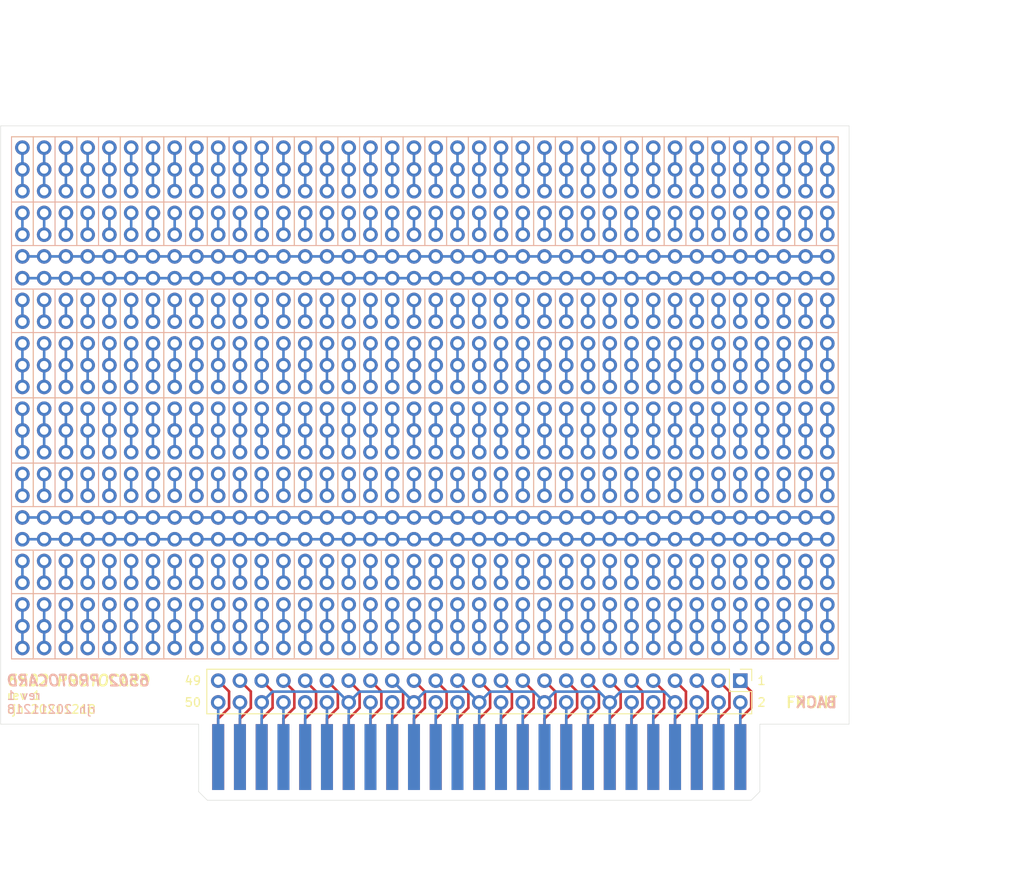
<source format=kicad_pcb>
(kicad_pcb (version 20171130) (host pcbnew "(5.1.10)-1")
  (title_block (title "Compe 6502 Protocard") (date 2021-12-18) (rev 1) (company rjh) (comment 1 "CC-BY-SA 4.0"))
  (layers (0 F.Cu signal) (31 B.Cu signal) (34 B.Paste user) (35 F.Paste user) (36 B.SilkS user) (37 F.SilkS user) (38 B.Mask user) (39 F.Mask user) (44 Edge.Cuts user))
  (net 0 "")
  (net 1 /D6)
  (net 2 /D4)
  (net 3 /D7)
  (net 4 /D5)
  (net 5 /D2)
  (net 6 /D3)
  (net 7 /D0)
  (net 8 /D1)
  (net 9 /A14)
  (net 10 /A12)
  (net 11 /A15)
  (net 12 /A13)
  (net 13 /A10)
  (net 14 /A11)
  (net 15 /A8)
  (net 16 /A9)
  (net 17 /A6)
  (net 18 /A4)
  (net 19 /A7)
  (net 20 /A5)
  (net 21 /A2)
  (net 22 /A3)
  (net 23 /A0)
  (net 24 /A1)
  (net 25 /~IOSEL)
  (net 26 /SYNC)
  (net 27 /BE)
  (net 28 /14M)
  (net 29 /~NMI)
  (net 30 /DMA)
  (net 31 /~IRQ)
  (net 32 /~RW)
  (net 33 /RDY)
  (net 34 /~RES)
  (net 35 /PH2)
  (net 36 /+12V)
  (net 37 /-12V)
  (net 38 /USR3)
  (net 39 /USR2)
  (net 40 /USR1)
  (net 41 /USR0)
  (net 42 /GND)
  (net 43 /+5V)
  (net 44 "Net-(J10-Pad38)")
  (net 45 "Net-(J10-Pad37)")
  (net 46 "Net-(J10-Pad36)")
  (net 47 "Net-(J10-Pad35)")
  (net 48 "Net-(J10-Pad34)")
  (net 49 "Net-(J10-Pad33)")
  (net 50 "Net-(J10-Pad32)")
  (net 51 "Net-(J10-Pad31)")
  (net 52 "Net-(J10-Pad30)")
  (net 53 "Net-(J10-Pad29)")
  (net 54 "Net-(J10-Pad28)")
  (net 55 "Net-(J10-Pad27)")
  (net 56 "Net-(J10-Pad26)")
  (net 57 "Net-(J10-Pad25)")
  (net 58 "Net-(J10-Pad24)")
  (net 59 "Net-(J10-Pad23)")
  (net 60 "Net-(J10-Pad22)")
  (net 61 "Net-(J10-Pad21)")
  (net 62 "Net-(J10-Pad20)")
  (net 63 "Net-(J10-Pad19)")
  (net 64 "Net-(J10-Pad18)")
  (net 65 "Net-(J10-Pad17)")
  (net 66 "Net-(J10-Pad16)")
  (net 67 "Net-(J10-Pad15)")
  (net 68 "Net-(J10-Pad14)")
  (net 69 "Net-(J10-Pad13)")
  (net 70 "Net-(J10-Pad12)")
  (net 71 "Net-(J10-Pad11)")
  (net 72 "Net-(J10-Pad10)")
  (net 73 "Net-(J10-Pad9)")
  (net 74 "Net-(J10-Pad8)")
  (net 75 "Net-(J10-Pad7)")
  (net 76 "Net-(J10-Pad6)")
  (net 77 "Net-(J10-Pad5)")
  (net 78 "Net-(J10-Pad4)")
  (net 79 "Net-(J10-Pad3)")
  (net 80 "Net-(J10-Pad2)")
  (net 81 "Net-(J10-Pad1)")
  (net 82 "Net-(J15-Pad38)")
  (net 83 "Net-(J15-Pad37)")
  (net 84 "Net-(J15-Pad36)")
  (net 85 "Net-(J15-Pad35)")
  (net 86 "Net-(J15-Pad34)")
  (net 87 "Net-(J15-Pad33)")
  (net 88 "Net-(J15-Pad32)")
  (net 89 "Net-(J15-Pad31)")
  (net 90 "Net-(J15-Pad30)")
  (net 91 "Net-(J15-Pad29)")
  (net 92 "Net-(J15-Pad28)")
  (net 93 "Net-(J15-Pad27)")
  (net 94 "Net-(J15-Pad26)")
  (net 95 "Net-(J15-Pad25)")
  (net 96 "Net-(J15-Pad24)")
  (net 97 "Net-(J15-Pad23)")
  (net 98 "Net-(J15-Pad22)")
  (net 99 "Net-(J15-Pad21)")
  (net 100 "Net-(J15-Pad20)")
  (net 101 "Net-(J15-Pad19)")
  (net 102 "Net-(J15-Pad18)")
  (net 103 "Net-(J15-Pad17)")
  (net 104 "Net-(J15-Pad16)")
  (net 105 "Net-(J15-Pad15)")
  (net 106 "Net-(J15-Pad14)")
  (net 107 "Net-(J15-Pad13)")
  (net 108 "Net-(J15-Pad12)")
  (net 109 "Net-(J15-Pad11)")
  (net 110 "Net-(J15-Pad10)")
  (net 111 "Net-(J15-Pad9)")
  (net 112 "Net-(J15-Pad8)")
  (net 113 "Net-(J15-Pad7)")
  (net 114 "Net-(J15-Pad6)")
  (net 115 "Net-(J15-Pad5)")
  (net 116 "Net-(J15-Pad4)")
  (net 117 "Net-(J15-Pad3)")
  (net 118 "Net-(J15-Pad2)")
  (net 119 "Net-(J15-Pad1)")
  (net 120 "Net-(J18-Pad38)")
  (net 121 "Net-(J18-Pad37)")
  (net 122 "Net-(J18-Pad36)")
  (net 123 "Net-(J18-Pad35)")
  (net 124 "Net-(J18-Pad34)")
  (net 125 "Net-(J18-Pad33)")
  (net 126 "Net-(J18-Pad32)")
  (net 127 "Net-(J18-Pad31)")
  (net 128 "Net-(J18-Pad30)")
  (net 129 "Net-(J18-Pad29)")
  (net 130 "Net-(J18-Pad28)")
  (net 131 "Net-(J18-Pad27)")
  (net 132 "Net-(J18-Pad26)")
  (net 133 "Net-(J18-Pad25)")
  (net 134 "Net-(J18-Pad24)")
  (net 135 "Net-(J18-Pad23)")
  (net 136 "Net-(J18-Pad22)")
  (net 137 "Net-(J18-Pad21)")
  (net 138 "Net-(J18-Pad20)")
  (net 139 "Net-(J18-Pad19)")
  (net 140 "Net-(J18-Pad18)")
  (net 141 "Net-(J18-Pad17)")
  (net 142 "Net-(J18-Pad16)")
  (net 143 "Net-(J18-Pad15)")
  (net 144 "Net-(J18-Pad14)")
  (net 145 "Net-(J18-Pad13)")
  (net 146 "Net-(J18-Pad12)")
  (net 147 "Net-(J18-Pad11)")
  (net 148 "Net-(J18-Pad10)")
  (net 149 "Net-(J18-Pad9)")
  (net 150 "Net-(J18-Pad8)")
  (net 151 "Net-(J18-Pad7)")
  (net 152 "Net-(J18-Pad6)")
  (net 153 "Net-(J18-Pad5)")
  (net 154 "Net-(J18-Pad4)")
  (net 155 "Net-(J18-Pad3)")
  (net 156 "Net-(J18-Pad2)")
  (net 157 "Net-(J18-Pad1)")
  (net 158 /PWR1)
  (net 159 /PWR2)
  (net 160 /PWR3)
  (net 161 /PWR4)
  (net 162 "Net-(J5-Pad38)")
  (net 163 "Net-(J5-Pad37)")
  (net 164 "Net-(J5-Pad36)")
  (net 165 "Net-(J5-Pad35)")
  (net 166 "Net-(J5-Pad34)")
  (net 167 "Net-(J5-Pad33)")
  (net 168 "Net-(J5-Pad32)")
  (net 169 "Net-(J5-Pad31)")
  (net 170 "Net-(J5-Pad30)")
  (net 171 "Net-(J5-Pad29)")
  (net 172 "Net-(J5-Pad28)")
  (net 173 "Net-(J5-Pad27)")
  (net 174 "Net-(J5-Pad26)")
  (net 175 "Net-(J5-Pad25)")
  (net 176 "Net-(J5-Pad24)")
  (net 177 "Net-(J5-Pad23)")
  (net 178 "Net-(J5-Pad22)")
  (net 179 "Net-(J5-Pad21)")
  (net 180 "Net-(J5-Pad20)")
  (net 181 "Net-(J5-Pad19)")
  (net 182 "Net-(J5-Pad18)")
  (net 183 "Net-(J5-Pad17)")
  (net 184 "Net-(J5-Pad16)")
  (net 185 "Net-(J5-Pad15)")
  (net 186 "Net-(J5-Pad14)")
  (net 187 "Net-(J5-Pad13)")
  (net 188 "Net-(J5-Pad12)")
  (net 189 "Net-(J5-Pad11)")
  (net 190 "Net-(J5-Pad10)")
  (net 191 "Net-(J5-Pad9)")
  (net 192 "Net-(J5-Pad8)")
  (net 193 "Net-(J5-Pad7)")
  (net 194 "Net-(J5-Pad6)")
  (net 195 "Net-(J5-Pad5)")
  (net 196 "Net-(J5-Pad4)")
  (net 197 "Net-(J5-Pad3)")
  (net 198 "Net-(J5-Pad2)")
  (net 199 "Net-(J5-Pad1)")
  (net 200 "Net-(J2-Pad38)")
  (net 201 "Net-(J2-Pad37)")
  (net 202 "Net-(J2-Pad36)")
  (net 203 "Net-(J2-Pad35)")
  (net 204 "Net-(J2-Pad34)")
  (net 205 "Net-(J2-Pad33)")
  (net 206 "Net-(J2-Pad32)")
  (net 207 "Net-(J2-Pad31)")
  (net 208 "Net-(J2-Pad30)")
  (net 209 "Net-(J2-Pad29)")
  (net 210 "Net-(J2-Pad28)")
  (net 211 "Net-(J2-Pad27)")
  (net 212 "Net-(J2-Pad26)")
  (net 213 "Net-(J2-Pad25)")
  (net 214 "Net-(J2-Pad24)")
  (net 215 "Net-(J2-Pad23)")
  (net 216 "Net-(J2-Pad22)")
  (net 217 "Net-(J2-Pad21)")
  (net 218 "Net-(J2-Pad20)")
  (net 219 "Net-(J2-Pad19)")
  (net 220 "Net-(J2-Pad18)")
  (net 221 "Net-(J2-Pad17)")
  (net 222 "Net-(J2-Pad16)")
  (net 223 "Net-(J2-Pad15)")
  (net 224 "Net-(J2-Pad14)")
  (net 225 "Net-(J2-Pad13)")
  (net 226 "Net-(J2-Pad12)")
  (net 227 "Net-(J2-Pad11)")
  (net 228 "Net-(J2-Pad10)")
  (net 229 "Net-(J2-Pad9)")
  (net 230 "Net-(J2-Pad8)")
  (net 231 "Net-(J2-Pad7)")
  (net 232 "Net-(J2-Pad6)")
  (net 233 "Net-(J2-Pad5)")
  (net 234 "Net-(J2-Pad4)")
  (net 235 "Net-(J2-Pad3)")
  (net 236 "Net-(J2-Pad2)")
  (net 237 "Net-(J2-Pad1)")
  (net 238 "Net-(J11-Pad38)")
  (net 239 "Net-(J11-Pad37)")
  (net 240 "Net-(J11-Pad36)")
  (net 241 "Net-(J11-Pad35)")
  (net 242 "Net-(J11-Pad34)")
  (net 243 "Net-(J11-Pad33)")
  (net 244 "Net-(J11-Pad32)")
  (net 245 "Net-(J11-Pad31)")
  (net 246 "Net-(J11-Pad30)")
  (net 247 "Net-(J11-Pad29)")
  (net 248 "Net-(J11-Pad28)")
  (net 249 "Net-(J11-Pad27)")
  (net 250 "Net-(J11-Pad26)")
  (net 251 "Net-(J11-Pad25)")
  (net 252 "Net-(J11-Pad24)")
  (net 253 "Net-(J11-Pad23)")
  (net 254 "Net-(J11-Pad22)")
  (net 255 "Net-(J11-Pad21)")
  (net 256 "Net-(J11-Pad20)")
  (net 257 "Net-(J11-Pad19)")
  (net 258 "Net-(J11-Pad18)")
  (net 259 "Net-(J11-Pad17)")
  (net 260 "Net-(J11-Pad16)")
  (net 261 "Net-(J11-Pad15)")
  (net 262 "Net-(J11-Pad14)")
  (net 263 "Net-(J11-Pad13)")
  (net 264 "Net-(J11-Pad12)")
  (net 265 "Net-(J11-Pad11)")
  (net 266 "Net-(J11-Pad10)")
  (net 267 "Net-(J11-Pad9)")
  (net 268 "Net-(J11-Pad8)")
  (net 269 "Net-(J11-Pad7)")
  (net 270 "Net-(J11-Pad6)")
  (net 271 "Net-(J11-Pad5)")
  (net 272 "Net-(J11-Pad4)")
  (net 273 "Net-(J11-Pad3)")
  (net 274 "Net-(J11-Pad2)")
  (net 275 "Net-(J11-Pad1)")
  (net 276 "Net-(J22-Pad38)")
  (net 277 "Net-(J22-Pad37)")
  (net 278 "Net-(J22-Pad36)")
  (net 279 "Net-(J22-Pad35)")
  (net 280 "Net-(J22-Pad34)")
  (net 281 "Net-(J22-Pad33)")
  (net 282 "Net-(J22-Pad32)")
  (net 283 "Net-(J22-Pad31)")
  (net 284 "Net-(J22-Pad30)")
  (net 285 "Net-(J22-Pad29)")
  (net 286 "Net-(J22-Pad28)")
  (net 287 "Net-(J22-Pad27)")
  (net 288 "Net-(J22-Pad26)")
  (net 289 "Net-(J22-Pad25)")
  (net 290 "Net-(J22-Pad24)")
  (net 291 "Net-(J22-Pad23)")
  (net 292 "Net-(J22-Pad22)")
  (net 293 "Net-(J22-Pad21)")
  (net 294 "Net-(J22-Pad20)")
  (net 295 "Net-(J22-Pad19)")
  (net 296 "Net-(J22-Pad18)")
  (net 297 "Net-(J22-Pad17)")
  (net 298 "Net-(J22-Pad16)")
  (net 299 "Net-(J22-Pad15)")
  (net 300 "Net-(J22-Pad14)")
  (net 301 "Net-(J22-Pad13)")
  (net 302 "Net-(J22-Pad12)")
  (net 303 "Net-(J22-Pad11)")
  (net 304 "Net-(J22-Pad10)")
  (net 305 "Net-(J22-Pad9)")
  (net 306 "Net-(J22-Pad8)")
  (net 307 "Net-(J22-Pad7)")
  (net 308 "Net-(J22-Pad6)")
  (net 309 "Net-(J22-Pad5)")
  (net 310 "Net-(J22-Pad4)")
  (net 311 "Net-(J22-Pad3)")
  (net 312 "Net-(J22-Pad2)")
  (net 313 "Net-(J22-Pad1)")
  (net 314 "Net-(J24-Pad38)")
  (net 315 "Net-(J24-Pad37)")
  (net 316 "Net-(J24-Pad36)")
  (net 317 "Net-(J24-Pad35)")
  (net 318 "Net-(J24-Pad34)")
  (net 319 "Net-(J24-Pad33)")
  (net 320 "Net-(J24-Pad32)")
  (net 321 "Net-(J24-Pad31)")
  (net 322 "Net-(J24-Pad30)")
  (net 323 "Net-(J24-Pad29)")
  (net 324 "Net-(J24-Pad28)")
  (net 325 "Net-(J24-Pad27)")
  (net 326 "Net-(J24-Pad26)")
  (net 327 "Net-(J24-Pad25)")
  (net 328 "Net-(J24-Pad24)")
  (net 329 "Net-(J24-Pad23)")
  (net 330 "Net-(J24-Pad22)")
  (net 331 "Net-(J24-Pad21)")
  (net 332 "Net-(J24-Pad20)")
  (net 333 "Net-(J24-Pad19)")
  (net 334 "Net-(J24-Pad18)")
  (net 335 "Net-(J24-Pad17)")
  (net 336 "Net-(J24-Pad16)")
  (net 337 "Net-(J24-Pad15)")
  (net 338 "Net-(J24-Pad14)")
  (net 339 "Net-(J24-Pad13)")
  (net 340 "Net-(J24-Pad12)")
  (net 341 "Net-(J24-Pad11)")
  (net 342 "Net-(J24-Pad10)")
  (net 343 "Net-(J24-Pad9)")
  (net 344 "Net-(J24-Pad8)")
  (net 345 "Net-(J24-Pad7)")
  (net 346 "Net-(J24-Pad6)")
  (net 347 "Net-(J24-Pad5)")
  (net 348 "Net-(J24-Pad4)")
  (net 349 "Net-(J24-Pad3)")
  (net 350 "Net-(J24-Pad2)")
  (net 351 "Net-(J24-Pad1)")
  (module Connectors_Custom:BreadboardRow_1x38_P2.54 (layer F.Cu) (at 76.2 107.95 90)
    (fp_text reference J26 hide)
    (fp_text value Conn_01x38)
    (pad 38 thru_hole oval (at 0 93.98 90) (size 1.7 1.7) (drill 1) (layers *.Cu *.Mask) (net 314 "Net-(J24-Pad38)"))
    (pad 37 thru_hole oval (at 0 91.44 90) (size 1.7 1.7) (drill 1) (layers *.Cu *.Mask) (net 315 "Net-(J24-Pad37)"))
    (pad 36 thru_hole oval (at 0 88.9 90) (size 1.7 1.7) (drill 1) (layers *.Cu *.Mask) (net 316 "Net-(J24-Pad36)"))
    (pad 35 thru_hole oval (at 0 86.36 90) (size 1.7 1.7) (drill 1) (layers *.Cu *.Mask) (net 317 "Net-(J24-Pad35)"))
    (pad 34 thru_hole oval (at 0 83.82 90) (size 1.7 1.7) (drill 1) (layers *.Cu *.Mask) (net 318 "Net-(J24-Pad34)"))
    (pad 33 thru_hole oval (at 0 81.28 90) (size 1.7 1.7) (drill 1) (layers *.Cu *.Mask) (net 319 "Net-(J24-Pad33)"))
    (pad 32 thru_hole oval (at 0 78.74 90) (size 1.7 1.7) (drill 1) (layers *.Cu *.Mask) (net 320 "Net-(J24-Pad32)"))
    (pad 31 thru_hole oval (at 0 76.2 90) (size 1.7 1.7) (drill 1) (layers *.Cu *.Mask) (net 321 "Net-(J24-Pad31)"))
    (pad 30 thru_hole oval (at 0 73.66 90) (size 1.7 1.7) (drill 1) (layers *.Cu *.Mask) (net 322 "Net-(J24-Pad30)"))
    (pad 29 thru_hole oval (at 0 71.12 90) (size 1.7 1.7) (drill 1) (layers *.Cu *.Mask) (net 323 "Net-(J24-Pad29)"))
    (pad 28 thru_hole oval (at 0 68.58 90) (size 1.7 1.7) (drill 1) (layers *.Cu *.Mask) (net 324 "Net-(J24-Pad28)"))
    (pad 27 thru_hole oval (at 0 66.04 90) (size 1.7 1.7) (drill 1) (layers *.Cu *.Mask) (net 325 "Net-(J24-Pad27)"))
    (pad 26 thru_hole oval (at 0 63.5 90) (size 1.7 1.7) (drill 1) (layers *.Cu *.Mask) (net 326 "Net-(J24-Pad26)"))
    (pad 25 thru_hole oval (at 0 60.96 90) (size 1.7 1.7) (drill 1) (layers *.Cu *.Mask) (net 327 "Net-(J24-Pad25)"))
    (pad 24 thru_hole oval (at 0 58.42 90) (size 1.7 1.7) (drill 1) (layers *.Cu *.Mask) (net 328 "Net-(J24-Pad24)"))
    (pad 23 thru_hole oval (at 0 55.88 90) (size 1.7 1.7) (drill 1) (layers *.Cu *.Mask) (net 329 "Net-(J24-Pad23)"))
    (pad 22 thru_hole oval (at 0 53.34 90) (size 1.7 1.7) (drill 1) (layers *.Cu *.Mask) (net 330 "Net-(J24-Pad22)"))
    (pad 21 thru_hole oval (at 0 50.8 90) (size 1.7 1.7) (drill 1) (layers *.Cu *.Mask) (net 331 "Net-(J24-Pad21)"))
    (pad 20 thru_hole oval (at 0 48.26 90) (size 1.7 1.7) (drill 1) (layers *.Cu *.Mask) (net 332 "Net-(J24-Pad20)"))
    (pad 19 thru_hole oval (at 0 45.72 90) (size 1.7 1.7) (drill 1) (layers *.Cu *.Mask) (net 333 "Net-(J24-Pad19)"))
    (pad 18 thru_hole oval (at 0 43.18 90) (size 1.7 1.7) (drill 1) (layers *.Cu *.Mask) (net 334 "Net-(J24-Pad18)"))
    (pad 17 thru_hole oval (at 0 40.64 90) (size 1.7 1.7) (drill 1) (layers *.Cu *.Mask) (net 335 "Net-(J24-Pad17)"))
    (pad 16 thru_hole oval (at 0 38.1 90) (size 1.7 1.7) (drill 1) (layers *.Cu *.Mask) (net 336 "Net-(J24-Pad16)"))
    (pad 15 thru_hole oval (at 0 35.56 90) (size 1.7 1.7) (drill 1) (layers *.Cu *.Mask) (net 337 "Net-(J24-Pad15)"))
    (pad 14 thru_hole oval (at 0 33.02 90) (size 1.7 1.7) (drill 1) (layers *.Cu *.Mask) (net 338 "Net-(J24-Pad14)"))
    (pad 13 thru_hole oval (at 0 30.48 90) (size 1.7 1.7) (drill 1) (layers *.Cu *.Mask) (net 339 "Net-(J24-Pad13)"))
    (pad 12 thru_hole oval (at 0 27.94 90) (size 1.7 1.7) (drill 1) (layers *.Cu *.Mask) (net 340 "Net-(J24-Pad12)"))
    (pad 11 thru_hole oval (at 0 25.4 90) (size 1.7 1.7) (drill 1) (layers *.Cu *.Mask) (net 341 "Net-(J24-Pad11)"))
    (pad 10 thru_hole oval (at 0 22.86 90) (size 1.7 1.7) (drill 1) (layers *.Cu *.Mask) (net 342 "Net-(J24-Pad10)"))
    (pad 9 thru_hole oval (at 0 20.32 90) (size 1.7 1.7) (drill 1) (layers *.Cu *.Mask) (net 343 "Net-(J24-Pad9)"))
    (pad 8 thru_hole oval (at 0 17.78 90) (size 1.7 1.7) (drill 1) (layers *.Cu *.Mask) (net 344 "Net-(J24-Pad8)"))
    (pad 7 thru_hole oval (at 0 15.24 90) (size 1.7 1.7) (drill 1) (layers *.Cu *.Mask) (net 345 "Net-(J24-Pad7)"))
    (pad 6 thru_hole oval (at 0 12.7 90) (size 1.7 1.7) (drill 1) (layers *.Cu *.Mask) (net 346 "Net-(J24-Pad6)"))
    (pad 5 thru_hole oval (at 0 10.16 90) (size 1.7 1.7) (drill 1) (layers *.Cu *.Mask) (net 347 "Net-(J24-Pad5)"))
    (pad 4 thru_hole oval (at 0 7.62 90) (size 1.7 1.7) (drill 1) (layers *.Cu *.Mask) (net 348 "Net-(J24-Pad4)"))
    (pad 3 thru_hole oval (at 0 5.08 90) (size 1.7 1.7) (drill 1) (layers *.Cu *.Mask) (net 349 "Net-(J24-Pad3)"))
    (pad 2 thru_hole oval (at 0 2.54 90) (size 1.7 1.7) (drill 1) (layers *.Cu *.Mask) (net 350 "Net-(J24-Pad2)"))
    (pad 1 thru_hole circle (at 0 0 90) (size 1.7 1.7) (drill 1) (layers *.Cu *.Mask) (net 351 "Net-(J24-Pad1)"))
  )
  (module Connectors_Custom:BreadboardRow_1x38_P2.54 (layer F.Cu) (at 76.2 80.01 90)
    (fp_text reference J15 hide)
    (fp_text value Conn_01x38)
    (pad 38 thru_hole oval (at 0 93.98 90) (size 1.7 1.7) (drill 1) (layers *.Cu *.Mask) (net 82 "Net-(J15-Pad38)"))
    (pad 37 thru_hole oval (at 0 91.44 90) (size 1.7 1.7) (drill 1) (layers *.Cu *.Mask) (net 83 "Net-(J15-Pad37)"))
    (pad 36 thru_hole oval (at 0 88.9 90) (size 1.7 1.7) (drill 1) (layers *.Cu *.Mask) (net 84 "Net-(J15-Pad36)"))
    (pad 35 thru_hole oval (at 0 86.36 90) (size 1.7 1.7) (drill 1) (layers *.Cu *.Mask) (net 85 "Net-(J15-Pad35)"))
    (pad 34 thru_hole oval (at 0 83.82 90) (size 1.7 1.7) (drill 1) (layers *.Cu *.Mask) (net 86 "Net-(J15-Pad34)"))
    (pad 33 thru_hole oval (at 0 81.28 90) (size 1.7 1.7) (drill 1) (layers *.Cu *.Mask) (net 87 "Net-(J15-Pad33)"))
    (pad 32 thru_hole oval (at 0 78.74 90) (size 1.7 1.7) (drill 1) (layers *.Cu *.Mask) (net 88 "Net-(J15-Pad32)"))
    (pad 31 thru_hole oval (at 0 76.2 90) (size 1.7 1.7) (drill 1) (layers *.Cu *.Mask) (net 89 "Net-(J15-Pad31)"))
    (pad 30 thru_hole oval (at 0 73.66 90) (size 1.7 1.7) (drill 1) (layers *.Cu *.Mask) (net 90 "Net-(J15-Pad30)"))
    (pad 29 thru_hole oval (at 0 71.12 90) (size 1.7 1.7) (drill 1) (layers *.Cu *.Mask) (net 91 "Net-(J15-Pad29)"))
    (pad 28 thru_hole oval (at 0 68.58 90) (size 1.7 1.7) (drill 1) (layers *.Cu *.Mask) (net 92 "Net-(J15-Pad28)"))
    (pad 27 thru_hole oval (at 0 66.04 90) (size 1.7 1.7) (drill 1) (layers *.Cu *.Mask) (net 93 "Net-(J15-Pad27)"))
    (pad 26 thru_hole oval (at 0 63.5 90) (size 1.7 1.7) (drill 1) (layers *.Cu *.Mask) (net 94 "Net-(J15-Pad26)"))
    (pad 25 thru_hole oval (at 0 60.96 90) (size 1.7 1.7) (drill 1) (layers *.Cu *.Mask) (net 95 "Net-(J15-Pad25)"))
    (pad 24 thru_hole oval (at 0 58.42 90) (size 1.7 1.7) (drill 1) (layers *.Cu *.Mask) (net 96 "Net-(J15-Pad24)"))
    (pad 23 thru_hole oval (at 0 55.88 90) (size 1.7 1.7) (drill 1) (layers *.Cu *.Mask) (net 97 "Net-(J15-Pad23)"))
    (pad 22 thru_hole oval (at 0 53.34 90) (size 1.7 1.7) (drill 1) (layers *.Cu *.Mask) (net 98 "Net-(J15-Pad22)"))
    (pad 21 thru_hole oval (at 0 50.8 90) (size 1.7 1.7) (drill 1) (layers *.Cu *.Mask) (net 99 "Net-(J15-Pad21)"))
    (pad 20 thru_hole oval (at 0 48.26 90) (size 1.7 1.7) (drill 1) (layers *.Cu *.Mask) (net 100 "Net-(J15-Pad20)"))
    (pad 19 thru_hole oval (at 0 45.72 90) (size 1.7 1.7) (drill 1) (layers *.Cu *.Mask) (net 101 "Net-(J15-Pad19)"))
    (pad 18 thru_hole oval (at 0 43.18 90) (size 1.7 1.7) (drill 1) (layers *.Cu *.Mask) (net 102 "Net-(J15-Pad18)"))
    (pad 17 thru_hole oval (at 0 40.64 90) (size 1.7 1.7) (drill 1) (layers *.Cu *.Mask) (net 103 "Net-(J15-Pad17)"))
    (pad 16 thru_hole oval (at 0 38.1 90) (size 1.7 1.7) (drill 1) (layers *.Cu *.Mask) (net 104 "Net-(J15-Pad16)"))
    (pad 15 thru_hole oval (at 0 35.56 90) (size 1.7 1.7) (drill 1) (layers *.Cu *.Mask) (net 105 "Net-(J15-Pad15)"))
    (pad 14 thru_hole oval (at 0 33.02 90) (size 1.7 1.7) (drill 1) (layers *.Cu *.Mask) (net 106 "Net-(J15-Pad14)"))
    (pad 13 thru_hole oval (at 0 30.48 90) (size 1.7 1.7) (drill 1) (layers *.Cu *.Mask) (net 107 "Net-(J15-Pad13)"))
    (pad 12 thru_hole oval (at 0 27.94 90) (size 1.7 1.7) (drill 1) (layers *.Cu *.Mask) (net 108 "Net-(J15-Pad12)"))
    (pad 11 thru_hole oval (at 0 25.4 90) (size 1.7 1.7) (drill 1) (layers *.Cu *.Mask) (net 109 "Net-(J15-Pad11)"))
    (pad 10 thru_hole oval (at 0 22.86 90) (size 1.7 1.7) (drill 1) (layers *.Cu *.Mask) (net 110 "Net-(J15-Pad10)"))
    (pad 9 thru_hole oval (at 0 20.32 90) (size 1.7 1.7) (drill 1) (layers *.Cu *.Mask) (net 111 "Net-(J15-Pad9)"))
    (pad 8 thru_hole oval (at 0 17.78 90) (size 1.7 1.7) (drill 1) (layers *.Cu *.Mask) (net 112 "Net-(J15-Pad8)"))
    (pad 7 thru_hole oval (at 0 15.24 90) (size 1.7 1.7) (drill 1) (layers *.Cu *.Mask) (net 113 "Net-(J15-Pad7)"))
    (pad 6 thru_hole oval (at 0 12.7 90) (size 1.7 1.7) (drill 1) (layers *.Cu *.Mask) (net 114 "Net-(J15-Pad6)"))
    (pad 5 thru_hole oval (at 0 10.16 90) (size 1.7 1.7) (drill 1) (layers *.Cu *.Mask) (net 115 "Net-(J15-Pad5)"))
    (pad 4 thru_hole oval (at 0 7.62 90) (size 1.7 1.7) (drill 1) (layers *.Cu *.Mask) (net 116 "Net-(J15-Pad4)"))
    (pad 3 thru_hole oval (at 0 5.08 90) (size 1.7 1.7) (drill 1) (layers *.Cu *.Mask) (net 117 "Net-(J15-Pad3)"))
    (pad 2 thru_hole oval (at 0 2.54 90) (size 1.7 1.7) (drill 1) (layers *.Cu *.Mask) (net 118 "Net-(J15-Pad2)"))
    (pad 1 thru_hole circle (at 0 0 90) (size 1.7 1.7) (drill 1) (layers *.Cu *.Mask) (net 119 "Net-(J15-Pad1)"))
  )
  (module Connectors_Custom:BreadboardRow_1x38_P2.54 (layer F.Cu) (at 76.2 77.47 90)
    (fp_text reference J13 hide)
    (fp_text value Conn_01x38)
    (pad 38 thru_hole oval (at 0 93.98 90) (size 1.7 1.7) (drill 1) (layers *.Cu *.Mask) (net 238 "Net-(J11-Pad38)"))
    (pad 37 thru_hole oval (at 0 91.44 90) (size 1.7 1.7) (drill 1) (layers *.Cu *.Mask) (net 239 "Net-(J11-Pad37)"))
    (pad 36 thru_hole oval (at 0 88.9 90) (size 1.7 1.7) (drill 1) (layers *.Cu *.Mask) (net 240 "Net-(J11-Pad36)"))
    (pad 35 thru_hole oval (at 0 86.36 90) (size 1.7 1.7) (drill 1) (layers *.Cu *.Mask) (net 241 "Net-(J11-Pad35)"))
    (pad 34 thru_hole oval (at 0 83.82 90) (size 1.7 1.7) (drill 1) (layers *.Cu *.Mask) (net 242 "Net-(J11-Pad34)"))
    (pad 33 thru_hole oval (at 0 81.28 90) (size 1.7 1.7) (drill 1) (layers *.Cu *.Mask) (net 243 "Net-(J11-Pad33)"))
    (pad 32 thru_hole oval (at 0 78.74 90) (size 1.7 1.7) (drill 1) (layers *.Cu *.Mask) (net 244 "Net-(J11-Pad32)"))
    (pad 31 thru_hole oval (at 0 76.2 90) (size 1.7 1.7) (drill 1) (layers *.Cu *.Mask) (net 245 "Net-(J11-Pad31)"))
    (pad 30 thru_hole oval (at 0 73.66 90) (size 1.7 1.7) (drill 1) (layers *.Cu *.Mask) (net 246 "Net-(J11-Pad30)"))
    (pad 29 thru_hole oval (at 0 71.12 90) (size 1.7 1.7) (drill 1) (layers *.Cu *.Mask) (net 247 "Net-(J11-Pad29)"))
    (pad 28 thru_hole oval (at 0 68.58 90) (size 1.7 1.7) (drill 1) (layers *.Cu *.Mask) (net 248 "Net-(J11-Pad28)"))
    (pad 27 thru_hole oval (at 0 66.04 90) (size 1.7 1.7) (drill 1) (layers *.Cu *.Mask) (net 249 "Net-(J11-Pad27)"))
    (pad 26 thru_hole oval (at 0 63.5 90) (size 1.7 1.7) (drill 1) (layers *.Cu *.Mask) (net 250 "Net-(J11-Pad26)"))
    (pad 25 thru_hole oval (at 0 60.96 90) (size 1.7 1.7) (drill 1) (layers *.Cu *.Mask) (net 251 "Net-(J11-Pad25)"))
    (pad 24 thru_hole oval (at 0 58.42 90) (size 1.7 1.7) (drill 1) (layers *.Cu *.Mask) (net 252 "Net-(J11-Pad24)"))
    (pad 23 thru_hole oval (at 0 55.88 90) (size 1.7 1.7) (drill 1) (layers *.Cu *.Mask) (net 253 "Net-(J11-Pad23)"))
    (pad 22 thru_hole oval (at 0 53.34 90) (size 1.7 1.7) (drill 1) (layers *.Cu *.Mask) (net 254 "Net-(J11-Pad22)"))
    (pad 21 thru_hole oval (at 0 50.8 90) (size 1.7 1.7) (drill 1) (layers *.Cu *.Mask) (net 255 "Net-(J11-Pad21)"))
    (pad 20 thru_hole oval (at 0 48.26 90) (size 1.7 1.7) (drill 1) (layers *.Cu *.Mask) (net 256 "Net-(J11-Pad20)"))
    (pad 19 thru_hole oval (at 0 45.72 90) (size 1.7 1.7) (drill 1) (layers *.Cu *.Mask) (net 257 "Net-(J11-Pad19)"))
    (pad 18 thru_hole oval (at 0 43.18 90) (size 1.7 1.7) (drill 1) (layers *.Cu *.Mask) (net 258 "Net-(J11-Pad18)"))
    (pad 17 thru_hole oval (at 0 40.64 90) (size 1.7 1.7) (drill 1) (layers *.Cu *.Mask) (net 259 "Net-(J11-Pad17)"))
    (pad 16 thru_hole oval (at 0 38.1 90) (size 1.7 1.7) (drill 1) (layers *.Cu *.Mask) (net 260 "Net-(J11-Pad16)"))
    (pad 15 thru_hole oval (at 0 35.56 90) (size 1.7 1.7) (drill 1) (layers *.Cu *.Mask) (net 261 "Net-(J11-Pad15)"))
    (pad 14 thru_hole oval (at 0 33.02 90) (size 1.7 1.7) (drill 1) (layers *.Cu *.Mask) (net 262 "Net-(J11-Pad14)"))
    (pad 13 thru_hole oval (at 0 30.48 90) (size 1.7 1.7) (drill 1) (layers *.Cu *.Mask) (net 263 "Net-(J11-Pad13)"))
    (pad 12 thru_hole oval (at 0 27.94 90) (size 1.7 1.7) (drill 1) (layers *.Cu *.Mask) (net 264 "Net-(J11-Pad12)"))
    (pad 11 thru_hole oval (at 0 25.4 90) (size 1.7 1.7) (drill 1) (layers *.Cu *.Mask) (net 265 "Net-(J11-Pad11)"))
    (pad 10 thru_hole oval (at 0 22.86 90) (size 1.7 1.7) (drill 1) (layers *.Cu *.Mask) (net 266 "Net-(J11-Pad10)"))
    (pad 9 thru_hole oval (at 0 20.32 90) (size 1.7 1.7) (drill 1) (layers *.Cu *.Mask) (net 267 "Net-(J11-Pad9)"))
    (pad 8 thru_hole oval (at 0 17.78 90) (size 1.7 1.7) (drill 1) (layers *.Cu *.Mask) (net 268 "Net-(J11-Pad8)"))
    (pad 7 thru_hole oval (at 0 15.24 90) (size 1.7 1.7) (drill 1) (layers *.Cu *.Mask) (net 269 "Net-(J11-Pad7)"))
    (pad 6 thru_hole oval (at 0 12.7 90) (size 1.7 1.7) (drill 1) (layers *.Cu *.Mask) (net 270 "Net-(J11-Pad6)"))
    (pad 5 thru_hole oval (at 0 10.16 90) (size 1.7 1.7) (drill 1) (layers *.Cu *.Mask) (net 271 "Net-(J11-Pad5)"))
    (pad 4 thru_hole oval (at 0 7.62 90) (size 1.7 1.7) (drill 1) (layers *.Cu *.Mask) (net 272 "Net-(J11-Pad4)"))
    (pad 3 thru_hole oval (at 0 5.08 90) (size 1.7 1.7) (drill 1) (layers *.Cu *.Mask) (net 273 "Net-(J11-Pad3)"))
    (pad 2 thru_hole oval (at 0 2.54 90) (size 1.7 1.7) (drill 1) (layers *.Cu *.Mask) (net 274 "Net-(J11-Pad2)"))
    (pad 1 thru_hole circle (at 0 0 90) (size 1.7 1.7) (drill 1) (layers *.Cu *.Mask) (net 275 "Net-(J11-Pad1)"))
  )
  (module Connectors_Custom:BreadboardRow_1x38_P2.54 (layer F.Cu) (at 76.2 49.53 90)
    (fp_text reference J2 hide)
    (fp_text value Conn_01x38)
    (pad 38 thru_hole oval (at 0 93.98 90) (size 1.7 1.7) (drill 1) (layers *.Cu *.Mask) (net 200 "Net-(J2-Pad38)"))
    (pad 37 thru_hole oval (at 0 91.44 90) (size 1.7 1.7) (drill 1) (layers *.Cu *.Mask) (net 201 "Net-(J2-Pad37)"))
    (pad 36 thru_hole oval (at 0 88.9 90) (size 1.7 1.7) (drill 1) (layers *.Cu *.Mask) (net 202 "Net-(J2-Pad36)"))
    (pad 35 thru_hole oval (at 0 86.36 90) (size 1.7 1.7) (drill 1) (layers *.Cu *.Mask) (net 203 "Net-(J2-Pad35)"))
    (pad 34 thru_hole oval (at 0 83.82 90) (size 1.7 1.7) (drill 1) (layers *.Cu *.Mask) (net 204 "Net-(J2-Pad34)"))
    (pad 33 thru_hole oval (at 0 81.28 90) (size 1.7 1.7) (drill 1) (layers *.Cu *.Mask) (net 205 "Net-(J2-Pad33)"))
    (pad 32 thru_hole oval (at 0 78.74 90) (size 1.7 1.7) (drill 1) (layers *.Cu *.Mask) (net 206 "Net-(J2-Pad32)"))
    (pad 31 thru_hole oval (at 0 76.2 90) (size 1.7 1.7) (drill 1) (layers *.Cu *.Mask) (net 207 "Net-(J2-Pad31)"))
    (pad 30 thru_hole oval (at 0 73.66 90) (size 1.7 1.7) (drill 1) (layers *.Cu *.Mask) (net 208 "Net-(J2-Pad30)"))
    (pad 29 thru_hole oval (at 0 71.12 90) (size 1.7 1.7) (drill 1) (layers *.Cu *.Mask) (net 209 "Net-(J2-Pad29)"))
    (pad 28 thru_hole oval (at 0 68.58 90) (size 1.7 1.7) (drill 1) (layers *.Cu *.Mask) (net 210 "Net-(J2-Pad28)"))
    (pad 27 thru_hole oval (at 0 66.04 90) (size 1.7 1.7) (drill 1) (layers *.Cu *.Mask) (net 211 "Net-(J2-Pad27)"))
    (pad 26 thru_hole oval (at 0 63.5 90) (size 1.7 1.7) (drill 1) (layers *.Cu *.Mask) (net 212 "Net-(J2-Pad26)"))
    (pad 25 thru_hole oval (at 0 60.96 90) (size 1.7 1.7) (drill 1) (layers *.Cu *.Mask) (net 213 "Net-(J2-Pad25)"))
    (pad 24 thru_hole oval (at 0 58.42 90) (size 1.7 1.7) (drill 1) (layers *.Cu *.Mask) (net 214 "Net-(J2-Pad24)"))
    (pad 23 thru_hole oval (at 0 55.88 90) (size 1.7 1.7) (drill 1) (layers *.Cu *.Mask) (net 215 "Net-(J2-Pad23)"))
    (pad 22 thru_hole oval (at 0 53.34 90) (size 1.7 1.7) (drill 1) (layers *.Cu *.Mask) (net 216 "Net-(J2-Pad22)"))
    (pad 21 thru_hole oval (at 0 50.8 90) (size 1.7 1.7) (drill 1) (layers *.Cu *.Mask) (net 217 "Net-(J2-Pad21)"))
    (pad 20 thru_hole oval (at 0 48.26 90) (size 1.7 1.7) (drill 1) (layers *.Cu *.Mask) (net 218 "Net-(J2-Pad20)"))
    (pad 19 thru_hole oval (at 0 45.72 90) (size 1.7 1.7) (drill 1) (layers *.Cu *.Mask) (net 219 "Net-(J2-Pad19)"))
    (pad 18 thru_hole oval (at 0 43.18 90) (size 1.7 1.7) (drill 1) (layers *.Cu *.Mask) (net 220 "Net-(J2-Pad18)"))
    (pad 17 thru_hole oval (at 0 40.64 90) (size 1.7 1.7) (drill 1) (layers *.Cu *.Mask) (net 221 "Net-(J2-Pad17)"))
    (pad 16 thru_hole oval (at 0 38.1 90) (size 1.7 1.7) (drill 1) (layers *.Cu *.Mask) (net 222 "Net-(J2-Pad16)"))
    (pad 15 thru_hole oval (at 0 35.56 90) (size 1.7 1.7) (drill 1) (layers *.Cu *.Mask) (net 223 "Net-(J2-Pad15)"))
    (pad 14 thru_hole oval (at 0 33.02 90) (size 1.7 1.7) (drill 1) (layers *.Cu *.Mask) (net 224 "Net-(J2-Pad14)"))
    (pad 13 thru_hole oval (at 0 30.48 90) (size 1.7 1.7) (drill 1) (layers *.Cu *.Mask) (net 225 "Net-(J2-Pad13)"))
    (pad 12 thru_hole oval (at 0 27.94 90) (size 1.7 1.7) (drill 1) (layers *.Cu *.Mask) (net 226 "Net-(J2-Pad12)"))
    (pad 11 thru_hole oval (at 0 25.4 90) (size 1.7 1.7) (drill 1) (layers *.Cu *.Mask) (net 227 "Net-(J2-Pad11)"))
    (pad 10 thru_hole oval (at 0 22.86 90) (size 1.7 1.7) (drill 1) (layers *.Cu *.Mask) (net 228 "Net-(J2-Pad10)"))
    (pad 9 thru_hole oval (at 0 20.32 90) (size 1.7 1.7) (drill 1) (layers *.Cu *.Mask) (net 229 "Net-(J2-Pad9)"))
    (pad 8 thru_hole oval (at 0 17.78 90) (size 1.7 1.7) (drill 1) (layers *.Cu *.Mask) (net 230 "Net-(J2-Pad8)"))
    (pad 7 thru_hole oval (at 0 15.24 90) (size 1.7 1.7) (drill 1) (layers *.Cu *.Mask) (net 231 "Net-(J2-Pad7)"))
    (pad 6 thru_hole oval (at 0 12.7 90) (size 1.7 1.7) (drill 1) (layers *.Cu *.Mask) (net 232 "Net-(J2-Pad6)"))
    (pad 5 thru_hole oval (at 0 10.16 90) (size 1.7 1.7) (drill 1) (layers *.Cu *.Mask) (net 233 "Net-(J2-Pad5)"))
    (pad 4 thru_hole oval (at 0 7.62 90) (size 1.7 1.7) (drill 1) (layers *.Cu *.Mask) (net 234 "Net-(J2-Pad4)"))
    (pad 3 thru_hole oval (at 0 5.08 90) (size 1.7 1.7) (drill 1) (layers *.Cu *.Mask) (net 235 "Net-(J2-Pad3)"))
    (pad 2 thru_hole oval (at 0 2.54 90) (size 1.7 1.7) (drill 1) (layers *.Cu *.Mask) (net 236 "Net-(J2-Pad2)"))
    (pad 1 thru_hole circle (at 0 0 90) (size 1.7 1.7) (drill 1) (layers *.Cu *.Mask) (net 237 "Net-(J2-Pad1)"))
  )
  (module Connectors_Custom:BreadboardRow_1x38_P2.54 (layer F.Cu) (at 76.2 105.41 90)
    (fp_text reference J25 hide)
    (fp_text value Conn_01x38)
    (pad 38 thru_hole oval (at 0 93.98 90) (size 1.7 1.7) (drill 1) (layers *.Cu *.Mask) (net 314 "Net-(J24-Pad38)"))
    (pad 37 thru_hole oval (at 0 91.44 90) (size 1.7 1.7) (drill 1) (layers *.Cu *.Mask) (net 315 "Net-(J24-Pad37)"))
    (pad 36 thru_hole oval (at 0 88.9 90) (size 1.7 1.7) (drill 1) (layers *.Cu *.Mask) (net 316 "Net-(J24-Pad36)"))
    (pad 35 thru_hole oval (at 0 86.36 90) (size 1.7 1.7) (drill 1) (layers *.Cu *.Mask) (net 317 "Net-(J24-Pad35)"))
    (pad 34 thru_hole oval (at 0 83.82 90) (size 1.7 1.7) (drill 1) (layers *.Cu *.Mask) (net 318 "Net-(J24-Pad34)"))
    (pad 33 thru_hole oval (at 0 81.28 90) (size 1.7 1.7) (drill 1) (layers *.Cu *.Mask) (net 319 "Net-(J24-Pad33)"))
    (pad 32 thru_hole oval (at 0 78.74 90) (size 1.7 1.7) (drill 1) (layers *.Cu *.Mask) (net 320 "Net-(J24-Pad32)"))
    (pad 31 thru_hole oval (at 0 76.2 90) (size 1.7 1.7) (drill 1) (layers *.Cu *.Mask) (net 321 "Net-(J24-Pad31)"))
    (pad 30 thru_hole oval (at 0 73.66 90) (size 1.7 1.7) (drill 1) (layers *.Cu *.Mask) (net 322 "Net-(J24-Pad30)"))
    (pad 29 thru_hole oval (at 0 71.12 90) (size 1.7 1.7) (drill 1) (layers *.Cu *.Mask) (net 323 "Net-(J24-Pad29)"))
    (pad 28 thru_hole oval (at 0 68.58 90) (size 1.7 1.7) (drill 1) (layers *.Cu *.Mask) (net 324 "Net-(J24-Pad28)"))
    (pad 27 thru_hole oval (at 0 66.04 90) (size 1.7 1.7) (drill 1) (layers *.Cu *.Mask) (net 325 "Net-(J24-Pad27)"))
    (pad 26 thru_hole oval (at 0 63.5 90) (size 1.7 1.7) (drill 1) (layers *.Cu *.Mask) (net 326 "Net-(J24-Pad26)"))
    (pad 25 thru_hole oval (at 0 60.96 90) (size 1.7 1.7) (drill 1) (layers *.Cu *.Mask) (net 327 "Net-(J24-Pad25)"))
    (pad 24 thru_hole oval (at 0 58.42 90) (size 1.7 1.7) (drill 1) (layers *.Cu *.Mask) (net 328 "Net-(J24-Pad24)"))
    (pad 23 thru_hole oval (at 0 55.88 90) (size 1.7 1.7) (drill 1) (layers *.Cu *.Mask) (net 329 "Net-(J24-Pad23)"))
    (pad 22 thru_hole oval (at 0 53.34 90) (size 1.7 1.7) (drill 1) (layers *.Cu *.Mask) (net 330 "Net-(J24-Pad22)"))
    (pad 21 thru_hole oval (at 0 50.8 90) (size 1.7 1.7) (drill 1) (layers *.Cu *.Mask) (net 331 "Net-(J24-Pad21)"))
    (pad 20 thru_hole oval (at 0 48.26 90) (size 1.7 1.7) (drill 1) (layers *.Cu *.Mask) (net 332 "Net-(J24-Pad20)"))
    (pad 19 thru_hole oval (at 0 45.72 90) (size 1.7 1.7) (drill 1) (layers *.Cu *.Mask) (net 333 "Net-(J24-Pad19)"))
    (pad 18 thru_hole oval (at 0 43.18 90) (size 1.7 1.7) (drill 1) (layers *.Cu *.Mask) (net 334 "Net-(J24-Pad18)"))
    (pad 17 thru_hole oval (at 0 40.64 90) (size 1.7 1.7) (drill 1) (layers *.Cu *.Mask) (net 335 "Net-(J24-Pad17)"))
    (pad 16 thru_hole oval (at 0 38.1 90) (size 1.7 1.7) (drill 1) (layers *.Cu *.Mask) (net 336 "Net-(J24-Pad16)"))
    (pad 15 thru_hole oval (at 0 35.56 90) (size 1.7 1.7) (drill 1) (layers *.Cu *.Mask) (net 337 "Net-(J24-Pad15)"))
    (pad 14 thru_hole oval (at 0 33.02 90) (size 1.7 1.7) (drill 1) (layers *.Cu *.Mask) (net 338 "Net-(J24-Pad14)"))
    (pad 13 thru_hole oval (at 0 30.48 90) (size 1.7 1.7) (drill 1) (layers *.Cu *.Mask) (net 339 "Net-(J24-Pad13)"))
    (pad 12 thru_hole oval (at 0 27.94 90) (size 1.7 1.7) (drill 1) (layers *.Cu *.Mask) (net 340 "Net-(J24-Pad12)"))
    (pad 11 thru_hole oval (at 0 25.4 90) (size 1.7 1.7) (drill 1) (layers *.Cu *.Mask) (net 341 "Net-(J24-Pad11)"))
    (pad 10 thru_hole oval (at 0 22.86 90) (size 1.7 1.7) (drill 1) (layers *.Cu *.Mask) (net 342 "Net-(J24-Pad10)"))
    (pad 9 thru_hole oval (at 0 20.32 90) (size 1.7 1.7) (drill 1) (layers *.Cu *.Mask) (net 343 "Net-(J24-Pad9)"))
    (pad 8 thru_hole oval (at 0 17.78 90) (size 1.7 1.7) (drill 1) (layers *.Cu *.Mask) (net 344 "Net-(J24-Pad8)"))
    (pad 7 thru_hole oval (at 0 15.24 90) (size 1.7 1.7) (drill 1) (layers *.Cu *.Mask) (net 345 "Net-(J24-Pad7)"))
    (pad 6 thru_hole oval (at 0 12.7 90) (size 1.7 1.7) (drill 1) (layers *.Cu *.Mask) (net 346 "Net-(J24-Pad6)"))
    (pad 5 thru_hole oval (at 0 10.16 90) (size 1.7 1.7) (drill 1) (layers *.Cu *.Mask) (net 347 "Net-(J24-Pad5)"))
    (pad 4 thru_hole oval (at 0 7.62 90) (size 1.7 1.7) (drill 1) (layers *.Cu *.Mask) (net 348 "Net-(J24-Pad4)"))
    (pad 3 thru_hole oval (at 0 5.08 90) (size 1.7 1.7) (drill 1) (layers *.Cu *.Mask) (net 349 "Net-(J24-Pad3)"))
    (pad 2 thru_hole oval (at 0 2.54 90) (size 1.7 1.7) (drill 1) (layers *.Cu *.Mask) (net 350 "Net-(J24-Pad2)"))
    (pad 1 thru_hole circle (at 0 0 90) (size 1.7 1.7) (drill 1) (layers *.Cu *.Mask) (net 351 "Net-(J24-Pad1)"))
  )
  (module Connectors_Custom:BreadboardRow_1x38_P2.54 (layer F.Cu) (at 76.2 102.87 90)
    (fp_text reference J24 hide)
    (fp_text value Conn_01x38)
    (pad 38 thru_hole oval (at 0 93.98 90) (size 1.7 1.7) (drill 1) (layers *.Cu *.Mask) (net 314 "Net-(J24-Pad38)"))
    (pad 37 thru_hole oval (at 0 91.44 90) (size 1.7 1.7) (drill 1) (layers *.Cu *.Mask) (net 315 "Net-(J24-Pad37)"))
    (pad 36 thru_hole oval (at 0 88.9 90) (size 1.7 1.7) (drill 1) (layers *.Cu *.Mask) (net 316 "Net-(J24-Pad36)"))
    (pad 35 thru_hole oval (at 0 86.36 90) (size 1.7 1.7) (drill 1) (layers *.Cu *.Mask) (net 317 "Net-(J24-Pad35)"))
    (pad 34 thru_hole oval (at 0 83.82 90) (size 1.7 1.7) (drill 1) (layers *.Cu *.Mask) (net 318 "Net-(J24-Pad34)"))
    (pad 33 thru_hole oval (at 0 81.28 90) (size 1.7 1.7) (drill 1) (layers *.Cu *.Mask) (net 319 "Net-(J24-Pad33)"))
    (pad 32 thru_hole oval (at 0 78.74 90) (size 1.7 1.7) (drill 1) (layers *.Cu *.Mask) (net 320 "Net-(J24-Pad32)"))
    (pad 31 thru_hole oval (at 0 76.2 90) (size 1.7 1.7) (drill 1) (layers *.Cu *.Mask) (net 321 "Net-(J24-Pad31)"))
    (pad 30 thru_hole oval (at 0 73.66 90) (size 1.7 1.7) (drill 1) (layers *.Cu *.Mask) (net 322 "Net-(J24-Pad30)"))
    (pad 29 thru_hole oval (at 0 71.12 90) (size 1.7 1.7) (drill 1) (layers *.Cu *.Mask) (net 323 "Net-(J24-Pad29)"))
    (pad 28 thru_hole oval (at 0 68.58 90) (size 1.7 1.7) (drill 1) (layers *.Cu *.Mask) (net 324 "Net-(J24-Pad28)"))
    (pad 27 thru_hole oval (at 0 66.04 90) (size 1.7 1.7) (drill 1) (layers *.Cu *.Mask) (net 325 "Net-(J24-Pad27)"))
    (pad 26 thru_hole oval (at 0 63.5 90) (size 1.7 1.7) (drill 1) (layers *.Cu *.Mask) (net 326 "Net-(J24-Pad26)"))
    (pad 25 thru_hole oval (at 0 60.96 90) (size 1.7 1.7) (drill 1) (layers *.Cu *.Mask) (net 327 "Net-(J24-Pad25)"))
    (pad 24 thru_hole oval (at 0 58.42 90) (size 1.7 1.7) (drill 1) (layers *.Cu *.Mask) (net 328 "Net-(J24-Pad24)"))
    (pad 23 thru_hole oval (at 0 55.88 90) (size 1.7 1.7) (drill 1) (layers *.Cu *.Mask) (net 329 "Net-(J24-Pad23)"))
    (pad 22 thru_hole oval (at 0 53.34 90) (size 1.7 1.7) (drill 1) (layers *.Cu *.Mask) (net 330 "Net-(J24-Pad22)"))
    (pad 21 thru_hole oval (at 0 50.8 90) (size 1.7 1.7) (drill 1) (layers *.Cu *.Mask) (net 331 "Net-(J24-Pad21)"))
    (pad 20 thru_hole oval (at 0 48.26 90) (size 1.7 1.7) (drill 1) (layers *.Cu *.Mask) (net 332 "Net-(J24-Pad20)"))
    (pad 19 thru_hole oval (at 0 45.72 90) (size 1.7 1.7) (drill 1) (layers *.Cu *.Mask) (net 333 "Net-(J24-Pad19)"))
    (pad 18 thru_hole oval (at 0 43.18 90) (size 1.7 1.7) (drill 1) (layers *.Cu *.Mask) (net 334 "Net-(J24-Pad18)"))
    (pad 17 thru_hole oval (at 0 40.64 90) (size 1.7 1.7) (drill 1) (layers *.Cu *.Mask) (net 335 "Net-(J24-Pad17)"))
    (pad 16 thru_hole oval (at 0 38.1 90) (size 1.7 1.7) (drill 1) (layers *.Cu *.Mask) (net 336 "Net-(J24-Pad16)"))
    (pad 15 thru_hole oval (at 0 35.56 90) (size 1.7 1.7) (drill 1) (layers *.Cu *.Mask) (net 337 "Net-(J24-Pad15)"))
    (pad 14 thru_hole oval (at 0 33.02 90) (size 1.7 1.7) (drill 1) (layers *.Cu *.Mask) (net 338 "Net-(J24-Pad14)"))
    (pad 13 thru_hole oval (at 0 30.48 90) (size 1.7 1.7) (drill 1) (layers *.Cu *.Mask) (net 339 "Net-(J24-Pad13)"))
    (pad 12 thru_hole oval (at 0 27.94 90) (size 1.7 1.7) (drill 1) (layers *.Cu *.Mask) (net 340 "Net-(J24-Pad12)"))
    (pad 11 thru_hole oval (at 0 25.4 90) (size 1.7 1.7) (drill 1) (layers *.Cu *.Mask) (net 341 "Net-(J24-Pad11)"))
    (pad 10 thru_hole oval (at 0 22.86 90) (size 1.7 1.7) (drill 1) (layers *.Cu *.Mask) (net 342 "Net-(J24-Pad10)"))
    (pad 9 thru_hole oval (at 0 20.32 90) (size 1.7 1.7) (drill 1) (layers *.Cu *.Mask) (net 343 "Net-(J24-Pad9)"))
    (pad 8 thru_hole oval (at 0 17.78 90) (size 1.7 1.7) (drill 1) (layers *.Cu *.Mask) (net 344 "Net-(J24-Pad8)"))
    (pad 7 thru_hole oval (at 0 15.24 90) (size 1.7 1.7) (drill 1) (layers *.Cu *.Mask) (net 345 "Net-(J24-Pad7)"))
    (pad 6 thru_hole oval (at 0 12.7 90) (size 1.7 1.7) (drill 1) (layers *.Cu *.Mask) (net 346 "Net-(J24-Pad6)"))
    (pad 5 thru_hole oval (at 0 10.16 90) (size 1.7 1.7) (drill 1) (layers *.Cu *.Mask) (net 347 "Net-(J24-Pad5)"))
    (pad 4 thru_hole oval (at 0 7.62 90) (size 1.7 1.7) (drill 1) (layers *.Cu *.Mask) (net 348 "Net-(J24-Pad4)"))
    (pad 3 thru_hole oval (at 0 5.08 90) (size 1.7 1.7) (drill 1) (layers *.Cu *.Mask) (net 349 "Net-(J24-Pad3)"))
    (pad 2 thru_hole oval (at 0 2.54 90) (size 1.7 1.7) (drill 1) (layers *.Cu *.Mask) (net 350 "Net-(J24-Pad2)"))
    (pad 1 thru_hole circle (at 0 0 90) (size 1.7 1.7) (drill 1) (layers *.Cu *.Mask) (net 351 "Net-(J24-Pad1)"))
  )
  (module Connectors_Custom:BreadboardRow_1x38_P2.54 (layer F.Cu) (at 76.2 100.33 90)
    (fp_text reference J23 hide)
    (fp_text value Conn_01x38)
    (pad 38 thru_hole oval (at 0 93.98 90) (size 1.7 1.7) (drill 1) (layers *.Cu *.Mask) (net 276 "Net-(J22-Pad38)"))
    (pad 37 thru_hole oval (at 0 91.44 90) (size 1.7 1.7) (drill 1) (layers *.Cu *.Mask) (net 277 "Net-(J22-Pad37)"))
    (pad 36 thru_hole oval (at 0 88.9 90) (size 1.7 1.7) (drill 1) (layers *.Cu *.Mask) (net 278 "Net-(J22-Pad36)"))
    (pad 35 thru_hole oval (at 0 86.36 90) (size 1.7 1.7) (drill 1) (layers *.Cu *.Mask) (net 279 "Net-(J22-Pad35)"))
    (pad 34 thru_hole oval (at 0 83.82 90) (size 1.7 1.7) (drill 1) (layers *.Cu *.Mask) (net 280 "Net-(J22-Pad34)"))
    (pad 33 thru_hole oval (at 0 81.28 90) (size 1.7 1.7) (drill 1) (layers *.Cu *.Mask) (net 281 "Net-(J22-Pad33)"))
    (pad 32 thru_hole oval (at 0 78.74 90) (size 1.7 1.7) (drill 1) (layers *.Cu *.Mask) (net 282 "Net-(J22-Pad32)"))
    (pad 31 thru_hole oval (at 0 76.2 90) (size 1.7 1.7) (drill 1) (layers *.Cu *.Mask) (net 283 "Net-(J22-Pad31)"))
    (pad 30 thru_hole oval (at 0 73.66 90) (size 1.7 1.7) (drill 1) (layers *.Cu *.Mask) (net 284 "Net-(J22-Pad30)"))
    (pad 29 thru_hole oval (at 0 71.12 90) (size 1.7 1.7) (drill 1) (layers *.Cu *.Mask) (net 285 "Net-(J22-Pad29)"))
    (pad 28 thru_hole oval (at 0 68.58 90) (size 1.7 1.7) (drill 1) (layers *.Cu *.Mask) (net 286 "Net-(J22-Pad28)"))
    (pad 27 thru_hole oval (at 0 66.04 90) (size 1.7 1.7) (drill 1) (layers *.Cu *.Mask) (net 287 "Net-(J22-Pad27)"))
    (pad 26 thru_hole oval (at 0 63.5 90) (size 1.7 1.7) (drill 1) (layers *.Cu *.Mask) (net 288 "Net-(J22-Pad26)"))
    (pad 25 thru_hole oval (at 0 60.96 90) (size 1.7 1.7) (drill 1) (layers *.Cu *.Mask) (net 289 "Net-(J22-Pad25)"))
    (pad 24 thru_hole oval (at 0 58.42 90) (size 1.7 1.7) (drill 1) (layers *.Cu *.Mask) (net 290 "Net-(J22-Pad24)"))
    (pad 23 thru_hole oval (at 0 55.88 90) (size 1.7 1.7) (drill 1) (layers *.Cu *.Mask) (net 291 "Net-(J22-Pad23)"))
    (pad 22 thru_hole oval (at 0 53.34 90) (size 1.7 1.7) (drill 1) (layers *.Cu *.Mask) (net 292 "Net-(J22-Pad22)"))
    (pad 21 thru_hole oval (at 0 50.8 90) (size 1.7 1.7) (drill 1) (layers *.Cu *.Mask) (net 293 "Net-(J22-Pad21)"))
    (pad 20 thru_hole oval (at 0 48.26 90) (size 1.7 1.7) (drill 1) (layers *.Cu *.Mask) (net 294 "Net-(J22-Pad20)"))
    (pad 19 thru_hole oval (at 0 45.72 90) (size 1.7 1.7) (drill 1) (layers *.Cu *.Mask) (net 295 "Net-(J22-Pad19)"))
    (pad 18 thru_hole oval (at 0 43.18 90) (size 1.7 1.7) (drill 1) (layers *.Cu *.Mask) (net 296 "Net-(J22-Pad18)"))
    (pad 17 thru_hole oval (at 0 40.64 90) (size 1.7 1.7) (drill 1) (layers *.Cu *.Mask) (net 297 "Net-(J22-Pad17)"))
    (pad 16 thru_hole oval (at 0 38.1 90) (size 1.7 1.7) (drill 1) (layers *.Cu *.Mask) (net 298 "Net-(J22-Pad16)"))
    (pad 15 thru_hole oval (at 0 35.56 90) (size 1.7 1.7) (drill 1) (layers *.Cu *.Mask) (net 299 "Net-(J22-Pad15)"))
    (pad 14 thru_hole oval (at 0 33.02 90) (size 1.7 1.7) (drill 1) (layers *.Cu *.Mask) (net 300 "Net-(J22-Pad14)"))
    (pad 13 thru_hole oval (at 0 30.48 90) (size 1.7 1.7) (drill 1) (layers *.Cu *.Mask) (net 301 "Net-(J22-Pad13)"))
    (pad 12 thru_hole oval (at 0 27.94 90) (size 1.7 1.7) (drill 1) (layers *.Cu *.Mask) (net 302 "Net-(J22-Pad12)"))
    (pad 11 thru_hole oval (at 0 25.4 90) (size 1.7 1.7) (drill 1) (layers *.Cu *.Mask) (net 303 "Net-(J22-Pad11)"))
    (pad 10 thru_hole oval (at 0 22.86 90) (size 1.7 1.7) (drill 1) (layers *.Cu *.Mask) (net 304 "Net-(J22-Pad10)"))
    (pad 9 thru_hole oval (at 0 20.32 90) (size 1.7 1.7) (drill 1) (layers *.Cu *.Mask) (net 305 "Net-(J22-Pad9)"))
    (pad 8 thru_hole oval (at 0 17.78 90) (size 1.7 1.7) (drill 1) (layers *.Cu *.Mask) (net 306 "Net-(J22-Pad8)"))
    (pad 7 thru_hole oval (at 0 15.24 90) (size 1.7 1.7) (drill 1) (layers *.Cu *.Mask) (net 307 "Net-(J22-Pad7)"))
    (pad 6 thru_hole oval (at 0 12.7 90) (size 1.7 1.7) (drill 1) (layers *.Cu *.Mask) (net 308 "Net-(J22-Pad6)"))
    (pad 5 thru_hole oval (at 0 10.16 90) (size 1.7 1.7) (drill 1) (layers *.Cu *.Mask) (net 309 "Net-(J22-Pad5)"))
    (pad 4 thru_hole oval (at 0 7.62 90) (size 1.7 1.7) (drill 1) (layers *.Cu *.Mask) (net 310 "Net-(J22-Pad4)"))
    (pad 3 thru_hole oval (at 0 5.08 90) (size 1.7 1.7) (drill 1) (layers *.Cu *.Mask) (net 311 "Net-(J22-Pad3)"))
    (pad 2 thru_hole oval (at 0 2.54 90) (size 1.7 1.7) (drill 1) (layers *.Cu *.Mask) (net 312 "Net-(J22-Pad2)"))
    (pad 1 thru_hole circle (at 0 0 90) (size 1.7 1.7) (drill 1) (layers *.Cu *.Mask) (net 313 "Net-(J22-Pad1)"))
  )
  (module Connectors_Custom:BreadboardRow_1x38_P2.54 (layer F.Cu) (at 76.2 97.79 90)
    (fp_text reference J22 hide)
    (fp_text value Conn_01x38)
    (pad 38 thru_hole oval (at 0 93.98 90) (size 1.7 1.7) (drill 1) (layers *.Cu *.Mask) (net 276 "Net-(J22-Pad38)"))
    (pad 37 thru_hole oval (at 0 91.44 90) (size 1.7 1.7) (drill 1) (layers *.Cu *.Mask) (net 277 "Net-(J22-Pad37)"))
    (pad 36 thru_hole oval (at 0 88.9 90) (size 1.7 1.7) (drill 1) (layers *.Cu *.Mask) (net 278 "Net-(J22-Pad36)"))
    (pad 35 thru_hole oval (at 0 86.36 90) (size 1.7 1.7) (drill 1) (layers *.Cu *.Mask) (net 279 "Net-(J22-Pad35)"))
    (pad 34 thru_hole oval (at 0 83.82 90) (size 1.7 1.7) (drill 1) (layers *.Cu *.Mask) (net 280 "Net-(J22-Pad34)"))
    (pad 33 thru_hole oval (at 0 81.28 90) (size 1.7 1.7) (drill 1) (layers *.Cu *.Mask) (net 281 "Net-(J22-Pad33)"))
    (pad 32 thru_hole oval (at 0 78.74 90) (size 1.7 1.7) (drill 1) (layers *.Cu *.Mask) (net 282 "Net-(J22-Pad32)"))
    (pad 31 thru_hole oval (at 0 76.2 90) (size 1.7 1.7) (drill 1) (layers *.Cu *.Mask) (net 283 "Net-(J22-Pad31)"))
    (pad 30 thru_hole oval (at 0 73.66 90) (size 1.7 1.7) (drill 1) (layers *.Cu *.Mask) (net 284 "Net-(J22-Pad30)"))
    (pad 29 thru_hole oval (at 0 71.12 90) (size 1.7 1.7) (drill 1) (layers *.Cu *.Mask) (net 285 "Net-(J22-Pad29)"))
    (pad 28 thru_hole oval (at 0 68.58 90) (size 1.7 1.7) (drill 1) (layers *.Cu *.Mask) (net 286 "Net-(J22-Pad28)"))
    (pad 27 thru_hole oval (at 0 66.04 90) (size 1.7 1.7) (drill 1) (layers *.Cu *.Mask) (net 287 "Net-(J22-Pad27)"))
    (pad 26 thru_hole oval (at 0 63.5 90) (size 1.7 1.7) (drill 1) (layers *.Cu *.Mask) (net 288 "Net-(J22-Pad26)"))
    (pad 25 thru_hole oval (at 0 60.96 90) (size 1.7 1.7) (drill 1) (layers *.Cu *.Mask) (net 289 "Net-(J22-Pad25)"))
    (pad 24 thru_hole oval (at 0 58.42 90) (size 1.7 1.7) (drill 1) (layers *.Cu *.Mask) (net 290 "Net-(J22-Pad24)"))
    (pad 23 thru_hole oval (at 0 55.88 90) (size 1.7 1.7) (drill 1) (layers *.Cu *.Mask) (net 291 "Net-(J22-Pad23)"))
    (pad 22 thru_hole oval (at 0 53.34 90) (size 1.7 1.7) (drill 1) (layers *.Cu *.Mask) (net 292 "Net-(J22-Pad22)"))
    (pad 21 thru_hole oval (at 0 50.8 90) (size 1.7 1.7) (drill 1) (layers *.Cu *.Mask) (net 293 "Net-(J22-Pad21)"))
    (pad 20 thru_hole oval (at 0 48.26 90) (size 1.7 1.7) (drill 1) (layers *.Cu *.Mask) (net 294 "Net-(J22-Pad20)"))
    (pad 19 thru_hole oval (at 0 45.72 90) (size 1.7 1.7) (drill 1) (layers *.Cu *.Mask) (net 295 "Net-(J22-Pad19)"))
    (pad 18 thru_hole oval (at 0 43.18 90) (size 1.7 1.7) (drill 1) (layers *.Cu *.Mask) (net 296 "Net-(J22-Pad18)"))
    (pad 17 thru_hole oval (at 0 40.64 90) (size 1.7 1.7) (drill 1) (layers *.Cu *.Mask) (net 297 "Net-(J22-Pad17)"))
    (pad 16 thru_hole oval (at 0 38.1 90) (size 1.7 1.7) (drill 1) (layers *.Cu *.Mask) (net 298 "Net-(J22-Pad16)"))
    (pad 15 thru_hole oval (at 0 35.56 90) (size 1.7 1.7) (drill 1) (layers *.Cu *.Mask) (net 299 "Net-(J22-Pad15)"))
    (pad 14 thru_hole oval (at 0 33.02 90) (size 1.7 1.7) (drill 1) (layers *.Cu *.Mask) (net 300 "Net-(J22-Pad14)"))
    (pad 13 thru_hole oval (at 0 30.48 90) (size 1.7 1.7) (drill 1) (layers *.Cu *.Mask) (net 301 "Net-(J22-Pad13)"))
    (pad 12 thru_hole oval (at 0 27.94 90) (size 1.7 1.7) (drill 1) (layers *.Cu *.Mask) (net 302 "Net-(J22-Pad12)"))
    (pad 11 thru_hole oval (at 0 25.4 90) (size 1.7 1.7) (drill 1) (layers *.Cu *.Mask) (net 303 "Net-(J22-Pad11)"))
    (pad 10 thru_hole oval (at 0 22.86 90) (size 1.7 1.7) (drill 1) (layers *.Cu *.Mask) (net 304 "Net-(J22-Pad10)"))
    (pad 9 thru_hole oval (at 0 20.32 90) (size 1.7 1.7) (drill 1) (layers *.Cu *.Mask) (net 305 "Net-(J22-Pad9)"))
    (pad 8 thru_hole oval (at 0 17.78 90) (size 1.7 1.7) (drill 1) (layers *.Cu *.Mask) (net 306 "Net-(J22-Pad8)"))
    (pad 7 thru_hole oval (at 0 15.24 90) (size 1.7 1.7) (drill 1) (layers *.Cu *.Mask) (net 307 "Net-(J22-Pad7)"))
    (pad 6 thru_hole oval (at 0 12.7 90) (size 1.7 1.7) (drill 1) (layers *.Cu *.Mask) (net 308 "Net-(J22-Pad6)"))
    (pad 5 thru_hole oval (at 0 10.16 90) (size 1.7 1.7) (drill 1) (layers *.Cu *.Mask) (net 309 "Net-(J22-Pad5)"))
    (pad 4 thru_hole oval (at 0 7.62 90) (size 1.7 1.7) (drill 1) (layers *.Cu *.Mask) (net 310 "Net-(J22-Pad4)"))
    (pad 3 thru_hole oval (at 0 5.08 90) (size 1.7 1.7) (drill 1) (layers *.Cu *.Mask) (net 311 "Net-(J22-Pad3)"))
    (pad 2 thru_hole oval (at 0 2.54 90) (size 1.7 1.7) (drill 1) (layers *.Cu *.Mask) (net 312 "Net-(J22-Pad2)"))
    (pad 1 thru_hole circle (at 0 0 90) (size 1.7 1.7) (drill 1) (layers *.Cu *.Mask) (net 313 "Net-(J22-Pad1)"))
  )
  (module Connectors_Custom:BreadboardRow_1x38_P2.54 (layer F.Cu) (at 76.2 95.25 90)
    (fp_text reference J21 hide)
    (fp_text value Conn_01x38)
    (pad 38 thru_hole oval (at 0 93.98 90) (size 1.7 1.7) (drill 1) (layers *.Cu *.Mask) (net 161 /PWR4))
    (pad 37 thru_hole oval (at 0 91.44 90) (size 1.7 1.7) (drill 1) (layers *.Cu *.Mask) (net 161 /PWR4))
    (pad 36 thru_hole oval (at 0 88.9 90) (size 1.7 1.7) (drill 1) (layers *.Cu *.Mask) (net 161 /PWR4))
    (pad 35 thru_hole oval (at 0 86.36 90) (size 1.7 1.7) (drill 1) (layers *.Cu *.Mask) (net 161 /PWR4))
    (pad 34 thru_hole oval (at 0 83.82 90) (size 1.7 1.7) (drill 1) (layers *.Cu *.Mask) (net 161 /PWR4))
    (pad 33 thru_hole oval (at 0 81.28 90) (size 1.7 1.7) (drill 1) (layers *.Cu *.Mask) (net 161 /PWR4))
    (pad 32 thru_hole oval (at 0 78.74 90) (size 1.7 1.7) (drill 1) (layers *.Cu *.Mask) (net 161 /PWR4))
    (pad 31 thru_hole oval (at 0 76.2 90) (size 1.7 1.7) (drill 1) (layers *.Cu *.Mask) (net 161 /PWR4))
    (pad 30 thru_hole oval (at 0 73.66 90) (size 1.7 1.7) (drill 1) (layers *.Cu *.Mask) (net 161 /PWR4))
    (pad 29 thru_hole oval (at 0 71.12 90) (size 1.7 1.7) (drill 1) (layers *.Cu *.Mask) (net 161 /PWR4))
    (pad 28 thru_hole oval (at 0 68.58 90) (size 1.7 1.7) (drill 1) (layers *.Cu *.Mask) (net 161 /PWR4))
    (pad 27 thru_hole oval (at 0 66.04 90) (size 1.7 1.7) (drill 1) (layers *.Cu *.Mask) (net 161 /PWR4))
    (pad 26 thru_hole oval (at 0 63.5 90) (size 1.7 1.7) (drill 1) (layers *.Cu *.Mask) (net 161 /PWR4))
    (pad 25 thru_hole oval (at 0 60.96 90) (size 1.7 1.7) (drill 1) (layers *.Cu *.Mask) (net 161 /PWR4))
    (pad 24 thru_hole oval (at 0 58.42 90) (size 1.7 1.7) (drill 1) (layers *.Cu *.Mask) (net 161 /PWR4))
    (pad 23 thru_hole oval (at 0 55.88 90) (size 1.7 1.7) (drill 1) (layers *.Cu *.Mask) (net 161 /PWR4))
    (pad 22 thru_hole oval (at 0 53.34 90) (size 1.7 1.7) (drill 1) (layers *.Cu *.Mask) (net 161 /PWR4))
    (pad 21 thru_hole oval (at 0 50.8 90) (size 1.7 1.7) (drill 1) (layers *.Cu *.Mask) (net 161 /PWR4))
    (pad 20 thru_hole oval (at 0 48.26 90) (size 1.7 1.7) (drill 1) (layers *.Cu *.Mask) (net 161 /PWR4))
    (pad 19 thru_hole oval (at 0 45.72 90) (size 1.7 1.7) (drill 1) (layers *.Cu *.Mask) (net 161 /PWR4))
    (pad 18 thru_hole oval (at 0 43.18 90) (size 1.7 1.7) (drill 1) (layers *.Cu *.Mask) (net 161 /PWR4))
    (pad 17 thru_hole oval (at 0 40.64 90) (size 1.7 1.7) (drill 1) (layers *.Cu *.Mask) (net 161 /PWR4))
    (pad 16 thru_hole oval (at 0 38.1 90) (size 1.7 1.7) (drill 1) (layers *.Cu *.Mask) (net 161 /PWR4))
    (pad 15 thru_hole oval (at 0 35.56 90) (size 1.7 1.7) (drill 1) (layers *.Cu *.Mask) (net 161 /PWR4))
    (pad 14 thru_hole oval (at 0 33.02 90) (size 1.7 1.7) (drill 1) (layers *.Cu *.Mask) (net 161 /PWR4))
    (pad 13 thru_hole oval (at 0 30.48 90) (size 1.7 1.7) (drill 1) (layers *.Cu *.Mask) (net 161 /PWR4))
    (pad 12 thru_hole oval (at 0 27.94 90) (size 1.7 1.7) (drill 1) (layers *.Cu *.Mask) (net 161 /PWR4))
    (pad 11 thru_hole oval (at 0 25.4 90) (size 1.7 1.7) (drill 1) (layers *.Cu *.Mask) (net 161 /PWR4))
    (pad 10 thru_hole oval (at 0 22.86 90) (size 1.7 1.7) (drill 1) (layers *.Cu *.Mask) (net 161 /PWR4))
    (pad 9 thru_hole oval (at 0 20.32 90) (size 1.7 1.7) (drill 1) (layers *.Cu *.Mask) (net 161 /PWR4))
    (pad 8 thru_hole oval (at 0 17.78 90) (size 1.7 1.7) (drill 1) (layers *.Cu *.Mask) (net 161 /PWR4))
    (pad 7 thru_hole oval (at 0 15.24 90) (size 1.7 1.7) (drill 1) (layers *.Cu *.Mask) (net 161 /PWR4))
    (pad 6 thru_hole oval (at 0 12.7 90) (size 1.7 1.7) (drill 1) (layers *.Cu *.Mask) (net 161 /PWR4))
    (pad 5 thru_hole oval (at 0 10.16 90) (size 1.7 1.7) (drill 1) (layers *.Cu *.Mask) (net 161 /PWR4))
    (pad 4 thru_hole oval (at 0 7.62 90) (size 1.7 1.7) (drill 1) (layers *.Cu *.Mask) (net 161 /PWR4))
    (pad 3 thru_hole oval (at 0 5.08 90) (size 1.7 1.7) (drill 1) (layers *.Cu *.Mask) (net 161 /PWR4))
    (pad 2 thru_hole oval (at 0 2.54 90) (size 1.7 1.7) (drill 1) (layers *.Cu *.Mask) (net 161 /PWR4))
    (pad 1 thru_hole circle (at 0 0 90) (size 1.7 1.7) (drill 1) (layers *.Cu *.Mask) (net 161 /PWR4))
  )
  (module Connectors_Custom:BreadboardRow_1x38_P2.54 (layer F.Cu) (at 76.2 92.71 90)
    (fp_text reference J20 hide)
    (fp_text value Conn_01x38)
    (pad 38 thru_hole oval (at 0 93.98 90) (size 1.7 1.7) (drill 1) (layers *.Cu *.Mask) (net 160 /PWR3))
    (pad 37 thru_hole oval (at 0 91.44 90) (size 1.7 1.7) (drill 1) (layers *.Cu *.Mask) (net 160 /PWR3))
    (pad 36 thru_hole oval (at 0 88.9 90) (size 1.7 1.7) (drill 1) (layers *.Cu *.Mask) (net 160 /PWR3))
    (pad 35 thru_hole oval (at 0 86.36 90) (size 1.7 1.7) (drill 1) (layers *.Cu *.Mask) (net 160 /PWR3))
    (pad 34 thru_hole oval (at 0 83.82 90) (size 1.7 1.7) (drill 1) (layers *.Cu *.Mask) (net 160 /PWR3))
    (pad 33 thru_hole oval (at 0 81.28 90) (size 1.7 1.7) (drill 1) (layers *.Cu *.Mask) (net 160 /PWR3))
    (pad 32 thru_hole oval (at 0 78.74 90) (size 1.7 1.7) (drill 1) (layers *.Cu *.Mask) (net 160 /PWR3))
    (pad 31 thru_hole oval (at 0 76.2 90) (size 1.7 1.7) (drill 1) (layers *.Cu *.Mask) (net 160 /PWR3))
    (pad 30 thru_hole oval (at 0 73.66 90) (size 1.7 1.7) (drill 1) (layers *.Cu *.Mask) (net 160 /PWR3))
    (pad 29 thru_hole oval (at 0 71.12 90) (size 1.7 1.7) (drill 1) (layers *.Cu *.Mask) (net 160 /PWR3))
    (pad 28 thru_hole oval (at 0 68.58 90) (size 1.7 1.7) (drill 1) (layers *.Cu *.Mask) (net 160 /PWR3))
    (pad 27 thru_hole oval (at 0 66.04 90) (size 1.7 1.7) (drill 1) (layers *.Cu *.Mask) (net 160 /PWR3))
    (pad 26 thru_hole oval (at 0 63.5 90) (size 1.7 1.7) (drill 1) (layers *.Cu *.Mask) (net 160 /PWR3))
    (pad 25 thru_hole oval (at 0 60.96 90) (size 1.7 1.7) (drill 1) (layers *.Cu *.Mask) (net 160 /PWR3))
    (pad 24 thru_hole oval (at 0 58.42 90) (size 1.7 1.7) (drill 1) (layers *.Cu *.Mask) (net 160 /PWR3))
    (pad 23 thru_hole oval (at 0 55.88 90) (size 1.7 1.7) (drill 1) (layers *.Cu *.Mask) (net 160 /PWR3))
    (pad 22 thru_hole oval (at 0 53.34 90) (size 1.7 1.7) (drill 1) (layers *.Cu *.Mask) (net 160 /PWR3))
    (pad 21 thru_hole oval (at 0 50.8 90) (size 1.7 1.7) (drill 1) (layers *.Cu *.Mask) (net 160 /PWR3))
    (pad 20 thru_hole oval (at 0 48.26 90) (size 1.7 1.7) (drill 1) (layers *.Cu *.Mask) (net 160 /PWR3))
    (pad 19 thru_hole oval (at 0 45.72 90) (size 1.7 1.7) (drill 1) (layers *.Cu *.Mask) (net 160 /PWR3))
    (pad 18 thru_hole oval (at 0 43.18 90) (size 1.7 1.7) (drill 1) (layers *.Cu *.Mask) (net 160 /PWR3))
    (pad 17 thru_hole oval (at 0 40.64 90) (size 1.7 1.7) (drill 1) (layers *.Cu *.Mask) (net 160 /PWR3))
    (pad 16 thru_hole oval (at 0 38.1 90) (size 1.7 1.7) (drill 1) (layers *.Cu *.Mask) (net 160 /PWR3))
    (pad 15 thru_hole oval (at 0 35.56 90) (size 1.7 1.7) (drill 1) (layers *.Cu *.Mask) (net 160 /PWR3))
    (pad 14 thru_hole oval (at 0 33.02 90) (size 1.7 1.7) (drill 1) (layers *.Cu *.Mask) (net 160 /PWR3))
    (pad 13 thru_hole oval (at 0 30.48 90) (size 1.7 1.7) (drill 1) (layers *.Cu *.Mask) (net 160 /PWR3))
    (pad 12 thru_hole oval (at 0 27.94 90) (size 1.7 1.7) (drill 1) (layers *.Cu *.Mask) (net 160 /PWR3))
    (pad 11 thru_hole oval (at 0 25.4 90) (size 1.7 1.7) (drill 1) (layers *.Cu *.Mask) (net 160 /PWR3))
    (pad 10 thru_hole oval (at 0 22.86 90) (size 1.7 1.7) (drill 1) (layers *.Cu *.Mask) (net 160 /PWR3))
    (pad 9 thru_hole oval (at 0 20.32 90) (size 1.7 1.7) (drill 1) (layers *.Cu *.Mask) (net 160 /PWR3))
    (pad 8 thru_hole oval (at 0 17.78 90) (size 1.7 1.7) (drill 1) (layers *.Cu *.Mask) (net 160 /PWR3))
    (pad 7 thru_hole oval (at 0 15.24 90) (size 1.7 1.7) (drill 1) (layers *.Cu *.Mask) (net 160 /PWR3))
    (pad 6 thru_hole oval (at 0 12.7 90) (size 1.7 1.7) (drill 1) (layers *.Cu *.Mask) (net 160 /PWR3))
    (pad 5 thru_hole oval (at 0 10.16 90) (size 1.7 1.7) (drill 1) (layers *.Cu *.Mask) (net 160 /PWR3))
    (pad 4 thru_hole oval (at 0 7.62 90) (size 1.7 1.7) (drill 1) (layers *.Cu *.Mask) (net 160 /PWR3))
    (pad 3 thru_hole oval (at 0 5.08 90) (size 1.7 1.7) (drill 1) (layers *.Cu *.Mask) (net 160 /PWR3))
    (pad 2 thru_hole oval (at 0 2.54 90) (size 1.7 1.7) (drill 1) (layers *.Cu *.Mask) (net 160 /PWR3))
    (pad 1 thru_hole circle (at 0 0 90) (size 1.7 1.7) (drill 1) (layers *.Cu *.Mask) (net 160 /PWR3))
  )
  (module Connectors_Custom:BreadboardRow_1x38_P2.54 (layer F.Cu) (at 76.2 90.17 90)
    (fp_text reference J19 hide)
    (fp_text value Conn_01x38)
    (pad 38 thru_hole oval (at 0 93.98 90) (size 1.7 1.7) (drill 1) (layers *.Cu *.Mask) (net 120 "Net-(J18-Pad38)"))
    (pad 37 thru_hole oval (at 0 91.44 90) (size 1.7 1.7) (drill 1) (layers *.Cu *.Mask) (net 121 "Net-(J18-Pad37)"))
    (pad 36 thru_hole oval (at 0 88.9 90) (size 1.7 1.7) (drill 1) (layers *.Cu *.Mask) (net 122 "Net-(J18-Pad36)"))
    (pad 35 thru_hole oval (at 0 86.36 90) (size 1.7 1.7) (drill 1) (layers *.Cu *.Mask) (net 123 "Net-(J18-Pad35)"))
    (pad 34 thru_hole oval (at 0 83.82 90) (size 1.7 1.7) (drill 1) (layers *.Cu *.Mask) (net 124 "Net-(J18-Pad34)"))
    (pad 33 thru_hole oval (at 0 81.28 90) (size 1.7 1.7) (drill 1) (layers *.Cu *.Mask) (net 125 "Net-(J18-Pad33)"))
    (pad 32 thru_hole oval (at 0 78.74 90) (size 1.7 1.7) (drill 1) (layers *.Cu *.Mask) (net 126 "Net-(J18-Pad32)"))
    (pad 31 thru_hole oval (at 0 76.2 90) (size 1.7 1.7) (drill 1) (layers *.Cu *.Mask) (net 127 "Net-(J18-Pad31)"))
    (pad 30 thru_hole oval (at 0 73.66 90) (size 1.7 1.7) (drill 1) (layers *.Cu *.Mask) (net 128 "Net-(J18-Pad30)"))
    (pad 29 thru_hole oval (at 0 71.12 90) (size 1.7 1.7) (drill 1) (layers *.Cu *.Mask) (net 129 "Net-(J18-Pad29)"))
    (pad 28 thru_hole oval (at 0 68.58 90) (size 1.7 1.7) (drill 1) (layers *.Cu *.Mask) (net 130 "Net-(J18-Pad28)"))
    (pad 27 thru_hole oval (at 0 66.04 90) (size 1.7 1.7) (drill 1) (layers *.Cu *.Mask) (net 131 "Net-(J18-Pad27)"))
    (pad 26 thru_hole oval (at 0 63.5 90) (size 1.7 1.7) (drill 1) (layers *.Cu *.Mask) (net 132 "Net-(J18-Pad26)"))
    (pad 25 thru_hole oval (at 0 60.96 90) (size 1.7 1.7) (drill 1) (layers *.Cu *.Mask) (net 133 "Net-(J18-Pad25)"))
    (pad 24 thru_hole oval (at 0 58.42 90) (size 1.7 1.7) (drill 1) (layers *.Cu *.Mask) (net 134 "Net-(J18-Pad24)"))
    (pad 23 thru_hole oval (at 0 55.88 90) (size 1.7 1.7) (drill 1) (layers *.Cu *.Mask) (net 135 "Net-(J18-Pad23)"))
    (pad 22 thru_hole oval (at 0 53.34 90) (size 1.7 1.7) (drill 1) (layers *.Cu *.Mask) (net 136 "Net-(J18-Pad22)"))
    (pad 21 thru_hole oval (at 0 50.8 90) (size 1.7 1.7) (drill 1) (layers *.Cu *.Mask) (net 137 "Net-(J18-Pad21)"))
    (pad 20 thru_hole oval (at 0 48.26 90) (size 1.7 1.7) (drill 1) (layers *.Cu *.Mask) (net 138 "Net-(J18-Pad20)"))
    (pad 19 thru_hole oval (at 0 45.72 90) (size 1.7 1.7) (drill 1) (layers *.Cu *.Mask) (net 139 "Net-(J18-Pad19)"))
    (pad 18 thru_hole oval (at 0 43.18 90) (size 1.7 1.7) (drill 1) (layers *.Cu *.Mask) (net 140 "Net-(J18-Pad18)"))
    (pad 17 thru_hole oval (at 0 40.64 90) (size 1.7 1.7) (drill 1) (layers *.Cu *.Mask) (net 141 "Net-(J18-Pad17)"))
    (pad 16 thru_hole oval (at 0 38.1 90) (size 1.7 1.7) (drill 1) (layers *.Cu *.Mask) (net 142 "Net-(J18-Pad16)"))
    (pad 15 thru_hole oval (at 0 35.56 90) (size 1.7 1.7) (drill 1) (layers *.Cu *.Mask) (net 143 "Net-(J18-Pad15)"))
    (pad 14 thru_hole oval (at 0 33.02 90) (size 1.7 1.7) (drill 1) (layers *.Cu *.Mask) (net 144 "Net-(J18-Pad14)"))
    (pad 13 thru_hole oval (at 0 30.48 90) (size 1.7 1.7) (drill 1) (layers *.Cu *.Mask) (net 145 "Net-(J18-Pad13)"))
    (pad 12 thru_hole oval (at 0 27.94 90) (size 1.7 1.7) (drill 1) (layers *.Cu *.Mask) (net 146 "Net-(J18-Pad12)"))
    (pad 11 thru_hole oval (at 0 25.4 90) (size 1.7 1.7) (drill 1) (layers *.Cu *.Mask) (net 147 "Net-(J18-Pad11)"))
    (pad 10 thru_hole oval (at 0 22.86 90) (size 1.7 1.7) (drill 1) (layers *.Cu *.Mask) (net 148 "Net-(J18-Pad10)"))
    (pad 9 thru_hole oval (at 0 20.32 90) (size 1.7 1.7) (drill 1) (layers *.Cu *.Mask) (net 149 "Net-(J18-Pad9)"))
    (pad 8 thru_hole oval (at 0 17.78 90) (size 1.7 1.7) (drill 1) (layers *.Cu *.Mask) (net 150 "Net-(J18-Pad8)"))
    (pad 7 thru_hole oval (at 0 15.24 90) (size 1.7 1.7) (drill 1) (layers *.Cu *.Mask) (net 151 "Net-(J18-Pad7)"))
    (pad 6 thru_hole oval (at 0 12.7 90) (size 1.7 1.7) (drill 1) (layers *.Cu *.Mask) (net 152 "Net-(J18-Pad6)"))
    (pad 5 thru_hole oval (at 0 10.16 90) (size 1.7 1.7) (drill 1) (layers *.Cu *.Mask) (net 153 "Net-(J18-Pad5)"))
    (pad 4 thru_hole oval (at 0 7.62 90) (size 1.7 1.7) (drill 1) (layers *.Cu *.Mask) (net 154 "Net-(J18-Pad4)"))
    (pad 3 thru_hole oval (at 0 5.08 90) (size 1.7 1.7) (drill 1) (layers *.Cu *.Mask) (net 155 "Net-(J18-Pad3)"))
    (pad 2 thru_hole oval (at 0 2.54 90) (size 1.7 1.7) (drill 1) (layers *.Cu *.Mask) (net 156 "Net-(J18-Pad2)"))
    (pad 1 thru_hole circle (at 0 0 90) (size 1.7 1.7) (drill 1) (layers *.Cu *.Mask) (net 157 "Net-(J18-Pad1)"))
  )
  (module Connectors_Custom:BreadboardRow_1x38_P2.54 (layer F.Cu) (at 76.2 87.63 90)
    (fp_text reference J18 hide)
    (fp_text value Conn_01x38)
    (pad 38 thru_hole oval (at 0 93.98 90) (size 1.7 1.7) (drill 1) (layers *.Cu *.Mask) (net 120 "Net-(J18-Pad38)"))
    (pad 37 thru_hole oval (at 0 91.44 90) (size 1.7 1.7) (drill 1) (layers *.Cu *.Mask) (net 121 "Net-(J18-Pad37)"))
    (pad 36 thru_hole oval (at 0 88.9 90) (size 1.7 1.7) (drill 1) (layers *.Cu *.Mask) (net 122 "Net-(J18-Pad36)"))
    (pad 35 thru_hole oval (at 0 86.36 90) (size 1.7 1.7) (drill 1) (layers *.Cu *.Mask) (net 123 "Net-(J18-Pad35)"))
    (pad 34 thru_hole oval (at 0 83.82 90) (size 1.7 1.7) (drill 1) (layers *.Cu *.Mask) (net 124 "Net-(J18-Pad34)"))
    (pad 33 thru_hole oval (at 0 81.28 90) (size 1.7 1.7) (drill 1) (layers *.Cu *.Mask) (net 125 "Net-(J18-Pad33)"))
    (pad 32 thru_hole oval (at 0 78.74 90) (size 1.7 1.7) (drill 1) (layers *.Cu *.Mask) (net 126 "Net-(J18-Pad32)"))
    (pad 31 thru_hole oval (at 0 76.2 90) (size 1.7 1.7) (drill 1) (layers *.Cu *.Mask) (net 127 "Net-(J18-Pad31)"))
    (pad 30 thru_hole oval (at 0 73.66 90) (size 1.7 1.7) (drill 1) (layers *.Cu *.Mask) (net 128 "Net-(J18-Pad30)"))
    (pad 29 thru_hole oval (at 0 71.12 90) (size 1.7 1.7) (drill 1) (layers *.Cu *.Mask) (net 129 "Net-(J18-Pad29)"))
    (pad 28 thru_hole oval (at 0 68.58 90) (size 1.7 1.7) (drill 1) (layers *.Cu *.Mask) (net 130 "Net-(J18-Pad28)"))
    (pad 27 thru_hole oval (at 0 66.04 90) (size 1.7 1.7) (drill 1) (layers *.Cu *.Mask) (net 131 "Net-(J18-Pad27)"))
    (pad 26 thru_hole oval (at 0 63.5 90) (size 1.7 1.7) (drill 1) (layers *.Cu *.Mask) (net 132 "Net-(J18-Pad26)"))
    (pad 25 thru_hole oval (at 0 60.96 90) (size 1.7 1.7) (drill 1) (layers *.Cu *.Mask) (net 133 "Net-(J18-Pad25)"))
    (pad 24 thru_hole oval (at 0 58.42 90) (size 1.7 1.7) (drill 1) (layers *.Cu *.Mask) (net 134 "Net-(J18-Pad24)"))
    (pad 23 thru_hole oval (at 0 55.88 90) (size 1.7 1.7) (drill 1) (layers *.Cu *.Mask) (net 135 "Net-(J18-Pad23)"))
    (pad 22 thru_hole oval (at 0 53.34 90) (size 1.7 1.7) (drill 1) (layers *.Cu *.Mask) (net 136 "Net-(J18-Pad22)"))
    (pad 21 thru_hole oval (at 0 50.8 90) (size 1.7 1.7) (drill 1) (layers *.Cu *.Mask) (net 137 "Net-(J18-Pad21)"))
    (pad 20 thru_hole oval (at 0 48.26 90) (size 1.7 1.7) (drill 1) (layers *.Cu *.Mask) (net 138 "Net-(J18-Pad20)"))
    (pad 19 thru_hole oval (at 0 45.72 90) (size 1.7 1.7) (drill 1) (layers *.Cu *.Mask) (net 139 "Net-(J18-Pad19)"))
    (pad 18 thru_hole oval (at 0 43.18 90) (size 1.7 1.7) (drill 1) (layers *.Cu *.Mask) (net 140 "Net-(J18-Pad18)"))
    (pad 17 thru_hole oval (at 0 40.64 90) (size 1.7 1.7) (drill 1) (layers *.Cu *.Mask) (net 141 "Net-(J18-Pad17)"))
    (pad 16 thru_hole oval (at 0 38.1 90) (size 1.7 1.7) (drill 1) (layers *.Cu *.Mask) (net 142 "Net-(J18-Pad16)"))
    (pad 15 thru_hole oval (at 0 35.56 90) (size 1.7 1.7) (drill 1) (layers *.Cu *.Mask) (net 143 "Net-(J18-Pad15)"))
    (pad 14 thru_hole oval (at 0 33.02 90) (size 1.7 1.7) (drill 1) (layers *.Cu *.Mask) (net 144 "Net-(J18-Pad14)"))
    (pad 13 thru_hole oval (at 0 30.48 90) (size 1.7 1.7) (drill 1) (layers *.Cu *.Mask) (net 145 "Net-(J18-Pad13)"))
    (pad 12 thru_hole oval (at 0 27.94 90) (size 1.7 1.7) (drill 1) (layers *.Cu *.Mask) (net 146 "Net-(J18-Pad12)"))
    (pad 11 thru_hole oval (at 0 25.4 90) (size 1.7 1.7) (drill 1) (layers *.Cu *.Mask) (net 147 "Net-(J18-Pad11)"))
    (pad 10 thru_hole oval (at 0 22.86 90) (size 1.7 1.7) (drill 1) (layers *.Cu *.Mask) (net 148 "Net-(J18-Pad10)"))
    (pad 9 thru_hole oval (at 0 20.32 90) (size 1.7 1.7) (drill 1) (layers *.Cu *.Mask) (net 149 "Net-(J18-Pad9)"))
    (pad 8 thru_hole oval (at 0 17.78 90) (size 1.7 1.7) (drill 1) (layers *.Cu *.Mask) (net 150 "Net-(J18-Pad8)"))
    (pad 7 thru_hole oval (at 0 15.24 90) (size 1.7 1.7) (drill 1) (layers *.Cu *.Mask) (net 151 "Net-(J18-Pad7)"))
    (pad 6 thru_hole oval (at 0 12.7 90) (size 1.7 1.7) (drill 1) (layers *.Cu *.Mask) (net 152 "Net-(J18-Pad6)"))
    (pad 5 thru_hole oval (at 0 10.16 90) (size 1.7 1.7) (drill 1) (layers *.Cu *.Mask) (net 153 "Net-(J18-Pad5)"))
    (pad 4 thru_hole oval (at 0 7.62 90) (size 1.7 1.7) (drill 1) (layers *.Cu *.Mask) (net 154 "Net-(J18-Pad4)"))
    (pad 3 thru_hole oval (at 0 5.08 90) (size 1.7 1.7) (drill 1) (layers *.Cu *.Mask) (net 155 "Net-(J18-Pad3)"))
    (pad 2 thru_hole oval (at 0 2.54 90) (size 1.7 1.7) (drill 1) (layers *.Cu *.Mask) (net 156 "Net-(J18-Pad2)"))
    (pad 1 thru_hole circle (at 0 0 90) (size 1.7 1.7) (drill 1) (layers *.Cu *.Mask) (net 157 "Net-(J18-Pad1)"))
  )
  (module Connectors_Custom:BreadboardRow_1x38_P2.54 (layer F.Cu) (at 76.2 85.09 90)
    (fp_text reference J17 hide)
    (fp_text value Conn_01x38)
    (pad 38 thru_hole oval (at 0 93.98 90) (size 1.7 1.7) (drill 1) (layers *.Cu *.Mask) (net 82 "Net-(J15-Pad38)"))
    (pad 37 thru_hole oval (at 0 91.44 90) (size 1.7 1.7) (drill 1) (layers *.Cu *.Mask) (net 83 "Net-(J15-Pad37)"))
    (pad 36 thru_hole oval (at 0 88.9 90) (size 1.7 1.7) (drill 1) (layers *.Cu *.Mask) (net 84 "Net-(J15-Pad36)"))
    (pad 35 thru_hole oval (at 0 86.36 90) (size 1.7 1.7) (drill 1) (layers *.Cu *.Mask) (net 85 "Net-(J15-Pad35)"))
    (pad 34 thru_hole oval (at 0 83.82 90) (size 1.7 1.7) (drill 1) (layers *.Cu *.Mask) (net 86 "Net-(J15-Pad34)"))
    (pad 33 thru_hole oval (at 0 81.28 90) (size 1.7 1.7) (drill 1) (layers *.Cu *.Mask) (net 87 "Net-(J15-Pad33)"))
    (pad 32 thru_hole oval (at 0 78.74 90) (size 1.7 1.7) (drill 1) (layers *.Cu *.Mask) (net 88 "Net-(J15-Pad32)"))
    (pad 31 thru_hole oval (at 0 76.2 90) (size 1.7 1.7) (drill 1) (layers *.Cu *.Mask) (net 89 "Net-(J15-Pad31)"))
    (pad 30 thru_hole oval (at 0 73.66 90) (size 1.7 1.7) (drill 1) (layers *.Cu *.Mask) (net 90 "Net-(J15-Pad30)"))
    (pad 29 thru_hole oval (at 0 71.12 90) (size 1.7 1.7) (drill 1) (layers *.Cu *.Mask) (net 91 "Net-(J15-Pad29)"))
    (pad 28 thru_hole oval (at 0 68.58 90) (size 1.7 1.7) (drill 1) (layers *.Cu *.Mask) (net 92 "Net-(J15-Pad28)"))
    (pad 27 thru_hole oval (at 0 66.04 90) (size 1.7 1.7) (drill 1) (layers *.Cu *.Mask) (net 93 "Net-(J15-Pad27)"))
    (pad 26 thru_hole oval (at 0 63.5 90) (size 1.7 1.7) (drill 1) (layers *.Cu *.Mask) (net 94 "Net-(J15-Pad26)"))
    (pad 25 thru_hole oval (at 0 60.96 90) (size 1.7 1.7) (drill 1) (layers *.Cu *.Mask) (net 95 "Net-(J15-Pad25)"))
    (pad 24 thru_hole oval (at 0 58.42 90) (size 1.7 1.7) (drill 1) (layers *.Cu *.Mask) (net 96 "Net-(J15-Pad24)"))
    (pad 23 thru_hole oval (at 0 55.88 90) (size 1.7 1.7) (drill 1) (layers *.Cu *.Mask) (net 97 "Net-(J15-Pad23)"))
    (pad 22 thru_hole oval (at 0 53.34 90) (size 1.7 1.7) (drill 1) (layers *.Cu *.Mask) (net 98 "Net-(J15-Pad22)"))
    (pad 21 thru_hole oval (at 0 50.8 90) (size 1.7 1.7) (drill 1) (layers *.Cu *.Mask) (net 99 "Net-(J15-Pad21)"))
    (pad 20 thru_hole oval (at 0 48.26 90) (size 1.7 1.7) (drill 1) (layers *.Cu *.Mask) (net 100 "Net-(J15-Pad20)"))
    (pad 19 thru_hole oval (at 0 45.72 90) (size 1.7 1.7) (drill 1) (layers *.Cu *.Mask) (net 101 "Net-(J15-Pad19)"))
    (pad 18 thru_hole oval (at 0 43.18 90) (size 1.7 1.7) (drill 1) (layers *.Cu *.Mask) (net 102 "Net-(J15-Pad18)"))
    (pad 17 thru_hole oval (at 0 40.64 90) (size 1.7 1.7) (drill 1) (layers *.Cu *.Mask) (net 103 "Net-(J15-Pad17)"))
    (pad 16 thru_hole oval (at 0 38.1 90) (size 1.7 1.7) (drill 1) (layers *.Cu *.Mask) (net 104 "Net-(J15-Pad16)"))
    (pad 15 thru_hole oval (at 0 35.56 90) (size 1.7 1.7) (drill 1) (layers *.Cu *.Mask) (net 105 "Net-(J15-Pad15)"))
    (pad 14 thru_hole oval (at 0 33.02 90) (size 1.7 1.7) (drill 1) (layers *.Cu *.Mask) (net 106 "Net-(J15-Pad14)"))
    (pad 13 thru_hole oval (at 0 30.48 90) (size 1.7 1.7) (drill 1) (layers *.Cu *.Mask) (net 107 "Net-(J15-Pad13)"))
    (pad 12 thru_hole oval (at 0 27.94 90) (size 1.7 1.7) (drill 1) (layers *.Cu *.Mask) (net 108 "Net-(J15-Pad12)"))
    (pad 11 thru_hole oval (at 0 25.4 90) (size 1.7 1.7) (drill 1) (layers *.Cu *.Mask) (net 109 "Net-(J15-Pad11)"))
    (pad 10 thru_hole oval (at 0 22.86 90) (size 1.7 1.7) (drill 1) (layers *.Cu *.Mask) (net 110 "Net-(J15-Pad10)"))
    (pad 9 thru_hole oval (at 0 20.32 90) (size 1.7 1.7) (drill 1) (layers *.Cu *.Mask) (net 111 "Net-(J15-Pad9)"))
    (pad 8 thru_hole oval (at 0 17.78 90) (size 1.7 1.7) (drill 1) (layers *.Cu *.Mask) (net 112 "Net-(J15-Pad8)"))
    (pad 7 thru_hole oval (at 0 15.24 90) (size 1.7 1.7) (drill 1) (layers *.Cu *.Mask) (net 113 "Net-(J15-Pad7)"))
    (pad 6 thru_hole oval (at 0 12.7 90) (size 1.7 1.7) (drill 1) (layers *.Cu *.Mask) (net 114 "Net-(J15-Pad6)"))
    (pad 5 thru_hole oval (at 0 10.16 90) (size 1.7 1.7) (drill 1) (layers *.Cu *.Mask) (net 115 "Net-(J15-Pad5)"))
    (pad 4 thru_hole oval (at 0 7.62 90) (size 1.7 1.7) (drill 1) (layers *.Cu *.Mask) (net 116 "Net-(J15-Pad4)"))
    (pad 3 thru_hole oval (at 0 5.08 90) (size 1.7 1.7) (drill 1) (layers *.Cu *.Mask) (net 117 "Net-(J15-Pad3)"))
    (pad 2 thru_hole oval (at 0 2.54 90) (size 1.7 1.7) (drill 1) (layers *.Cu *.Mask) (net 118 "Net-(J15-Pad2)"))
    (pad 1 thru_hole circle (at 0 0 90) (size 1.7 1.7) (drill 1) (layers *.Cu *.Mask) (net 119 "Net-(J15-Pad1)"))
  )
  (module Connectors_Custom:BreadboardRow_1x38_P2.54 (layer F.Cu) (at 76.2 82.55 90)
    (fp_text reference J16 hide)
    (fp_text value Conn_01x38)
    (pad 38 thru_hole oval (at 0 93.98 90) (size 1.7 1.7) (drill 1) (layers *.Cu *.Mask) (net 82 "Net-(J15-Pad38)"))
    (pad 37 thru_hole oval (at 0 91.44 90) (size 1.7 1.7) (drill 1) (layers *.Cu *.Mask) (net 83 "Net-(J15-Pad37)"))
    (pad 36 thru_hole oval (at 0 88.9 90) (size 1.7 1.7) (drill 1) (layers *.Cu *.Mask) (net 84 "Net-(J15-Pad36)"))
    (pad 35 thru_hole oval (at 0 86.36 90) (size 1.7 1.7) (drill 1) (layers *.Cu *.Mask) (net 85 "Net-(J15-Pad35)"))
    (pad 34 thru_hole oval (at 0 83.82 90) (size 1.7 1.7) (drill 1) (layers *.Cu *.Mask) (net 86 "Net-(J15-Pad34)"))
    (pad 33 thru_hole oval (at 0 81.28 90) (size 1.7 1.7) (drill 1) (layers *.Cu *.Mask) (net 87 "Net-(J15-Pad33)"))
    (pad 32 thru_hole oval (at 0 78.74 90) (size 1.7 1.7) (drill 1) (layers *.Cu *.Mask) (net 88 "Net-(J15-Pad32)"))
    (pad 31 thru_hole oval (at 0 76.2 90) (size 1.7 1.7) (drill 1) (layers *.Cu *.Mask) (net 89 "Net-(J15-Pad31)"))
    (pad 30 thru_hole oval (at 0 73.66 90) (size 1.7 1.7) (drill 1) (layers *.Cu *.Mask) (net 90 "Net-(J15-Pad30)"))
    (pad 29 thru_hole oval (at 0 71.12 90) (size 1.7 1.7) (drill 1) (layers *.Cu *.Mask) (net 91 "Net-(J15-Pad29)"))
    (pad 28 thru_hole oval (at 0 68.58 90) (size 1.7 1.7) (drill 1) (layers *.Cu *.Mask) (net 92 "Net-(J15-Pad28)"))
    (pad 27 thru_hole oval (at 0 66.04 90) (size 1.7 1.7) (drill 1) (layers *.Cu *.Mask) (net 93 "Net-(J15-Pad27)"))
    (pad 26 thru_hole oval (at 0 63.5 90) (size 1.7 1.7) (drill 1) (layers *.Cu *.Mask) (net 94 "Net-(J15-Pad26)"))
    (pad 25 thru_hole oval (at 0 60.96 90) (size 1.7 1.7) (drill 1) (layers *.Cu *.Mask) (net 95 "Net-(J15-Pad25)"))
    (pad 24 thru_hole oval (at 0 58.42 90) (size 1.7 1.7) (drill 1) (layers *.Cu *.Mask) (net 96 "Net-(J15-Pad24)"))
    (pad 23 thru_hole oval (at 0 55.88 90) (size 1.7 1.7) (drill 1) (layers *.Cu *.Mask) (net 97 "Net-(J15-Pad23)"))
    (pad 22 thru_hole oval (at 0 53.34 90) (size 1.7 1.7) (drill 1) (layers *.Cu *.Mask) (net 98 "Net-(J15-Pad22)"))
    (pad 21 thru_hole oval (at 0 50.8 90) (size 1.7 1.7) (drill 1) (layers *.Cu *.Mask) (net 99 "Net-(J15-Pad21)"))
    (pad 20 thru_hole oval (at 0 48.26 90) (size 1.7 1.7) (drill 1) (layers *.Cu *.Mask) (net 100 "Net-(J15-Pad20)"))
    (pad 19 thru_hole oval (at 0 45.72 90) (size 1.7 1.7) (drill 1) (layers *.Cu *.Mask) (net 101 "Net-(J15-Pad19)"))
    (pad 18 thru_hole oval (at 0 43.18 90) (size 1.7 1.7) (drill 1) (layers *.Cu *.Mask) (net 102 "Net-(J15-Pad18)"))
    (pad 17 thru_hole oval (at 0 40.64 90) (size 1.7 1.7) (drill 1) (layers *.Cu *.Mask) (net 103 "Net-(J15-Pad17)"))
    (pad 16 thru_hole oval (at 0 38.1 90) (size 1.7 1.7) (drill 1) (layers *.Cu *.Mask) (net 104 "Net-(J15-Pad16)"))
    (pad 15 thru_hole oval (at 0 35.56 90) (size 1.7 1.7) (drill 1) (layers *.Cu *.Mask) (net 105 "Net-(J15-Pad15)"))
    (pad 14 thru_hole oval (at 0 33.02 90) (size 1.7 1.7) (drill 1) (layers *.Cu *.Mask) (net 106 "Net-(J15-Pad14)"))
    (pad 13 thru_hole oval (at 0 30.48 90) (size 1.7 1.7) (drill 1) (layers *.Cu *.Mask) (net 107 "Net-(J15-Pad13)"))
    (pad 12 thru_hole oval (at 0 27.94 90) (size 1.7 1.7) (drill 1) (layers *.Cu *.Mask) (net 108 "Net-(J15-Pad12)"))
    (pad 11 thru_hole oval (at 0 25.4 90) (size 1.7 1.7) (drill 1) (layers *.Cu *.Mask) (net 109 "Net-(J15-Pad11)"))
    (pad 10 thru_hole oval (at 0 22.86 90) (size 1.7 1.7) (drill 1) (layers *.Cu *.Mask) (net 110 "Net-(J15-Pad10)"))
    (pad 9 thru_hole oval (at 0 20.32 90) (size 1.7 1.7) (drill 1) (layers *.Cu *.Mask) (net 111 "Net-(J15-Pad9)"))
    (pad 8 thru_hole oval (at 0 17.78 90) (size 1.7 1.7) (drill 1) (layers *.Cu *.Mask) (net 112 "Net-(J15-Pad8)"))
    (pad 7 thru_hole oval (at 0 15.24 90) (size 1.7 1.7) (drill 1) (layers *.Cu *.Mask) (net 113 "Net-(J15-Pad7)"))
    (pad 6 thru_hole oval (at 0 12.7 90) (size 1.7 1.7) (drill 1) (layers *.Cu *.Mask) (net 114 "Net-(J15-Pad6)"))
    (pad 5 thru_hole oval (at 0 10.16 90) (size 1.7 1.7) (drill 1) (layers *.Cu *.Mask) (net 115 "Net-(J15-Pad5)"))
    (pad 4 thru_hole oval (at 0 7.62 90) (size 1.7 1.7) (drill 1) (layers *.Cu *.Mask) (net 116 "Net-(J15-Pad4)"))
    (pad 3 thru_hole oval (at 0 5.08 90) (size 1.7 1.7) (drill 1) (layers *.Cu *.Mask) (net 117 "Net-(J15-Pad3)"))
    (pad 2 thru_hole oval (at 0 2.54 90) (size 1.7 1.7) (drill 1) (layers *.Cu *.Mask) (net 118 "Net-(J15-Pad2)"))
    (pad 1 thru_hole circle (at 0 0 90) (size 1.7 1.7) (drill 1) (layers *.Cu *.Mask) (net 119 "Net-(J15-Pad1)"))
  )
  (module Connectors_Custom:BreadboardRow_1x38_P2.54 (layer F.Cu) (at 76.2 74.93 90)
    (fp_text reference J12 hide)
    (fp_text value Conn_01x38)
    (pad 38 thru_hole oval (at 0 93.98 90) (size 1.7 1.7) (drill 1) (layers *.Cu *.Mask) (net 238 "Net-(J11-Pad38)"))
    (pad 37 thru_hole oval (at 0 91.44 90) (size 1.7 1.7) (drill 1) (layers *.Cu *.Mask) (net 239 "Net-(J11-Pad37)"))
    (pad 36 thru_hole oval (at 0 88.9 90) (size 1.7 1.7) (drill 1) (layers *.Cu *.Mask) (net 240 "Net-(J11-Pad36)"))
    (pad 35 thru_hole oval (at 0 86.36 90) (size 1.7 1.7) (drill 1) (layers *.Cu *.Mask) (net 241 "Net-(J11-Pad35)"))
    (pad 34 thru_hole oval (at 0 83.82 90) (size 1.7 1.7) (drill 1) (layers *.Cu *.Mask) (net 242 "Net-(J11-Pad34)"))
    (pad 33 thru_hole oval (at 0 81.28 90) (size 1.7 1.7) (drill 1) (layers *.Cu *.Mask) (net 243 "Net-(J11-Pad33)"))
    (pad 32 thru_hole oval (at 0 78.74 90) (size 1.7 1.7) (drill 1) (layers *.Cu *.Mask) (net 244 "Net-(J11-Pad32)"))
    (pad 31 thru_hole oval (at 0 76.2 90) (size 1.7 1.7) (drill 1) (layers *.Cu *.Mask) (net 245 "Net-(J11-Pad31)"))
    (pad 30 thru_hole oval (at 0 73.66 90) (size 1.7 1.7) (drill 1) (layers *.Cu *.Mask) (net 246 "Net-(J11-Pad30)"))
    (pad 29 thru_hole oval (at 0 71.12 90) (size 1.7 1.7) (drill 1) (layers *.Cu *.Mask) (net 247 "Net-(J11-Pad29)"))
    (pad 28 thru_hole oval (at 0 68.58 90) (size 1.7 1.7) (drill 1) (layers *.Cu *.Mask) (net 248 "Net-(J11-Pad28)"))
    (pad 27 thru_hole oval (at 0 66.04 90) (size 1.7 1.7) (drill 1) (layers *.Cu *.Mask) (net 249 "Net-(J11-Pad27)"))
    (pad 26 thru_hole oval (at 0 63.5 90) (size 1.7 1.7) (drill 1) (layers *.Cu *.Mask) (net 250 "Net-(J11-Pad26)"))
    (pad 25 thru_hole oval (at 0 60.96 90) (size 1.7 1.7) (drill 1) (layers *.Cu *.Mask) (net 251 "Net-(J11-Pad25)"))
    (pad 24 thru_hole oval (at 0 58.42 90) (size 1.7 1.7) (drill 1) (layers *.Cu *.Mask) (net 252 "Net-(J11-Pad24)"))
    (pad 23 thru_hole oval (at 0 55.88 90) (size 1.7 1.7) (drill 1) (layers *.Cu *.Mask) (net 253 "Net-(J11-Pad23)"))
    (pad 22 thru_hole oval (at 0 53.34 90) (size 1.7 1.7) (drill 1) (layers *.Cu *.Mask) (net 254 "Net-(J11-Pad22)"))
    (pad 21 thru_hole oval (at 0 50.8 90) (size 1.7 1.7) (drill 1) (layers *.Cu *.Mask) (net 255 "Net-(J11-Pad21)"))
    (pad 20 thru_hole oval (at 0 48.26 90) (size 1.7 1.7) (drill 1) (layers *.Cu *.Mask) (net 256 "Net-(J11-Pad20)"))
    (pad 19 thru_hole oval (at 0 45.72 90) (size 1.7 1.7) (drill 1) (layers *.Cu *.Mask) (net 257 "Net-(J11-Pad19)"))
    (pad 18 thru_hole oval (at 0 43.18 90) (size 1.7 1.7) (drill 1) (layers *.Cu *.Mask) (net 258 "Net-(J11-Pad18)"))
    (pad 17 thru_hole oval (at 0 40.64 90) (size 1.7 1.7) (drill 1) (layers *.Cu *.Mask) (net 259 "Net-(J11-Pad17)"))
    (pad 16 thru_hole oval (at 0 38.1 90) (size 1.7 1.7) (drill 1) (layers *.Cu *.Mask) (net 260 "Net-(J11-Pad16)"))
    (pad 15 thru_hole oval (at 0 35.56 90) (size 1.7 1.7) (drill 1) (layers *.Cu *.Mask) (net 261 "Net-(J11-Pad15)"))
    (pad 14 thru_hole oval (at 0 33.02 90) (size 1.7 1.7) (drill 1) (layers *.Cu *.Mask) (net 262 "Net-(J11-Pad14)"))
    (pad 13 thru_hole oval (at 0 30.48 90) (size 1.7 1.7) (drill 1) (layers *.Cu *.Mask) (net 263 "Net-(J11-Pad13)"))
    (pad 12 thru_hole oval (at 0 27.94 90) (size 1.7 1.7) (drill 1) (layers *.Cu *.Mask) (net 264 "Net-(J11-Pad12)"))
    (pad 11 thru_hole oval (at 0 25.4 90) (size 1.7 1.7) (drill 1) (layers *.Cu *.Mask) (net 265 "Net-(J11-Pad11)"))
    (pad 10 thru_hole oval (at 0 22.86 90) (size 1.7 1.7) (drill 1) (layers *.Cu *.Mask) (net 266 "Net-(J11-Pad10)"))
    (pad 9 thru_hole oval (at 0 20.32 90) (size 1.7 1.7) (drill 1) (layers *.Cu *.Mask) (net 267 "Net-(J11-Pad9)"))
    (pad 8 thru_hole oval (at 0 17.78 90) (size 1.7 1.7) (drill 1) (layers *.Cu *.Mask) (net 268 "Net-(J11-Pad8)"))
    (pad 7 thru_hole oval (at 0 15.24 90) (size 1.7 1.7) (drill 1) (layers *.Cu *.Mask) (net 269 "Net-(J11-Pad7)"))
    (pad 6 thru_hole oval (at 0 12.7 90) (size 1.7 1.7) (drill 1) (layers *.Cu *.Mask) (net 270 "Net-(J11-Pad6)"))
    (pad 5 thru_hole oval (at 0 10.16 90) (size 1.7 1.7) (drill 1) (layers *.Cu *.Mask) (net 271 "Net-(J11-Pad5)"))
    (pad 4 thru_hole oval (at 0 7.62 90) (size 1.7 1.7) (drill 1) (layers *.Cu *.Mask) (net 272 "Net-(J11-Pad4)"))
    (pad 3 thru_hole oval (at 0 5.08 90) (size 1.7 1.7) (drill 1) (layers *.Cu *.Mask) (net 273 "Net-(J11-Pad3)"))
    (pad 2 thru_hole oval (at 0 2.54 90) (size 1.7 1.7) (drill 1) (layers *.Cu *.Mask) (net 274 "Net-(J11-Pad2)"))
    (pad 1 thru_hole circle (at 0 0 90) (size 1.7 1.7) (drill 1) (layers *.Cu *.Mask) (net 275 "Net-(J11-Pad1)"))
  )
  (module Connectors_Custom:BreadboardRow_1x38_P2.54 (layer F.Cu) (at 76.2 72.39 90)
    (fp_text reference J11 hide)
    (fp_text value Conn_01x38)
    (pad 38 thru_hole oval (at 0 93.98 90) (size 1.7 1.7) (drill 1) (layers *.Cu *.Mask) (net 238 "Net-(J11-Pad38)"))
    (pad 37 thru_hole oval (at 0 91.44 90) (size 1.7 1.7) (drill 1) (layers *.Cu *.Mask) (net 239 "Net-(J11-Pad37)"))
    (pad 36 thru_hole oval (at 0 88.9 90) (size 1.7 1.7) (drill 1) (layers *.Cu *.Mask) (net 240 "Net-(J11-Pad36)"))
    (pad 35 thru_hole oval (at 0 86.36 90) (size 1.7 1.7) (drill 1) (layers *.Cu *.Mask) (net 241 "Net-(J11-Pad35)"))
    (pad 34 thru_hole oval (at 0 83.82 90) (size 1.7 1.7) (drill 1) (layers *.Cu *.Mask) (net 242 "Net-(J11-Pad34)"))
    (pad 33 thru_hole oval (at 0 81.28 90) (size 1.7 1.7) (drill 1) (layers *.Cu *.Mask) (net 243 "Net-(J11-Pad33)"))
    (pad 32 thru_hole oval (at 0 78.74 90) (size 1.7 1.7) (drill 1) (layers *.Cu *.Mask) (net 244 "Net-(J11-Pad32)"))
    (pad 31 thru_hole oval (at 0 76.2 90) (size 1.7 1.7) (drill 1) (layers *.Cu *.Mask) (net 245 "Net-(J11-Pad31)"))
    (pad 30 thru_hole oval (at 0 73.66 90) (size 1.7 1.7) (drill 1) (layers *.Cu *.Mask) (net 246 "Net-(J11-Pad30)"))
    (pad 29 thru_hole oval (at 0 71.12 90) (size 1.7 1.7) (drill 1) (layers *.Cu *.Mask) (net 247 "Net-(J11-Pad29)"))
    (pad 28 thru_hole oval (at 0 68.58 90) (size 1.7 1.7) (drill 1) (layers *.Cu *.Mask) (net 248 "Net-(J11-Pad28)"))
    (pad 27 thru_hole oval (at 0 66.04 90) (size 1.7 1.7) (drill 1) (layers *.Cu *.Mask) (net 249 "Net-(J11-Pad27)"))
    (pad 26 thru_hole oval (at 0 63.5 90) (size 1.7 1.7) (drill 1) (layers *.Cu *.Mask) (net 250 "Net-(J11-Pad26)"))
    (pad 25 thru_hole oval (at 0 60.96 90) (size 1.7 1.7) (drill 1) (layers *.Cu *.Mask) (net 251 "Net-(J11-Pad25)"))
    (pad 24 thru_hole oval (at 0 58.42 90) (size 1.7 1.7) (drill 1) (layers *.Cu *.Mask) (net 252 "Net-(J11-Pad24)"))
    (pad 23 thru_hole oval (at 0 55.88 90) (size 1.7 1.7) (drill 1) (layers *.Cu *.Mask) (net 253 "Net-(J11-Pad23)"))
    (pad 22 thru_hole oval (at 0 53.34 90) (size 1.7 1.7) (drill 1) (layers *.Cu *.Mask) (net 254 "Net-(J11-Pad22)"))
    (pad 21 thru_hole oval (at 0 50.8 90) (size 1.7 1.7) (drill 1) (layers *.Cu *.Mask) (net 255 "Net-(J11-Pad21)"))
    (pad 20 thru_hole oval (at 0 48.26 90) (size 1.7 1.7) (drill 1) (layers *.Cu *.Mask) (net 256 "Net-(J11-Pad20)"))
    (pad 19 thru_hole oval (at 0 45.72 90) (size 1.7 1.7) (drill 1) (layers *.Cu *.Mask) (net 257 "Net-(J11-Pad19)"))
    (pad 18 thru_hole oval (at 0 43.18 90) (size 1.7 1.7) (drill 1) (layers *.Cu *.Mask) (net 258 "Net-(J11-Pad18)"))
    (pad 17 thru_hole oval (at 0 40.64 90) (size 1.7 1.7) (drill 1) (layers *.Cu *.Mask) (net 259 "Net-(J11-Pad17)"))
    (pad 16 thru_hole oval (at 0 38.1 90) (size 1.7 1.7) (drill 1) (layers *.Cu *.Mask) (net 260 "Net-(J11-Pad16)"))
    (pad 15 thru_hole oval (at 0 35.56 90) (size 1.7 1.7) (drill 1) (layers *.Cu *.Mask) (net 261 "Net-(J11-Pad15)"))
    (pad 14 thru_hole oval (at 0 33.02 90) (size 1.7 1.7) (drill 1) (layers *.Cu *.Mask) (net 262 "Net-(J11-Pad14)"))
    (pad 13 thru_hole oval (at 0 30.48 90) (size 1.7 1.7) (drill 1) (layers *.Cu *.Mask) (net 263 "Net-(J11-Pad13)"))
    (pad 12 thru_hole oval (at 0 27.94 90) (size 1.7 1.7) (drill 1) (layers *.Cu *.Mask) (net 264 "Net-(J11-Pad12)"))
    (pad 11 thru_hole oval (at 0 25.4 90) (size 1.7 1.7) (drill 1) (layers *.Cu *.Mask) (net 265 "Net-(J11-Pad11)"))
    (pad 10 thru_hole oval (at 0 22.86 90) (size 1.7 1.7) (drill 1) (layers *.Cu *.Mask) (net 266 "Net-(J11-Pad10)"))
    (pad 9 thru_hole oval (at 0 20.32 90) (size 1.7 1.7) (drill 1) (layers *.Cu *.Mask) (net 267 "Net-(J11-Pad9)"))
    (pad 8 thru_hole oval (at 0 17.78 90) (size 1.7 1.7) (drill 1) (layers *.Cu *.Mask) (net 268 "Net-(J11-Pad8)"))
    (pad 7 thru_hole oval (at 0 15.24 90) (size 1.7 1.7) (drill 1) (layers *.Cu *.Mask) (net 269 "Net-(J11-Pad7)"))
    (pad 6 thru_hole oval (at 0 12.7 90) (size 1.7 1.7) (drill 1) (layers *.Cu *.Mask) (net 270 "Net-(J11-Pad6)"))
    (pad 5 thru_hole oval (at 0 10.16 90) (size 1.7 1.7) (drill 1) (layers *.Cu *.Mask) (net 271 "Net-(J11-Pad5)"))
    (pad 4 thru_hole oval (at 0 7.62 90) (size 1.7 1.7) (drill 1) (layers *.Cu *.Mask) (net 272 "Net-(J11-Pad4)"))
    (pad 3 thru_hole oval (at 0 5.08 90) (size 1.7 1.7) (drill 1) (layers *.Cu *.Mask) (net 273 "Net-(J11-Pad3)"))
    (pad 2 thru_hole oval (at 0 2.54 90) (size 1.7 1.7) (drill 1) (layers *.Cu *.Mask) (net 274 "Net-(J11-Pad2)"))
    (pad 1 thru_hole circle (at 0 0 90) (size 1.7 1.7) (drill 1) (layers *.Cu *.Mask) (net 275 "Net-(J11-Pad1)"))
  )
  (module Connectors_Custom:BreadboardRow_1x38_P2.54 (layer F.Cu) (at 76.2 54.61 90)
    (fp_text reference J4 hide)
    (fp_text value Conn_01x38)
    (pad 38 thru_hole oval (at 0 93.98 90) (size 1.7 1.7) (drill 1) (layers *.Cu *.Mask) (net 200 "Net-(J2-Pad38)"))
    (pad 37 thru_hole oval (at 0 91.44 90) (size 1.7 1.7) (drill 1) (layers *.Cu *.Mask) (net 201 "Net-(J2-Pad37)"))
    (pad 36 thru_hole oval (at 0 88.9 90) (size 1.7 1.7) (drill 1) (layers *.Cu *.Mask) (net 202 "Net-(J2-Pad36)"))
    (pad 35 thru_hole oval (at 0 86.36 90) (size 1.7 1.7) (drill 1) (layers *.Cu *.Mask) (net 203 "Net-(J2-Pad35)"))
    (pad 34 thru_hole oval (at 0 83.82 90) (size 1.7 1.7) (drill 1) (layers *.Cu *.Mask) (net 204 "Net-(J2-Pad34)"))
    (pad 33 thru_hole oval (at 0 81.28 90) (size 1.7 1.7) (drill 1) (layers *.Cu *.Mask) (net 205 "Net-(J2-Pad33)"))
    (pad 32 thru_hole oval (at 0 78.74 90) (size 1.7 1.7) (drill 1) (layers *.Cu *.Mask) (net 206 "Net-(J2-Pad32)"))
    (pad 31 thru_hole oval (at 0 76.2 90) (size 1.7 1.7) (drill 1) (layers *.Cu *.Mask) (net 207 "Net-(J2-Pad31)"))
    (pad 30 thru_hole oval (at 0 73.66 90) (size 1.7 1.7) (drill 1) (layers *.Cu *.Mask) (net 208 "Net-(J2-Pad30)"))
    (pad 29 thru_hole oval (at 0 71.12 90) (size 1.7 1.7) (drill 1) (layers *.Cu *.Mask) (net 209 "Net-(J2-Pad29)"))
    (pad 28 thru_hole oval (at 0 68.58 90) (size 1.7 1.7) (drill 1) (layers *.Cu *.Mask) (net 210 "Net-(J2-Pad28)"))
    (pad 27 thru_hole oval (at 0 66.04 90) (size 1.7 1.7) (drill 1) (layers *.Cu *.Mask) (net 211 "Net-(J2-Pad27)"))
    (pad 26 thru_hole oval (at 0 63.5 90) (size 1.7 1.7) (drill 1) (layers *.Cu *.Mask) (net 212 "Net-(J2-Pad26)"))
    (pad 25 thru_hole oval (at 0 60.96 90) (size 1.7 1.7) (drill 1) (layers *.Cu *.Mask) (net 213 "Net-(J2-Pad25)"))
    (pad 24 thru_hole oval (at 0 58.42 90) (size 1.7 1.7) (drill 1) (layers *.Cu *.Mask) (net 214 "Net-(J2-Pad24)"))
    (pad 23 thru_hole oval (at 0 55.88 90) (size 1.7 1.7) (drill 1) (layers *.Cu *.Mask) (net 215 "Net-(J2-Pad23)"))
    (pad 22 thru_hole oval (at 0 53.34 90) (size 1.7 1.7) (drill 1) (layers *.Cu *.Mask) (net 216 "Net-(J2-Pad22)"))
    (pad 21 thru_hole oval (at 0 50.8 90) (size 1.7 1.7) (drill 1) (layers *.Cu *.Mask) (net 217 "Net-(J2-Pad21)"))
    (pad 20 thru_hole oval (at 0 48.26 90) (size 1.7 1.7) (drill 1) (layers *.Cu *.Mask) (net 218 "Net-(J2-Pad20)"))
    (pad 19 thru_hole oval (at 0 45.72 90) (size 1.7 1.7) (drill 1) (layers *.Cu *.Mask) (net 219 "Net-(J2-Pad19)"))
    (pad 18 thru_hole oval (at 0 43.18 90) (size 1.7 1.7) (drill 1) (layers *.Cu *.Mask) (net 220 "Net-(J2-Pad18)"))
    (pad 17 thru_hole oval (at 0 40.64 90) (size 1.7 1.7) (drill 1) (layers *.Cu *.Mask) (net 221 "Net-(J2-Pad17)"))
    (pad 16 thru_hole oval (at 0 38.1 90) (size 1.7 1.7) (drill 1) (layers *.Cu *.Mask) (net 222 "Net-(J2-Pad16)"))
    (pad 15 thru_hole oval (at 0 35.56 90) (size 1.7 1.7) (drill 1) (layers *.Cu *.Mask) (net 223 "Net-(J2-Pad15)"))
    (pad 14 thru_hole oval (at 0 33.02 90) (size 1.7 1.7) (drill 1) (layers *.Cu *.Mask) (net 224 "Net-(J2-Pad14)"))
    (pad 13 thru_hole oval (at 0 30.48 90) (size 1.7 1.7) (drill 1) (layers *.Cu *.Mask) (net 225 "Net-(J2-Pad13)"))
    (pad 12 thru_hole oval (at 0 27.94 90) (size 1.7 1.7) (drill 1) (layers *.Cu *.Mask) (net 226 "Net-(J2-Pad12)"))
    (pad 11 thru_hole oval (at 0 25.4 90) (size 1.7 1.7) (drill 1) (layers *.Cu *.Mask) (net 227 "Net-(J2-Pad11)"))
    (pad 10 thru_hole oval (at 0 22.86 90) (size 1.7 1.7) (drill 1) (layers *.Cu *.Mask) (net 228 "Net-(J2-Pad10)"))
    (pad 9 thru_hole oval (at 0 20.32 90) (size 1.7 1.7) (drill 1) (layers *.Cu *.Mask) (net 229 "Net-(J2-Pad9)"))
    (pad 8 thru_hole oval (at 0 17.78 90) (size 1.7 1.7) (drill 1) (layers *.Cu *.Mask) (net 230 "Net-(J2-Pad8)"))
    (pad 7 thru_hole oval (at 0 15.24 90) (size 1.7 1.7) (drill 1) (layers *.Cu *.Mask) (net 231 "Net-(J2-Pad7)"))
    (pad 6 thru_hole oval (at 0 12.7 90) (size 1.7 1.7) (drill 1) (layers *.Cu *.Mask) (net 232 "Net-(J2-Pad6)"))
    (pad 5 thru_hole oval (at 0 10.16 90) (size 1.7 1.7) (drill 1) (layers *.Cu *.Mask) (net 233 "Net-(J2-Pad5)"))
    (pad 4 thru_hole oval (at 0 7.62 90) (size 1.7 1.7) (drill 1) (layers *.Cu *.Mask) (net 234 "Net-(J2-Pad4)"))
    (pad 3 thru_hole oval (at 0 5.08 90) (size 1.7 1.7) (drill 1) (layers *.Cu *.Mask) (net 235 "Net-(J2-Pad3)"))
    (pad 2 thru_hole oval (at 0 2.54 90) (size 1.7 1.7) (drill 1) (layers *.Cu *.Mask) (net 236 "Net-(J2-Pad2)"))
    (pad 1 thru_hole circle (at 0 0 90) (size 1.7 1.7) (drill 1) (layers *.Cu *.Mask) (net 237 "Net-(J2-Pad1)"))
  )
  (module Connectors_Custom:BreadboardRow_1x38_P2.54 (layer F.Cu) (at 76.2 52.07 90)
    (fp_text reference J3 hide)
    (fp_text value Conn_01x38)
    (pad 38 thru_hole oval (at 0 93.98 90) (size 1.7 1.7) (drill 1) (layers *.Cu *.Mask) (net 200 "Net-(J2-Pad38)"))
    (pad 37 thru_hole oval (at 0 91.44 90) (size 1.7 1.7) (drill 1) (layers *.Cu *.Mask) (net 201 "Net-(J2-Pad37)"))
    (pad 36 thru_hole oval (at 0 88.9 90) (size 1.7 1.7) (drill 1) (layers *.Cu *.Mask) (net 202 "Net-(J2-Pad36)"))
    (pad 35 thru_hole oval (at 0 86.36 90) (size 1.7 1.7) (drill 1) (layers *.Cu *.Mask) (net 203 "Net-(J2-Pad35)"))
    (pad 34 thru_hole oval (at 0 83.82 90) (size 1.7 1.7) (drill 1) (layers *.Cu *.Mask) (net 204 "Net-(J2-Pad34)"))
    (pad 33 thru_hole oval (at 0 81.28 90) (size 1.7 1.7) (drill 1) (layers *.Cu *.Mask) (net 205 "Net-(J2-Pad33)"))
    (pad 32 thru_hole oval (at 0 78.74 90) (size 1.7 1.7) (drill 1) (layers *.Cu *.Mask) (net 206 "Net-(J2-Pad32)"))
    (pad 31 thru_hole oval (at 0 76.2 90) (size 1.7 1.7) (drill 1) (layers *.Cu *.Mask) (net 207 "Net-(J2-Pad31)"))
    (pad 30 thru_hole oval (at 0 73.66 90) (size 1.7 1.7) (drill 1) (layers *.Cu *.Mask) (net 208 "Net-(J2-Pad30)"))
    (pad 29 thru_hole oval (at 0 71.12 90) (size 1.7 1.7) (drill 1) (layers *.Cu *.Mask) (net 209 "Net-(J2-Pad29)"))
    (pad 28 thru_hole oval (at 0 68.58 90) (size 1.7 1.7) (drill 1) (layers *.Cu *.Mask) (net 210 "Net-(J2-Pad28)"))
    (pad 27 thru_hole oval (at 0 66.04 90) (size 1.7 1.7) (drill 1) (layers *.Cu *.Mask) (net 211 "Net-(J2-Pad27)"))
    (pad 26 thru_hole oval (at 0 63.5 90) (size 1.7 1.7) (drill 1) (layers *.Cu *.Mask) (net 212 "Net-(J2-Pad26)"))
    (pad 25 thru_hole oval (at 0 60.96 90) (size 1.7 1.7) (drill 1) (layers *.Cu *.Mask) (net 213 "Net-(J2-Pad25)"))
    (pad 24 thru_hole oval (at 0 58.42 90) (size 1.7 1.7) (drill 1) (layers *.Cu *.Mask) (net 214 "Net-(J2-Pad24)"))
    (pad 23 thru_hole oval (at 0 55.88 90) (size 1.7 1.7) (drill 1) (layers *.Cu *.Mask) (net 215 "Net-(J2-Pad23)"))
    (pad 22 thru_hole oval (at 0 53.34 90) (size 1.7 1.7) (drill 1) (layers *.Cu *.Mask) (net 216 "Net-(J2-Pad22)"))
    (pad 21 thru_hole oval (at 0 50.8 90) (size 1.7 1.7) (drill 1) (layers *.Cu *.Mask) (net 217 "Net-(J2-Pad21)"))
    (pad 20 thru_hole oval (at 0 48.26 90) (size 1.7 1.7) (drill 1) (layers *.Cu *.Mask) (net 218 "Net-(J2-Pad20)"))
    (pad 19 thru_hole oval (at 0 45.72 90) (size 1.7 1.7) (drill 1) (layers *.Cu *.Mask) (net 219 "Net-(J2-Pad19)"))
    (pad 18 thru_hole oval (at 0 43.18 90) (size 1.7 1.7) (drill 1) (layers *.Cu *.Mask) (net 220 "Net-(J2-Pad18)"))
    (pad 17 thru_hole oval (at 0 40.64 90) (size 1.7 1.7) (drill 1) (layers *.Cu *.Mask) (net 221 "Net-(J2-Pad17)"))
    (pad 16 thru_hole oval (at 0 38.1 90) (size 1.7 1.7) (drill 1) (layers *.Cu *.Mask) (net 222 "Net-(J2-Pad16)"))
    (pad 15 thru_hole oval (at 0 35.56 90) (size 1.7 1.7) (drill 1) (layers *.Cu *.Mask) (net 223 "Net-(J2-Pad15)"))
    (pad 14 thru_hole oval (at 0 33.02 90) (size 1.7 1.7) (drill 1) (layers *.Cu *.Mask) (net 224 "Net-(J2-Pad14)"))
    (pad 13 thru_hole oval (at 0 30.48 90) (size 1.7 1.7) (drill 1) (layers *.Cu *.Mask) (net 225 "Net-(J2-Pad13)"))
    (pad 12 thru_hole oval (at 0 27.94 90) (size 1.7 1.7) (drill 1) (layers *.Cu *.Mask) (net 226 "Net-(J2-Pad12)"))
    (pad 11 thru_hole oval (at 0 25.4 90) (size 1.7 1.7) (drill 1) (layers *.Cu *.Mask) (net 227 "Net-(J2-Pad11)"))
    (pad 10 thru_hole oval (at 0 22.86 90) (size 1.7 1.7) (drill 1) (layers *.Cu *.Mask) (net 228 "Net-(J2-Pad10)"))
    (pad 9 thru_hole oval (at 0 20.32 90) (size 1.7 1.7) (drill 1) (layers *.Cu *.Mask) (net 229 "Net-(J2-Pad9)"))
    (pad 8 thru_hole oval (at 0 17.78 90) (size 1.7 1.7) (drill 1) (layers *.Cu *.Mask) (net 230 "Net-(J2-Pad8)"))
    (pad 7 thru_hole oval (at 0 15.24 90) (size 1.7 1.7) (drill 1) (layers *.Cu *.Mask) (net 231 "Net-(J2-Pad7)"))
    (pad 6 thru_hole oval (at 0 12.7 90) (size 1.7 1.7) (drill 1) (layers *.Cu *.Mask) (net 232 "Net-(J2-Pad6)"))
    (pad 5 thru_hole oval (at 0 10.16 90) (size 1.7 1.7) (drill 1) (layers *.Cu *.Mask) (net 233 "Net-(J2-Pad5)"))
    (pad 4 thru_hole oval (at 0 7.62 90) (size 1.7 1.7) (drill 1) (layers *.Cu *.Mask) (net 234 "Net-(J2-Pad4)"))
    (pad 3 thru_hole oval (at 0 5.08 90) (size 1.7 1.7) (drill 1) (layers *.Cu *.Mask) (net 235 "Net-(J2-Pad3)"))
    (pad 2 thru_hole oval (at 0 2.54 90) (size 1.7 1.7) (drill 1) (layers *.Cu *.Mask) (net 236 "Net-(J2-Pad2)"))
    (pad 1 thru_hole circle (at 0 0 90) (size 1.7 1.7) (drill 1) (layers *.Cu *.Mask) (net 237 "Net-(J2-Pad1)"))
  )
  (module Connectors_Custom:BreadboardRow_1x38_P2.54 (layer F.Cu) (at 76.2 64.77 90)
    (fp_text reference J8 hide)
    (fp_text value Conn_01x38)
    (pad 38 thru_hole oval (at 0 93.98 90) (size 1.7 1.7) (drill 1) (layers *.Cu *.Mask) (net 159 /PWR2))
    (pad 37 thru_hole oval (at 0 91.44 90) (size 1.7 1.7) (drill 1) (layers *.Cu *.Mask) (net 159 /PWR2))
    (pad 36 thru_hole oval (at 0 88.9 90) (size 1.7 1.7) (drill 1) (layers *.Cu *.Mask) (net 159 /PWR2))
    (pad 35 thru_hole oval (at 0 86.36 90) (size 1.7 1.7) (drill 1) (layers *.Cu *.Mask) (net 159 /PWR2))
    (pad 34 thru_hole oval (at 0 83.82 90) (size 1.7 1.7) (drill 1) (layers *.Cu *.Mask) (net 159 /PWR2))
    (pad 33 thru_hole oval (at 0 81.28 90) (size 1.7 1.7) (drill 1) (layers *.Cu *.Mask) (net 159 /PWR2))
    (pad 32 thru_hole oval (at 0 78.74 90) (size 1.7 1.7) (drill 1) (layers *.Cu *.Mask) (net 159 /PWR2))
    (pad 31 thru_hole oval (at 0 76.2 90) (size 1.7 1.7) (drill 1) (layers *.Cu *.Mask) (net 159 /PWR2))
    (pad 30 thru_hole oval (at 0 73.66 90) (size 1.7 1.7) (drill 1) (layers *.Cu *.Mask) (net 159 /PWR2))
    (pad 29 thru_hole oval (at 0 71.12 90) (size 1.7 1.7) (drill 1) (layers *.Cu *.Mask) (net 159 /PWR2))
    (pad 28 thru_hole oval (at 0 68.58 90) (size 1.7 1.7) (drill 1) (layers *.Cu *.Mask) (net 159 /PWR2))
    (pad 27 thru_hole oval (at 0 66.04 90) (size 1.7 1.7) (drill 1) (layers *.Cu *.Mask) (net 159 /PWR2))
    (pad 26 thru_hole oval (at 0 63.5 90) (size 1.7 1.7) (drill 1) (layers *.Cu *.Mask) (net 159 /PWR2))
    (pad 25 thru_hole oval (at 0 60.96 90) (size 1.7 1.7) (drill 1) (layers *.Cu *.Mask) (net 159 /PWR2))
    (pad 24 thru_hole oval (at 0 58.42 90) (size 1.7 1.7) (drill 1) (layers *.Cu *.Mask) (net 159 /PWR2))
    (pad 23 thru_hole oval (at 0 55.88 90) (size 1.7 1.7) (drill 1) (layers *.Cu *.Mask) (net 159 /PWR2))
    (pad 22 thru_hole oval (at 0 53.34 90) (size 1.7 1.7) (drill 1) (layers *.Cu *.Mask) (net 159 /PWR2))
    (pad 21 thru_hole oval (at 0 50.8 90) (size 1.7 1.7) (drill 1) (layers *.Cu *.Mask) (net 159 /PWR2))
    (pad 20 thru_hole oval (at 0 48.26 90) (size 1.7 1.7) (drill 1) (layers *.Cu *.Mask) (net 159 /PWR2))
    (pad 19 thru_hole oval (at 0 45.72 90) (size 1.7 1.7) (drill 1) (layers *.Cu *.Mask) (net 159 /PWR2))
    (pad 18 thru_hole oval (at 0 43.18 90) (size 1.7 1.7) (drill 1) (layers *.Cu *.Mask) (net 159 /PWR2))
    (pad 17 thru_hole oval (at 0 40.64 90) (size 1.7 1.7) (drill 1) (layers *.Cu *.Mask) (net 159 /PWR2))
    (pad 16 thru_hole oval (at 0 38.1 90) (size 1.7 1.7) (drill 1) (layers *.Cu *.Mask) (net 159 /PWR2))
    (pad 15 thru_hole oval (at 0 35.56 90) (size 1.7 1.7) (drill 1) (layers *.Cu *.Mask) (net 159 /PWR2))
    (pad 14 thru_hole oval (at 0 33.02 90) (size 1.7 1.7) (drill 1) (layers *.Cu *.Mask) (net 159 /PWR2))
    (pad 13 thru_hole oval (at 0 30.48 90) (size 1.7 1.7) (drill 1) (layers *.Cu *.Mask) (net 159 /PWR2))
    (pad 12 thru_hole oval (at 0 27.94 90) (size 1.7 1.7) (drill 1) (layers *.Cu *.Mask) (net 159 /PWR2))
    (pad 11 thru_hole oval (at 0 25.4 90) (size 1.7 1.7) (drill 1) (layers *.Cu *.Mask) (net 159 /PWR2))
    (pad 10 thru_hole oval (at 0 22.86 90) (size 1.7 1.7) (drill 1) (layers *.Cu *.Mask) (net 159 /PWR2))
    (pad 9 thru_hole oval (at 0 20.32 90) (size 1.7 1.7) (drill 1) (layers *.Cu *.Mask) (net 159 /PWR2))
    (pad 8 thru_hole oval (at 0 17.78 90) (size 1.7 1.7) (drill 1) (layers *.Cu *.Mask) (net 159 /PWR2))
    (pad 7 thru_hole oval (at 0 15.24 90) (size 1.7 1.7) (drill 1) (layers *.Cu *.Mask) (net 159 /PWR2))
    (pad 6 thru_hole oval (at 0 12.7 90) (size 1.7 1.7) (drill 1) (layers *.Cu *.Mask) (net 159 /PWR2))
    (pad 5 thru_hole oval (at 0 10.16 90) (size 1.7 1.7) (drill 1) (layers *.Cu *.Mask) (net 159 /PWR2))
    (pad 4 thru_hole oval (at 0 7.62 90) (size 1.7 1.7) (drill 1) (layers *.Cu *.Mask) (net 159 /PWR2))
    (pad 3 thru_hole oval (at 0 5.08 90) (size 1.7 1.7) (drill 1) (layers *.Cu *.Mask) (net 159 /PWR2))
    (pad 2 thru_hole oval (at 0 2.54 90) (size 1.7 1.7) (drill 1) (layers *.Cu *.Mask) (net 159 /PWR2))
    (pad 1 thru_hole circle (at 0 0 90) (size 1.7 1.7) (drill 1) (layers *.Cu *.Mask) (net 159 /PWR2))
  )
  (module Connectors_Custom:BreadboardRow_1x38_P2.54 (layer F.Cu) (at 76.2 62.23 90)
    (fp_text reference J7 hide)
    (fp_text value Conn_01x38)
    (pad 38 thru_hole oval (at 0 93.98 90) (size 1.7 1.7) (drill 1) (layers *.Cu *.Mask) (net 158 /PWR1))
    (pad 37 thru_hole oval (at 0 91.44 90) (size 1.7 1.7) (drill 1) (layers *.Cu *.Mask) (net 158 /PWR1))
    (pad 36 thru_hole oval (at 0 88.9 90) (size 1.7 1.7) (drill 1) (layers *.Cu *.Mask) (net 158 /PWR1))
    (pad 35 thru_hole oval (at 0 86.36 90) (size 1.7 1.7) (drill 1) (layers *.Cu *.Mask) (net 158 /PWR1))
    (pad 34 thru_hole oval (at 0 83.82 90) (size 1.7 1.7) (drill 1) (layers *.Cu *.Mask) (net 158 /PWR1))
    (pad 33 thru_hole oval (at 0 81.28 90) (size 1.7 1.7) (drill 1) (layers *.Cu *.Mask) (net 158 /PWR1))
    (pad 32 thru_hole oval (at 0 78.74 90) (size 1.7 1.7) (drill 1) (layers *.Cu *.Mask) (net 158 /PWR1))
    (pad 31 thru_hole oval (at 0 76.2 90) (size 1.7 1.7) (drill 1) (layers *.Cu *.Mask) (net 158 /PWR1))
    (pad 30 thru_hole oval (at 0 73.66 90) (size 1.7 1.7) (drill 1) (layers *.Cu *.Mask) (net 158 /PWR1))
    (pad 29 thru_hole oval (at 0 71.12 90) (size 1.7 1.7) (drill 1) (layers *.Cu *.Mask) (net 158 /PWR1))
    (pad 28 thru_hole oval (at 0 68.58 90) (size 1.7 1.7) (drill 1) (layers *.Cu *.Mask) (net 158 /PWR1))
    (pad 27 thru_hole oval (at 0 66.04 90) (size 1.7 1.7) (drill 1) (layers *.Cu *.Mask) (net 158 /PWR1))
    (pad 26 thru_hole oval (at 0 63.5 90) (size 1.7 1.7) (drill 1) (layers *.Cu *.Mask) (net 158 /PWR1))
    (pad 25 thru_hole oval (at 0 60.96 90) (size 1.7 1.7) (drill 1) (layers *.Cu *.Mask) (net 158 /PWR1))
    (pad 24 thru_hole oval (at 0 58.42 90) (size 1.7 1.7) (drill 1) (layers *.Cu *.Mask) (net 158 /PWR1))
    (pad 23 thru_hole oval (at 0 55.88 90) (size 1.7 1.7) (drill 1) (layers *.Cu *.Mask) (net 158 /PWR1))
    (pad 22 thru_hole oval (at 0 53.34 90) (size 1.7 1.7) (drill 1) (layers *.Cu *.Mask) (net 158 /PWR1))
    (pad 21 thru_hole oval (at 0 50.8 90) (size 1.7 1.7) (drill 1) (layers *.Cu *.Mask) (net 158 /PWR1))
    (pad 20 thru_hole oval (at 0 48.26 90) (size 1.7 1.7) (drill 1) (layers *.Cu *.Mask) (net 158 /PWR1))
    (pad 19 thru_hole oval (at 0 45.72 90) (size 1.7 1.7) (drill 1) (layers *.Cu *.Mask) (net 158 /PWR1))
    (pad 18 thru_hole oval (at 0 43.18 90) (size 1.7 1.7) (drill 1) (layers *.Cu *.Mask) (net 158 /PWR1))
    (pad 17 thru_hole oval (at 0 40.64 90) (size 1.7 1.7) (drill 1) (layers *.Cu *.Mask) (net 158 /PWR1))
    (pad 16 thru_hole oval (at 0 38.1 90) (size 1.7 1.7) (drill 1) (layers *.Cu *.Mask) (net 158 /PWR1))
    (pad 15 thru_hole oval (at 0 35.56 90) (size 1.7 1.7) (drill 1) (layers *.Cu *.Mask) (net 158 /PWR1))
    (pad 14 thru_hole oval (at 0 33.02 90) (size 1.7 1.7) (drill 1) (layers *.Cu *.Mask) (net 158 /PWR1))
    (pad 13 thru_hole oval (at 0 30.48 90) (size 1.7 1.7) (drill 1) (layers *.Cu *.Mask) (net 158 /PWR1))
    (pad 12 thru_hole oval (at 0 27.94 90) (size 1.7 1.7) (drill 1) (layers *.Cu *.Mask) (net 158 /PWR1))
    (pad 11 thru_hole oval (at 0 25.4 90) (size 1.7 1.7) (drill 1) (layers *.Cu *.Mask) (net 158 /PWR1))
    (pad 10 thru_hole oval (at 0 22.86 90) (size 1.7 1.7) (drill 1) (layers *.Cu *.Mask) (net 158 /PWR1))
    (pad 9 thru_hole oval (at 0 20.32 90) (size 1.7 1.7) (drill 1) (layers *.Cu *.Mask) (net 158 /PWR1))
    (pad 8 thru_hole oval (at 0 17.78 90) (size 1.7 1.7) (drill 1) (layers *.Cu *.Mask) (net 158 /PWR1))
    (pad 7 thru_hole oval (at 0 15.24 90) (size 1.7 1.7) (drill 1) (layers *.Cu *.Mask) (net 158 /PWR1))
    (pad 6 thru_hole oval (at 0 12.7 90) (size 1.7 1.7) (drill 1) (layers *.Cu *.Mask) (net 158 /PWR1))
    (pad 5 thru_hole oval (at 0 10.16 90) (size 1.7 1.7) (drill 1) (layers *.Cu *.Mask) (net 158 /PWR1))
    (pad 4 thru_hole oval (at 0 7.62 90) (size 1.7 1.7) (drill 1) (layers *.Cu *.Mask) (net 158 /PWR1))
    (pad 3 thru_hole oval (at 0 5.08 90) (size 1.7 1.7) (drill 1) (layers *.Cu *.Mask) (net 158 /PWR1))
    (pad 2 thru_hole oval (at 0 2.54 90) (size 1.7 1.7) (drill 1) (layers *.Cu *.Mask) (net 158 /PWR1))
    (pad 1 thru_hole circle (at 0 0 90) (size 1.7 1.7) (drill 1) (layers *.Cu *.Mask) (net 158 /PWR1))
  )
  (module Connectors_Custom:BreadboardRow_1x38_P2.54 (layer F.Cu) (at 76.2 69.85 90)
    (fp_text reference J10 hide)
    (fp_text value Conn_01x38)
    (pad 38 thru_hole oval (at 0 93.98 90) (size 1.7 1.7) (drill 1) (layers *.Cu *.Mask) (net 44 "Net-(J10-Pad38)"))
    (pad 37 thru_hole oval (at 0 91.44 90) (size 1.7 1.7) (drill 1) (layers *.Cu *.Mask) (net 45 "Net-(J10-Pad37)"))
    (pad 36 thru_hole oval (at 0 88.9 90) (size 1.7 1.7) (drill 1) (layers *.Cu *.Mask) (net 46 "Net-(J10-Pad36)"))
    (pad 35 thru_hole oval (at 0 86.36 90) (size 1.7 1.7) (drill 1) (layers *.Cu *.Mask) (net 47 "Net-(J10-Pad35)"))
    (pad 34 thru_hole oval (at 0 83.82 90) (size 1.7 1.7) (drill 1) (layers *.Cu *.Mask) (net 48 "Net-(J10-Pad34)"))
    (pad 33 thru_hole oval (at 0 81.28 90) (size 1.7 1.7) (drill 1) (layers *.Cu *.Mask) (net 49 "Net-(J10-Pad33)"))
    (pad 32 thru_hole oval (at 0 78.74 90) (size 1.7 1.7) (drill 1) (layers *.Cu *.Mask) (net 50 "Net-(J10-Pad32)"))
    (pad 31 thru_hole oval (at 0 76.2 90) (size 1.7 1.7) (drill 1) (layers *.Cu *.Mask) (net 51 "Net-(J10-Pad31)"))
    (pad 30 thru_hole oval (at 0 73.66 90) (size 1.7 1.7) (drill 1) (layers *.Cu *.Mask) (net 52 "Net-(J10-Pad30)"))
    (pad 29 thru_hole oval (at 0 71.12 90) (size 1.7 1.7) (drill 1) (layers *.Cu *.Mask) (net 53 "Net-(J10-Pad29)"))
    (pad 28 thru_hole oval (at 0 68.58 90) (size 1.7 1.7) (drill 1) (layers *.Cu *.Mask) (net 54 "Net-(J10-Pad28)"))
    (pad 27 thru_hole oval (at 0 66.04 90) (size 1.7 1.7) (drill 1) (layers *.Cu *.Mask) (net 55 "Net-(J10-Pad27)"))
    (pad 26 thru_hole oval (at 0 63.5 90) (size 1.7 1.7) (drill 1) (layers *.Cu *.Mask) (net 56 "Net-(J10-Pad26)"))
    (pad 25 thru_hole oval (at 0 60.96 90) (size 1.7 1.7) (drill 1) (layers *.Cu *.Mask) (net 57 "Net-(J10-Pad25)"))
    (pad 24 thru_hole oval (at 0 58.42 90) (size 1.7 1.7) (drill 1) (layers *.Cu *.Mask) (net 58 "Net-(J10-Pad24)"))
    (pad 23 thru_hole oval (at 0 55.88 90) (size 1.7 1.7) (drill 1) (layers *.Cu *.Mask) (net 59 "Net-(J10-Pad23)"))
    (pad 22 thru_hole oval (at 0 53.34 90) (size 1.7 1.7) (drill 1) (layers *.Cu *.Mask) (net 60 "Net-(J10-Pad22)"))
    (pad 21 thru_hole oval (at 0 50.8 90) (size 1.7 1.7) (drill 1) (layers *.Cu *.Mask) (net 61 "Net-(J10-Pad21)"))
    (pad 20 thru_hole oval (at 0 48.26 90) (size 1.7 1.7) (drill 1) (layers *.Cu *.Mask) (net 62 "Net-(J10-Pad20)"))
    (pad 19 thru_hole oval (at 0 45.72 90) (size 1.7 1.7) (drill 1) (layers *.Cu *.Mask) (net 63 "Net-(J10-Pad19)"))
    (pad 18 thru_hole oval (at 0 43.18 90) (size 1.7 1.7) (drill 1) (layers *.Cu *.Mask) (net 64 "Net-(J10-Pad18)"))
    (pad 17 thru_hole oval (at 0 40.64 90) (size 1.7 1.7) (drill 1) (layers *.Cu *.Mask) (net 65 "Net-(J10-Pad17)"))
    (pad 16 thru_hole oval (at 0 38.1 90) (size 1.7 1.7) (drill 1) (layers *.Cu *.Mask) (net 66 "Net-(J10-Pad16)"))
    (pad 15 thru_hole oval (at 0 35.56 90) (size 1.7 1.7) (drill 1) (layers *.Cu *.Mask) (net 67 "Net-(J10-Pad15)"))
    (pad 14 thru_hole oval (at 0 33.02 90) (size 1.7 1.7) (drill 1) (layers *.Cu *.Mask) (net 68 "Net-(J10-Pad14)"))
    (pad 13 thru_hole oval (at 0 30.48 90) (size 1.7 1.7) (drill 1) (layers *.Cu *.Mask) (net 69 "Net-(J10-Pad13)"))
    (pad 12 thru_hole oval (at 0 27.94 90) (size 1.7 1.7) (drill 1) (layers *.Cu *.Mask) (net 70 "Net-(J10-Pad12)"))
    (pad 11 thru_hole oval (at 0 25.4 90) (size 1.7 1.7) (drill 1) (layers *.Cu *.Mask) (net 71 "Net-(J10-Pad11)"))
    (pad 10 thru_hole oval (at 0 22.86 90) (size 1.7 1.7) (drill 1) (layers *.Cu *.Mask) (net 72 "Net-(J10-Pad10)"))
    (pad 9 thru_hole oval (at 0 20.32 90) (size 1.7 1.7) (drill 1) (layers *.Cu *.Mask) (net 73 "Net-(J10-Pad9)"))
    (pad 8 thru_hole oval (at 0 17.78 90) (size 1.7 1.7) (drill 1) (layers *.Cu *.Mask) (net 74 "Net-(J10-Pad8)"))
    (pad 7 thru_hole oval (at 0 15.24 90) (size 1.7 1.7) (drill 1) (layers *.Cu *.Mask) (net 75 "Net-(J10-Pad7)"))
    (pad 6 thru_hole oval (at 0 12.7 90) (size 1.7 1.7) (drill 1) (layers *.Cu *.Mask) (net 76 "Net-(J10-Pad6)"))
    (pad 5 thru_hole oval (at 0 10.16 90) (size 1.7 1.7) (drill 1) (layers *.Cu *.Mask) (net 77 "Net-(J10-Pad5)"))
    (pad 4 thru_hole oval (at 0 7.62 90) (size 1.7 1.7) (drill 1) (layers *.Cu *.Mask) (net 78 "Net-(J10-Pad4)"))
    (pad 3 thru_hole oval (at 0 5.08 90) (size 1.7 1.7) (drill 1) (layers *.Cu *.Mask) (net 79 "Net-(J10-Pad3)"))
    (pad 2 thru_hole oval (at 0 2.54 90) (size 1.7 1.7) (drill 1) (layers *.Cu *.Mask) (net 80 "Net-(J10-Pad2)"))
    (pad 1 thru_hole circle (at 0 0 90) (size 1.7 1.7) (drill 1) (layers *.Cu *.Mask) (net 81 "Net-(J10-Pad1)"))
  )
  (module Connectors_Custom:BreadboardRow_1x38_P2.54 (layer F.Cu) (at 76.2 67.31 90)
    (fp_text reference J9 hide)
    (fp_text value Conn_01x38)
    (pad 38 thru_hole oval (at 0 93.98 90) (size 1.7 1.7) (drill 1) (layers *.Cu *.Mask) (net 44 "Net-(J10-Pad38)"))
    (pad 37 thru_hole oval (at 0 91.44 90) (size 1.7 1.7) (drill 1) (layers *.Cu *.Mask) (net 45 "Net-(J10-Pad37)"))
    (pad 36 thru_hole oval (at 0 88.9 90) (size 1.7 1.7) (drill 1) (layers *.Cu *.Mask) (net 46 "Net-(J10-Pad36)"))
    (pad 35 thru_hole oval (at 0 86.36 90) (size 1.7 1.7) (drill 1) (layers *.Cu *.Mask) (net 47 "Net-(J10-Pad35)"))
    (pad 34 thru_hole oval (at 0 83.82 90) (size 1.7 1.7) (drill 1) (layers *.Cu *.Mask) (net 48 "Net-(J10-Pad34)"))
    (pad 33 thru_hole oval (at 0 81.28 90) (size 1.7 1.7) (drill 1) (layers *.Cu *.Mask) (net 49 "Net-(J10-Pad33)"))
    (pad 32 thru_hole oval (at 0 78.74 90) (size 1.7 1.7) (drill 1) (layers *.Cu *.Mask) (net 50 "Net-(J10-Pad32)"))
    (pad 31 thru_hole oval (at 0 76.2 90) (size 1.7 1.7) (drill 1) (layers *.Cu *.Mask) (net 51 "Net-(J10-Pad31)"))
    (pad 30 thru_hole oval (at 0 73.66 90) (size 1.7 1.7) (drill 1) (layers *.Cu *.Mask) (net 52 "Net-(J10-Pad30)"))
    (pad 29 thru_hole oval (at 0 71.12 90) (size 1.7 1.7) (drill 1) (layers *.Cu *.Mask) (net 53 "Net-(J10-Pad29)"))
    (pad 28 thru_hole oval (at 0 68.58 90) (size 1.7 1.7) (drill 1) (layers *.Cu *.Mask) (net 54 "Net-(J10-Pad28)"))
    (pad 27 thru_hole oval (at 0 66.04 90) (size 1.7 1.7) (drill 1) (layers *.Cu *.Mask) (net 55 "Net-(J10-Pad27)"))
    (pad 26 thru_hole oval (at 0 63.5 90) (size 1.7 1.7) (drill 1) (layers *.Cu *.Mask) (net 56 "Net-(J10-Pad26)"))
    (pad 25 thru_hole oval (at 0 60.96 90) (size 1.7 1.7) (drill 1) (layers *.Cu *.Mask) (net 57 "Net-(J10-Pad25)"))
    (pad 24 thru_hole oval (at 0 58.42 90) (size 1.7 1.7) (drill 1) (layers *.Cu *.Mask) (net 58 "Net-(J10-Pad24)"))
    (pad 23 thru_hole oval (at 0 55.88 90) (size 1.7 1.7) (drill 1) (layers *.Cu *.Mask) (net 59 "Net-(J10-Pad23)"))
    (pad 22 thru_hole oval (at 0 53.34 90) (size 1.7 1.7) (drill 1) (layers *.Cu *.Mask) (net 60 "Net-(J10-Pad22)"))
    (pad 21 thru_hole oval (at 0 50.8 90) (size 1.7 1.7) (drill 1) (layers *.Cu *.Mask) (net 61 "Net-(J10-Pad21)"))
    (pad 20 thru_hole oval (at 0 48.26 90) (size 1.7 1.7) (drill 1) (layers *.Cu *.Mask) (net 62 "Net-(J10-Pad20)"))
    (pad 19 thru_hole oval (at 0 45.72 90) (size 1.7 1.7) (drill 1) (layers *.Cu *.Mask) (net 63 "Net-(J10-Pad19)"))
    (pad 18 thru_hole oval (at 0 43.18 90) (size 1.7 1.7) (drill 1) (layers *.Cu *.Mask) (net 64 "Net-(J10-Pad18)"))
    (pad 17 thru_hole oval (at 0 40.64 90) (size 1.7 1.7) (drill 1) (layers *.Cu *.Mask) (net 65 "Net-(J10-Pad17)"))
    (pad 16 thru_hole oval (at 0 38.1 90) (size 1.7 1.7) (drill 1) (layers *.Cu *.Mask) (net 66 "Net-(J10-Pad16)"))
    (pad 15 thru_hole oval (at 0 35.56 90) (size 1.7 1.7) (drill 1) (layers *.Cu *.Mask) (net 67 "Net-(J10-Pad15)"))
    (pad 14 thru_hole oval (at 0 33.02 90) (size 1.7 1.7) (drill 1) (layers *.Cu *.Mask) (net 68 "Net-(J10-Pad14)"))
    (pad 13 thru_hole oval (at 0 30.48 90) (size 1.7 1.7) (drill 1) (layers *.Cu *.Mask) (net 69 "Net-(J10-Pad13)"))
    (pad 12 thru_hole oval (at 0 27.94 90) (size 1.7 1.7) (drill 1) (layers *.Cu *.Mask) (net 70 "Net-(J10-Pad12)"))
    (pad 11 thru_hole oval (at 0 25.4 90) (size 1.7 1.7) (drill 1) (layers *.Cu *.Mask) (net 71 "Net-(J10-Pad11)"))
    (pad 10 thru_hole oval (at 0 22.86 90) (size 1.7 1.7) (drill 1) (layers *.Cu *.Mask) (net 72 "Net-(J10-Pad10)"))
    (pad 9 thru_hole oval (at 0 20.32 90) (size 1.7 1.7) (drill 1) (layers *.Cu *.Mask) (net 73 "Net-(J10-Pad9)"))
    (pad 8 thru_hole oval (at 0 17.78 90) (size 1.7 1.7) (drill 1) (layers *.Cu *.Mask) (net 74 "Net-(J10-Pad8)"))
    (pad 7 thru_hole oval (at 0 15.24 90) (size 1.7 1.7) (drill 1) (layers *.Cu *.Mask) (net 75 "Net-(J10-Pad7)"))
    (pad 6 thru_hole oval (at 0 12.7 90) (size 1.7 1.7) (drill 1) (layers *.Cu *.Mask) (net 76 "Net-(J10-Pad6)"))
    (pad 5 thru_hole oval (at 0 10.16 90) (size 1.7 1.7) (drill 1) (layers *.Cu *.Mask) (net 77 "Net-(J10-Pad5)"))
    (pad 4 thru_hole oval (at 0 7.62 90) (size 1.7 1.7) (drill 1) (layers *.Cu *.Mask) (net 78 "Net-(J10-Pad4)"))
    (pad 3 thru_hole oval (at 0 5.08 90) (size 1.7 1.7) (drill 1) (layers *.Cu *.Mask) (net 79 "Net-(J10-Pad3)"))
    (pad 2 thru_hole oval (at 0 2.54 90) (size 1.7 1.7) (drill 1) (layers *.Cu *.Mask) (net 80 "Net-(J10-Pad2)"))
    (pad 1 thru_hole circle (at 0 0 90) (size 1.7 1.7) (drill 1) (layers *.Cu *.Mask) (net 81 "Net-(J10-Pad1)"))
  )
  (module Connectors_Custom:BreadboardRow_1x38_P2.54 (layer F.Cu) (at 76.2 59.69 90)
    (fp_text reference J6 hide)
    (fp_text value Conn_01x38)
    (pad 38 thru_hole oval (at 0 93.98 90) (size 1.7 1.7) (drill 1) (layers *.Cu *.Mask) (net 162 "Net-(J5-Pad38)"))
    (pad 37 thru_hole oval (at 0 91.44 90) (size 1.7 1.7) (drill 1) (layers *.Cu *.Mask) (net 163 "Net-(J5-Pad37)"))
    (pad 36 thru_hole oval (at 0 88.9 90) (size 1.7 1.7) (drill 1) (layers *.Cu *.Mask) (net 164 "Net-(J5-Pad36)"))
    (pad 35 thru_hole oval (at 0 86.36 90) (size 1.7 1.7) (drill 1) (layers *.Cu *.Mask) (net 165 "Net-(J5-Pad35)"))
    (pad 34 thru_hole oval (at 0 83.82 90) (size 1.7 1.7) (drill 1) (layers *.Cu *.Mask) (net 166 "Net-(J5-Pad34)"))
    (pad 33 thru_hole oval (at 0 81.28 90) (size 1.7 1.7) (drill 1) (layers *.Cu *.Mask) (net 167 "Net-(J5-Pad33)"))
    (pad 32 thru_hole oval (at 0 78.74 90) (size 1.7 1.7) (drill 1) (layers *.Cu *.Mask) (net 168 "Net-(J5-Pad32)"))
    (pad 31 thru_hole oval (at 0 76.2 90) (size 1.7 1.7) (drill 1) (layers *.Cu *.Mask) (net 169 "Net-(J5-Pad31)"))
    (pad 30 thru_hole oval (at 0 73.66 90) (size 1.7 1.7) (drill 1) (layers *.Cu *.Mask) (net 170 "Net-(J5-Pad30)"))
    (pad 29 thru_hole oval (at 0 71.12 90) (size 1.7 1.7) (drill 1) (layers *.Cu *.Mask) (net 171 "Net-(J5-Pad29)"))
    (pad 28 thru_hole oval (at 0 68.58 90) (size 1.7 1.7) (drill 1) (layers *.Cu *.Mask) (net 172 "Net-(J5-Pad28)"))
    (pad 27 thru_hole oval (at 0 66.04 90) (size 1.7 1.7) (drill 1) (layers *.Cu *.Mask) (net 173 "Net-(J5-Pad27)"))
    (pad 26 thru_hole oval (at 0 63.5 90) (size 1.7 1.7) (drill 1) (layers *.Cu *.Mask) (net 174 "Net-(J5-Pad26)"))
    (pad 25 thru_hole oval (at 0 60.96 90) (size 1.7 1.7) (drill 1) (layers *.Cu *.Mask) (net 175 "Net-(J5-Pad25)"))
    (pad 24 thru_hole oval (at 0 58.42 90) (size 1.7 1.7) (drill 1) (layers *.Cu *.Mask) (net 176 "Net-(J5-Pad24)"))
    (pad 23 thru_hole oval (at 0 55.88 90) (size 1.7 1.7) (drill 1) (layers *.Cu *.Mask) (net 177 "Net-(J5-Pad23)"))
    (pad 22 thru_hole oval (at 0 53.34 90) (size 1.7 1.7) (drill 1) (layers *.Cu *.Mask) (net 178 "Net-(J5-Pad22)"))
    (pad 21 thru_hole oval (at 0 50.8 90) (size 1.7 1.7) (drill 1) (layers *.Cu *.Mask) (net 179 "Net-(J5-Pad21)"))
    (pad 20 thru_hole oval (at 0 48.26 90) (size 1.7 1.7) (drill 1) (layers *.Cu *.Mask) (net 180 "Net-(J5-Pad20)"))
    (pad 19 thru_hole oval (at 0 45.72 90) (size 1.7 1.7) (drill 1) (layers *.Cu *.Mask) (net 181 "Net-(J5-Pad19)"))
    (pad 18 thru_hole oval (at 0 43.18 90) (size 1.7 1.7) (drill 1) (layers *.Cu *.Mask) (net 182 "Net-(J5-Pad18)"))
    (pad 17 thru_hole oval (at 0 40.64 90) (size 1.7 1.7) (drill 1) (layers *.Cu *.Mask) (net 183 "Net-(J5-Pad17)"))
    (pad 16 thru_hole oval (at 0 38.1 90) (size 1.7 1.7) (drill 1) (layers *.Cu *.Mask) (net 184 "Net-(J5-Pad16)"))
    (pad 15 thru_hole oval (at 0 35.56 90) (size 1.7 1.7) (drill 1) (layers *.Cu *.Mask) (net 185 "Net-(J5-Pad15)"))
    (pad 14 thru_hole oval (at 0 33.02 90) (size 1.7 1.7) (drill 1) (layers *.Cu *.Mask) (net 186 "Net-(J5-Pad14)"))
    (pad 13 thru_hole oval (at 0 30.48 90) (size 1.7 1.7) (drill 1) (layers *.Cu *.Mask) (net 187 "Net-(J5-Pad13)"))
    (pad 12 thru_hole oval (at 0 27.94 90) (size 1.7 1.7) (drill 1) (layers *.Cu *.Mask) (net 188 "Net-(J5-Pad12)"))
    (pad 11 thru_hole oval (at 0 25.4 90) (size 1.7 1.7) (drill 1) (layers *.Cu *.Mask) (net 189 "Net-(J5-Pad11)"))
    (pad 10 thru_hole oval (at 0 22.86 90) (size 1.7 1.7) (drill 1) (layers *.Cu *.Mask) (net 190 "Net-(J5-Pad10)"))
    (pad 9 thru_hole oval (at 0 20.32 90) (size 1.7 1.7) (drill 1) (layers *.Cu *.Mask) (net 191 "Net-(J5-Pad9)"))
    (pad 8 thru_hole oval (at 0 17.78 90) (size 1.7 1.7) (drill 1) (layers *.Cu *.Mask) (net 192 "Net-(J5-Pad8)"))
    (pad 7 thru_hole oval (at 0 15.24 90) (size 1.7 1.7) (drill 1) (layers *.Cu *.Mask) (net 193 "Net-(J5-Pad7)"))
    (pad 6 thru_hole oval (at 0 12.7 90) (size 1.7 1.7) (drill 1) (layers *.Cu *.Mask) (net 194 "Net-(J5-Pad6)"))
    (pad 5 thru_hole oval (at 0 10.16 90) (size 1.7 1.7) (drill 1) (layers *.Cu *.Mask) (net 195 "Net-(J5-Pad5)"))
    (pad 4 thru_hole oval (at 0 7.62 90) (size 1.7 1.7) (drill 1) (layers *.Cu *.Mask) (net 196 "Net-(J5-Pad4)"))
    (pad 3 thru_hole oval (at 0 5.08 90) (size 1.7 1.7) (drill 1) (layers *.Cu *.Mask) (net 197 "Net-(J5-Pad3)"))
    (pad 2 thru_hole oval (at 0 2.54 90) (size 1.7 1.7) (drill 1) (layers *.Cu *.Mask) (net 198 "Net-(J5-Pad2)"))
    (pad 1 thru_hole circle (at 0 0 90) (size 1.7 1.7) (drill 1) (layers *.Cu *.Mask) (net 199 "Net-(J5-Pad1)"))
  )
  (module Connectors_Custom:BreadboardRow_1x38_P2.54 (layer F.Cu) (at 76.2 57.15 90)
    (fp_text reference J5 hide)
    (fp_text value Conn_01x38)
    (pad 38 thru_hole oval (at 0 93.98 90) (size 1.7 1.7) (drill 1) (layers *.Cu *.Mask) (net 162 "Net-(J5-Pad38)"))
    (pad 37 thru_hole oval (at 0 91.44 90) (size 1.7 1.7) (drill 1) (layers *.Cu *.Mask) (net 163 "Net-(J5-Pad37)"))
    (pad 36 thru_hole oval (at 0 88.9 90) (size 1.7 1.7) (drill 1) (layers *.Cu *.Mask) (net 164 "Net-(J5-Pad36)"))
    (pad 35 thru_hole oval (at 0 86.36 90) (size 1.7 1.7) (drill 1) (layers *.Cu *.Mask) (net 165 "Net-(J5-Pad35)"))
    (pad 34 thru_hole oval (at 0 83.82 90) (size 1.7 1.7) (drill 1) (layers *.Cu *.Mask) (net 166 "Net-(J5-Pad34)"))
    (pad 33 thru_hole oval (at 0 81.28 90) (size 1.7 1.7) (drill 1) (layers *.Cu *.Mask) (net 167 "Net-(J5-Pad33)"))
    (pad 32 thru_hole oval (at 0 78.74 90) (size 1.7 1.7) (drill 1) (layers *.Cu *.Mask) (net 168 "Net-(J5-Pad32)"))
    (pad 31 thru_hole oval (at 0 76.2 90) (size 1.7 1.7) (drill 1) (layers *.Cu *.Mask) (net 169 "Net-(J5-Pad31)"))
    (pad 30 thru_hole oval (at 0 73.66 90) (size 1.7 1.7) (drill 1) (layers *.Cu *.Mask) (net 170 "Net-(J5-Pad30)"))
    (pad 29 thru_hole oval (at 0 71.12 90) (size 1.7 1.7) (drill 1) (layers *.Cu *.Mask) (net 171 "Net-(J5-Pad29)"))
    (pad 28 thru_hole oval (at 0 68.58 90) (size 1.7 1.7) (drill 1) (layers *.Cu *.Mask) (net 172 "Net-(J5-Pad28)"))
    (pad 27 thru_hole oval (at 0 66.04 90) (size 1.7 1.7) (drill 1) (layers *.Cu *.Mask) (net 173 "Net-(J5-Pad27)"))
    (pad 26 thru_hole oval (at 0 63.5 90) (size 1.7 1.7) (drill 1) (layers *.Cu *.Mask) (net 174 "Net-(J5-Pad26)"))
    (pad 25 thru_hole oval (at 0 60.96 90) (size 1.7 1.7) (drill 1) (layers *.Cu *.Mask) (net 175 "Net-(J5-Pad25)"))
    (pad 24 thru_hole oval (at 0 58.42 90) (size 1.7 1.7) (drill 1) (layers *.Cu *.Mask) (net 176 "Net-(J5-Pad24)"))
    (pad 23 thru_hole oval (at 0 55.88 90) (size 1.7 1.7) (drill 1) (layers *.Cu *.Mask) (net 177 "Net-(J5-Pad23)"))
    (pad 22 thru_hole oval (at 0 53.34 90) (size 1.7 1.7) (drill 1) (layers *.Cu *.Mask) (net 178 "Net-(J5-Pad22)"))
    (pad 21 thru_hole oval (at 0 50.8 90) (size 1.7 1.7) (drill 1) (layers *.Cu *.Mask) (net 179 "Net-(J5-Pad21)"))
    (pad 20 thru_hole oval (at 0 48.26 90) (size 1.7 1.7) (drill 1) (layers *.Cu *.Mask) (net 180 "Net-(J5-Pad20)"))
    (pad 19 thru_hole oval (at 0 45.72 90) (size 1.7 1.7) (drill 1) (layers *.Cu *.Mask) (net 181 "Net-(J5-Pad19)"))
    (pad 18 thru_hole oval (at 0 43.18 90) (size 1.7 1.7) (drill 1) (layers *.Cu *.Mask) (net 182 "Net-(J5-Pad18)"))
    (pad 17 thru_hole oval (at 0 40.64 90) (size 1.7 1.7) (drill 1) (layers *.Cu *.Mask) (net 183 "Net-(J5-Pad17)"))
    (pad 16 thru_hole oval (at 0 38.1 90) (size 1.7 1.7) (drill 1) (layers *.Cu *.Mask) (net 184 "Net-(J5-Pad16)"))
    (pad 15 thru_hole oval (at 0 35.56 90) (size 1.7 1.7) (drill 1) (layers *.Cu *.Mask) (net 185 "Net-(J5-Pad15)"))
    (pad 14 thru_hole oval (at 0 33.02 90) (size 1.7 1.7) (drill 1) (layers *.Cu *.Mask) (net 186 "Net-(J5-Pad14)"))
    (pad 13 thru_hole oval (at 0 30.48 90) (size 1.7 1.7) (drill 1) (layers *.Cu *.Mask) (net 187 "Net-(J5-Pad13)"))
    (pad 12 thru_hole oval (at 0 27.94 90) (size 1.7 1.7) (drill 1) (layers *.Cu *.Mask) (net 188 "Net-(J5-Pad12)"))
    (pad 11 thru_hole oval (at 0 25.4 90) (size 1.7 1.7) (drill 1) (layers *.Cu *.Mask) (net 189 "Net-(J5-Pad11)"))
    (pad 10 thru_hole oval (at 0 22.86 90) (size 1.7 1.7) (drill 1) (layers *.Cu *.Mask) (net 190 "Net-(J5-Pad10)"))
    (pad 9 thru_hole oval (at 0 20.32 90) (size 1.7 1.7) (drill 1) (layers *.Cu *.Mask) (net 191 "Net-(J5-Pad9)"))
    (pad 8 thru_hole oval (at 0 17.78 90) (size 1.7 1.7) (drill 1) (layers *.Cu *.Mask) (net 192 "Net-(J5-Pad8)"))
    (pad 7 thru_hole oval (at 0 15.24 90) (size 1.7 1.7) (drill 1) (layers *.Cu *.Mask) (net 193 "Net-(J5-Pad7)"))
    (pad 6 thru_hole oval (at 0 12.7 90) (size 1.7 1.7) (drill 1) (layers *.Cu *.Mask) (net 194 "Net-(J5-Pad6)"))
    (pad 5 thru_hole oval (at 0 10.16 90) (size 1.7 1.7) (drill 1) (layers *.Cu *.Mask) (net 195 "Net-(J5-Pad5)"))
    (pad 4 thru_hole oval (at 0 7.62 90) (size 1.7 1.7) (drill 1) (layers *.Cu *.Mask) (net 196 "Net-(J5-Pad4)"))
    (pad 3 thru_hole oval (at 0 5.08 90) (size 1.7 1.7) (drill 1) (layers *.Cu *.Mask) (net 197 "Net-(J5-Pad3)"))
    (pad 2 thru_hole oval (at 0 2.54 90) (size 1.7 1.7) (drill 1) (layers *.Cu *.Mask) (net 198 "Net-(J5-Pad2)"))
    (pad 1 thru_hole circle (at 0 0 90) (size 1.7 1.7) (drill 1) (layers *.Cu *.Mask) (net 199 "Net-(J5-Pad1)"))
  )
  (module Connectors_Custom:EDAC_345-050-520-202_CardEdge (layer F.Cu) (at 160.02 116.84)
    (fp_text reference J1 hide)
    (fp_text value Conn_02x25_Odd_Even)
    (pad 50 connect rect (at -60.96 3.845) (size 1.4 7.69) (layers B.Cu B.Mask) (net 38 /USR3))
    (pad 49 connect rect (at -60.96 3.845) (size 1.4 7.69) (layers F.Cu F.Mask) (net 3 /D7))
    (pad 48 connect rect (at -58.42 3.845) (size 1.4 7.69) (layers B.Cu B.Mask) (net 39 /USR2))
    (pad 47 connect rect (at -58.42 3.845) (size 1.4 7.69) (layers F.Cu F.Mask) (net 1 /D6))
    (pad 46 connect rect (at -55.88 3.845) (size 1.4 7.69) (layers B.Cu B.Mask) (net 42 /GND))
    (pad 45 connect rect (at -55.88 3.845) (size 1.4 7.69) (layers F.Cu F.Mask) (net 4 /D5))
    (pad 44 connect rect (at -53.34 3.845) (size 1.4 7.69) (layers B.Cu B.Mask) (net 40 /USR1))
    (pad 43 connect rect (at -53.34 3.845) (size 1.4 7.69) (layers F.Cu F.Mask) (net 2 /D4))
    (pad 42 connect rect (at -50.8 3.845) (size 1.4 7.69) (layers B.Cu B.Mask) (net 41 /USR0))
    (pad 41 connect rect (at -50.8 3.845) (size 1.4 7.69) (layers F.Cu F.Mask) (net 6 /D3))
    (pad 40 connect rect (at -48.26 3.845) (size 1.4 7.69) (layers B.Cu B.Mask) (net 25 /~IOSEL))
    (pad 39 connect rect (at -48.26 3.845) (size 1.4 7.69) (layers F.Cu F.Mask) (net 5 /D2))
    (pad 38 connect rect (at -45.72 3.845) (size 1.4 7.69) (layers B.Cu B.Mask) (net 42 /GND))
    (pad 37 connect rect (at -45.72 3.845) (size 1.4 7.69) (layers F.Cu F.Mask) (net 8 /D1))
    (pad 36 connect rect (at -43.18 3.845) (size 1.4 7.69) (layers B.Cu B.Mask) (net 27 /BE))
    (pad 35 connect rect (at -43.18 3.845) (size 1.4 7.69) (layers F.Cu F.Mask) (net 7 /D0))
    (pad 34 connect rect (at -40.64 3.845) (size 1.4 7.69) (layers B.Cu B.Mask) (net 26 /SYNC))
    (pad 33 connect rect (at -40.64 3.845) (size 1.4 7.69) (layers F.Cu F.Mask) (net 42 /GND))
    (pad 32 connect rect (at -38.1 3.845) (size 1.4 7.69) (layers B.Cu B.Mask) (net 42 /GND))
    (pad 31 connect rect (at -38.1 3.845) (size 1.4 7.69) (layers F.Cu F.Mask) (net 11 /A15))
    (pad 30 connect rect (at -35.56 3.845) (size 1.4 7.69) (layers B.Cu B.Mask) (net 28 /14M))
    (pad 29 connect rect (at -35.56 3.845) (size 1.4 7.69) (layers F.Cu F.Mask) (net 9 /A14))
    (pad 28 connect rect (at -33.02 3.845) (size 1.4 7.69) (layers B.Cu B.Mask) (net 29 /~NMI))
    (pad 27 connect rect (at -33.02 3.845) (size 1.4 7.69) (layers F.Cu F.Mask) (net 12 /A13))
    (pad 26 connect rect (at -30.48 3.845) (size 1.4 7.69) (layers B.Cu B.Mask) (net 42 /GND))
    (pad 25 connect rect (at -30.48 3.845) (size 1.4 7.69) (layers F.Cu F.Mask) (net 10 /A12))
    (pad 24 connect rect (at -27.94 3.845) (size 1.4 7.69) (layers B.Cu B.Mask) (net 30 /DMA))
    (pad 23 connect rect (at -27.94 3.845) (size 1.4 7.69) (layers F.Cu F.Mask) (net 14 /A11))
    (pad 22 connect rect (at -25.4 3.845) (size 1.4 7.69) (layers B.Cu B.Mask) (net 31 /~IRQ))
    (pad 21 connect rect (at -25.4 3.845) (size 1.4 7.69) (layers F.Cu F.Mask) (net 13 /A10))
    (pad 20 connect rect (at -22.86 3.845) (size 1.4 7.69) (layers B.Cu B.Mask) (net 42 /GND))
    (pad 19 connect rect (at -22.86 3.845) (size 1.4 7.69) (layers F.Cu F.Mask) (net 16 /A9))
    (pad 18 connect rect (at -20.32 3.845) (size 1.4 7.69) (layers B.Cu B.Mask) (net 32 /~RW))
    (pad 17 connect rect (at -20.32 3.845) (size 1.4 7.69) (layers F.Cu F.Mask) (net 15 /A8))
    (pad 16 connect rect (at -17.78 3.845) (size 1.4 7.69) (layers B.Cu B.Mask) (net 33 /RDY))
    (pad 15 connect rect (at -17.78 3.845) (size 1.4 7.69) (layers F.Cu F.Mask) (net 19 /A7))
    (pad 14 connect rect (at -15.24 3.845) (size 1.4 7.69) (layers B.Cu B.Mask) (net 42 /GND))
    (pad 13 connect rect (at -15.24 3.845) (size 1.4 7.69) (layers F.Cu F.Mask) (net 17 /A6))
    (pad 12 connect rect (at -12.7 3.845) (size 1.4 7.69) (layers B.Cu B.Mask) (net 34 /~RES))
    (pad 11 connect rect (at -12.7 3.845) (size 1.4 7.69) (layers F.Cu F.Mask) (net 20 /A5))
    (pad 10 connect rect (at -10.16 3.845) (size 1.4 7.69) (layers B.Cu B.Mask) (net 35 /PH2))
    (pad 9 connect rect (at -10.16 3.845) (size 1.4 7.69) (layers F.Cu F.Mask) (net 18 /A4))
    (pad 8 connect rect (at -7.62 3.845) (size 1.4 7.69) (layers B.Cu B.Mask) (net 42 /GND))
    (pad 7 connect rect (at -7.62 3.845) (size 1.4 7.69) (layers F.Cu F.Mask) (net 22 /A3))
    (pad 6 connect rect (at -5.08 3.845) (size 1.4 7.69) (layers B.Cu B.Mask) (net 43 /+5V))
    (pad 5 connect rect (at -5.08 3.845) (size 1.4 7.69) (layers F.Cu F.Mask) (net 21 /A2))
    (pad 4 connect rect (at -2.54 3.845) (size 1.4 7.69) (layers B.Cu B.Mask) (net 36 /+12V))
    (pad 3 connect rect (at -2.54 3.845) (size 1.4 7.69) (layers F.Cu F.Mask) (net 24 /A1))
    (pad 2 connect rect (at 0 3.845) (size 1.4 7.69) (layers B.Cu B.Mask) (net 37 /-12V))
    (pad 1 connect rect (at 0 3.845) (size 1.4 7.69) (layers F.Cu F.Mask) (net 23 /A0))
  )
  (module Connector_PinHeader_2.54mm:PinHeader_2x25_P2.54mm_Vertical (layer F.Cu) (at 160.02 111.76 270)
    (fp_text reference J14 hide)
    (fp_text value Conn_02x25_Odd_Even)
    (pad 50 thru_hole oval (at 2.54 60.96 270) (size 1.7 1.7) (drill 1) (layers *.Cu *.Mask) (net 38 /USR3))
    (pad 49 thru_hole oval (at 0 60.96 270) (size 1.7 1.7) (drill 1) (layers *.Cu *.Mask) (net 3 /D7))
    (pad 48 thru_hole oval (at 2.54 58.42 270) (size 1.7 1.7) (drill 1) (layers *.Cu *.Mask) (net 39 /USR2))
    (pad 47 thru_hole oval (at 0 58.42 270) (size 1.7 1.7) (drill 1) (layers *.Cu *.Mask) (net 1 /D6))
    (pad 46 thru_hole oval (at 2.54 55.88 270) (size 1.7 1.7) (drill 1) (layers *.Cu *.Mask) (net 42 /GND))
    (pad 45 thru_hole oval (at 0 55.88 270) (size 1.7 1.7) (drill 1) (layers *.Cu *.Mask) (net 4 /D5))
    (pad 44 thru_hole oval (at 2.54 53.34 270) (size 1.7 1.7) (drill 1) (layers *.Cu *.Mask) (net 40 /USR1))
    (pad 43 thru_hole oval (at 0 53.34 270) (size 1.7 1.7) (drill 1) (layers *.Cu *.Mask) (net 2 /D4))
    (pad 42 thru_hole oval (at 2.54 50.8 270) (size 1.7 1.7) (drill 1) (layers *.Cu *.Mask) (net 41 /USR0))
    (pad 41 thru_hole oval (at 0 50.8 270) (size 1.7 1.7) (drill 1) (layers *.Cu *.Mask) (net 6 /D3))
    (pad 40 thru_hole oval (at 2.54 48.26 270) (size 1.7 1.7) (drill 1) (layers *.Cu *.Mask) (net 25 /~IOSEL))
    (pad 39 thru_hole oval (at 0 48.26 270) (size 1.7 1.7) (drill 1) (layers *.Cu *.Mask) (net 5 /D2))
    (pad 38 thru_hole oval (at 2.54 45.72 270) (size 1.7 1.7) (drill 1) (layers *.Cu *.Mask) (net 42 /GND))
    (pad 37 thru_hole oval (at 0 45.72 270) (size 1.7 1.7) (drill 1) (layers *.Cu *.Mask) (net 8 /D1))
    (pad 36 thru_hole oval (at 2.54 43.18 270) (size 1.7 1.7) (drill 1) (layers *.Cu *.Mask) (net 27 /BE))
    (pad 35 thru_hole oval (at 0 43.18 270) (size 1.7 1.7) (drill 1) (layers *.Cu *.Mask) (net 7 /D0))
    (pad 34 thru_hole oval (at 2.54 40.64 270) (size 1.7 1.7) (drill 1) (layers *.Cu *.Mask) (net 26 /SYNC))
    (pad 33 thru_hole oval (at 0 40.64 270) (size 1.7 1.7) (drill 1) (layers *.Cu *.Mask) (net 42 /GND))
    (pad 32 thru_hole oval (at 2.54 38.1 270) (size 1.7 1.7) (drill 1) (layers *.Cu *.Mask) (net 42 /GND))
    (pad 31 thru_hole oval (at 0 38.1 270) (size 1.7 1.7) (drill 1) (layers *.Cu *.Mask) (net 11 /A15))
    (pad 30 thru_hole oval (at 2.54 35.56 270) (size 1.7 1.7) (drill 1) (layers *.Cu *.Mask) (net 28 /14M))
    (pad 29 thru_hole oval (at 0 35.56 270) (size 1.7 1.7) (drill 1) (layers *.Cu *.Mask) (net 9 /A14))
    (pad 28 thru_hole oval (at 2.54 33.02 270) (size 1.7 1.7) (drill 1) (layers *.Cu *.Mask) (net 29 /~NMI))
    (pad 27 thru_hole oval (at 0 33.02 270) (size 1.7 1.7) (drill 1) (layers *.Cu *.Mask) (net 12 /A13))
    (pad 26 thru_hole oval (at 2.54 30.48 270) (size 1.7 1.7) (drill 1) (layers *.Cu *.Mask) (net 42 /GND))
    (pad 25 thru_hole oval (at 0 30.48 270) (size 1.7 1.7) (drill 1) (layers *.Cu *.Mask) (net 10 /A12))
    (pad 24 thru_hole oval (at 2.54 27.94 270) (size 1.7 1.7) (drill 1) (layers *.Cu *.Mask) (net 30 /DMA))
    (pad 23 thru_hole oval (at 0 27.94 270) (size 1.7 1.7) (drill 1) (layers *.Cu *.Mask) (net 14 /A11))
    (pad 22 thru_hole oval (at 2.54 25.4 270) (size 1.7 1.7) (drill 1) (layers *.Cu *.Mask) (net 31 /~IRQ))
    (pad 21 thru_hole oval (at 0 25.4 270) (size 1.7 1.7) (drill 1) (layers *.Cu *.Mask) (net 13 /A10))
    (pad 20 thru_hole oval (at 2.54 22.86 270) (size 1.7 1.7) (drill 1) (layers *.Cu *.Mask) (net 42 /GND))
    (pad 19 thru_hole oval (at 0 22.86 270) (size 1.7 1.7) (drill 1) (layers *.Cu *.Mask) (net 16 /A9))
    (pad 18 thru_hole oval (at 2.54 20.32 270) (size 1.7 1.7) (drill 1) (layers *.Cu *.Mask) (net 32 /~RW))
    (pad 17 thru_hole oval (at 0 20.32 270) (size 1.7 1.7) (drill 1) (layers *.Cu *.Mask) (net 15 /A8))
    (pad 16 thru_hole oval (at 2.54 17.78 270) (size 1.7 1.7) (drill 1) (layers *.Cu *.Mask) (net 33 /RDY))
    (pad 15 thru_hole oval (at 0 17.78 270) (size 1.7 1.7) (drill 1) (layers *.Cu *.Mask) (net 19 /A7))
    (pad 14 thru_hole oval (at 2.54 15.24 270) (size 1.7 1.7) (drill 1) (layers *.Cu *.Mask) (net 42 /GND))
    (pad 13 thru_hole oval (at 0 15.24 270) (size 1.7 1.7) (drill 1) (layers *.Cu *.Mask) (net 17 /A6))
    (pad 12 thru_hole oval (at 2.54 12.7 270) (size 1.7 1.7) (drill 1) (layers *.Cu *.Mask) (net 34 /~RES))
    (pad 11 thru_hole oval (at 0 12.7 270) (size 1.7 1.7) (drill 1) (layers *.Cu *.Mask) (net 20 /A5))
    (pad 10 thru_hole oval (at 2.54 10.16 270) (size 1.7 1.7) (drill 1) (layers *.Cu *.Mask) (net 35 /PH2))
    (pad 9 thru_hole oval (at 0 10.16 270) (size 1.7 1.7) (drill 1) (layers *.Cu *.Mask) (net 18 /A4))
    (pad 8 thru_hole oval (at 2.54 7.62 270) (size 1.7 1.7) (drill 1) (layers *.Cu *.Mask) (net 42 /GND))
    (pad 7 thru_hole oval (at 0 7.62 270) (size 1.7 1.7) (drill 1) (layers *.Cu *.Mask) (net 22 /A3))
    (pad 6 thru_hole oval (at 2.54 5.08 270) (size 1.7 1.7) (drill 1) (layers *.Cu *.Mask) (net 43 /+5V))
    (pad 5 thru_hole oval (at 0 5.08 270) (size 1.7 1.7) (drill 1) (layers *.Cu *.Mask) (net 21 /A2))
    (pad 4 thru_hole oval (at 2.54 2.54 270) (size 1.7 1.7) (drill 1) (layers *.Cu *.Mask) (net 36 /+12V))
    (pad 3 thru_hole oval (at 0 2.54 270) (size 1.7 1.7) (drill 1) (layers *.Cu *.Mask) (net 24 /A1))
    (pad 2 thru_hole oval (at 2.54 0 270) (size 1.7 1.7) (drill 1) (layers *.Cu *.Mask) (net 37 /-12V))
    (pad 1 thru_hole rect (at 0 0 270) (size 1.7 1.7) (drill 1) (layers *.Cu *.Mask) (net 23 /A0))
  )
  (gr_line (start 80.01 60.96) (end 80.01 48.26) (layer B.SilkS) (width 0.12))
  (gr_line (start 140.97 91.44) (end 140.97 66.04) (layer B.SilkS) (width 0.12))
  (gr_line (start 74.93 60.96) (end 74.93 48.26) (layer B.SilkS) (width 0.12))
  (gr_line (start 168.91 91.44) (end 168.91 66.04) (layer B.SilkS) (width 0.12))
  (gr_line (start 151.13 91.44) (end 151.13 66.04) (layer B.SilkS) (width 0.12))
  (gr_line (start 166.37 91.44) (end 166.37 66.04) (layer B.SilkS) (width 0.12))
  (gr_line (start 135.89 91.44) (end 135.89 66.04) (layer B.SilkS) (width 0.12))
  (gr_line (start 156.21 91.44) (end 156.21 66.04) (layer B.SilkS) (width 0.12))
  (gr_line (start 161.29 91.44) (end 161.29 66.04) (layer B.SilkS) (width 0.12))
  (gr_line (start 158.75 91.44) (end 158.75 66.04) (layer B.SilkS) (width 0.12))
  (gr_line (start 163.83 91.44) (end 163.83 66.04) (layer B.SilkS) (width 0.12))
  (gr_line (start 133.35 91.44) (end 133.35 66.04) (layer B.SilkS) (width 0.12))
  (gr_line (start 77.47 60.96) (end 77.47 48.26) (layer B.SilkS) (width 0.12))
  (gr_line (start 148.59 91.44) (end 148.59 66.04) (layer B.SilkS) (width 0.12))
  (gr_line (start 171.45 91.44) (end 171.45 66.04) (layer B.SilkS) (width 0.12))
  (gr_line (start 153.67 91.44) (end 153.67 66.04) (layer B.SilkS) (width 0.12))
  (gr_line (start 146.05 91.44) (end 146.05 66.04) (layer B.SilkS) (width 0.12))
  (gr_line (start 143.51 91.44) (end 143.51 66.04) (layer B.SilkS) (width 0.12))
  (gr_line (start 138.43 91.44) (end 138.43 66.04) (layer B.SilkS) (width 0.12))
  (gr_line (start 87.63 60.96) (end 87.63 48.26) (layer B.SilkS) (width 0.12))
  (gr_line (start 85.09 60.96) (end 85.09 48.26) (layer B.SilkS) (width 0.12))
  (gr_line (start 82.55 60.96) (end 82.55 48.26) (layer B.SilkS) (width 0.12))
  (gr_line (start 128.27 109.22) (end 128.27 96.52) (layer B.SilkS) (width 0.12))
  (gr_line (start 100.33 109.22) (end 100.33 96.52) (layer B.SilkS) (width 0.12))
  (gr_line (start 113.03 91.44) (end 113.03 66.04) (layer B.SilkS) (width 0.12))
  (gr_line (start 110.49 91.44) (end 110.49 66.04) (layer B.SilkS) (width 0.12))
  (gr_line (start 107.95 91.44) (end 107.95 66.04) (layer B.SilkS) (width 0.12))
  (gr_line (start 102.87 91.44) (end 102.87 66.04) (layer B.SilkS) (width 0.12))
  (gr_line (start 107.95 109.22) (end 107.95 96.52) (layer B.SilkS) (width 0.12))
  (gr_line (start 166.37 109.22) (end 166.37 96.52) (layer B.SilkS) (width 0.12))
  (gr_line (start 100.33 91.44) (end 100.33 66.04) (layer B.SilkS) (width 0.12))
  (gr_line (start 90.17 91.44) (end 90.17 66.04) (layer B.SilkS) (width 0.12))
  (gr_line (start 140.97 109.22) (end 140.97 96.52) (layer B.SilkS) (width 0.12))
  (gr_line (start 156.21 109.22) (end 156.21 96.52) (layer B.SilkS) (width 0.12))
  (gr_line (start 158.75 109.22) (end 158.75 96.52) (layer B.SilkS) (width 0.12))
  (gr_line (start 82.55 91.44) (end 82.55 66.04) (layer B.SilkS) (width 0.12))
  (gr_line (start 153.67 109.22) (end 153.67 96.52) (layer B.SilkS) (width 0.12))
  (gr_line (start 171.45 109.22) (end 171.45 96.52) (layer B.SilkS) (width 0.12))
  (gr_line (start 143.51 109.22) (end 143.51 96.52) (layer B.SilkS) (width 0.12))
  (gr_line (start 161.29 109.22) (end 161.29 96.52) (layer B.SilkS) (width 0.12))
  (gr_line (start 138.43 109.22) (end 138.43 96.52) (layer B.SilkS) (width 0.12))
  (gr_line (start 115.57 109.22) (end 115.57 96.52) (layer B.SilkS) (width 0.12))
  (gr_line (start 148.59 109.22) (end 148.59 96.52) (layer B.SilkS) (width 0.12))
  (gr_line (start 146.05 109.22) (end 146.05 96.52) (layer B.SilkS) (width 0.12))
  (gr_line (start 135.89 109.22) (end 135.89 96.52) (layer B.SilkS) (width 0.12))
  (gr_line (start 80.01 109.22) (end 80.01 96.52) (layer B.SilkS) (width 0.12))
  (gr_line (start 105.41 109.22) (end 105.41 96.52) (layer B.SilkS) (width 0.12))
  (gr_line (start 87.63 109.22) (end 87.63 96.52) (layer B.SilkS) (width 0.12))
  (gr_line (start 77.47 109.22) (end 77.47 96.52) (layer B.SilkS) (width 0.12))
  (gr_line (start 95.25 109.22) (end 95.25 96.52) (layer B.SilkS) (width 0.12))
  (gr_line (start 151.13 109.22) (end 151.13 96.52) (layer B.SilkS) (width 0.12))
  (gr_line (start 118.11 109.22) (end 118.11 96.52) (layer B.SilkS) (width 0.12))
  (gr_line (start 130.81 91.44) (end 130.81 66.04) (layer B.SilkS) (width 0.12))
  (gr_line (start 128.27 91.44) (end 128.27 66.04) (layer B.SilkS) (width 0.12))
  (gr_line (start 97.79 91.44) (end 97.79 66.04) (layer B.SilkS) (width 0.12))
  (gr_line (start 123.19 91.44) (end 123.19 66.04) (layer B.SilkS) (width 0.12))
  (gr_line (start 120.65 109.22) (end 120.65 96.52) (layer B.SilkS) (width 0.12))
  (gr_line (start 92.71 109.22) (end 92.71 96.52) (layer B.SilkS) (width 0.12))
  (gr_line (start 74.93 91.44) (end 74.93 66.04) (layer B.SilkS) (width 0.12))
  (gr_line (start 85.09 91.44) (end 85.09 66.04) (layer B.SilkS) (width 0.12))
  (gr_line (start 87.63 91.44) (end 87.63 66.04) (layer B.SilkS) (width 0.12))
  (gr_line (start 110.49 109.22) (end 110.49 96.52) (layer B.SilkS) (width 0.12))
  (gr_line (start 125.73 91.44) (end 125.73 66.04) (layer B.SilkS) (width 0.12))
  (gr_line (start 74.93 109.22) (end 74.93 96.52) (layer B.SilkS) (width 0.12))
  (gr_line (start 113.03 109.22) (end 113.03 96.52) (layer B.SilkS) (width 0.12))
  (gr_line (start 133.35 109.22) (end 133.35 96.52) (layer B.SilkS) (width 0.12))
  (gr_line (start 115.57 91.44) (end 115.57 66.04) (layer B.SilkS) (width 0.12))
  (gr_line (start 90.17 109.22) (end 90.17 96.52) (layer B.SilkS) (width 0.12))
  (gr_line (start 95.25 91.44) (end 95.25 66.04) (layer B.SilkS) (width 0.12))
  (gr_line (start 130.81 109.22) (end 130.81 96.52) (layer B.SilkS) (width 0.12))
  (gr_line (start 168.91 109.22) (end 168.91 96.52) (layer B.SilkS) (width 0.12))
  (gr_line (start 85.09 109.22) (end 85.09 96.52) (layer B.SilkS) (width 0.12))
  (gr_line (start 92.71 91.44) (end 92.71 66.04) (layer B.SilkS) (width 0.12))
  (gr_line (start 80.01 91.44) (end 80.01 66.04) (layer B.SilkS) (width 0.12))
  (gr_line (start 77.47 91.44) (end 77.47 66.04) (layer B.SilkS) (width 0.12))
  (gr_line (start 123.19 109.22) (end 123.19 96.52) (layer B.SilkS) (width 0.12))
  (gr_line (start 102.87 109.22) (end 102.87 96.52) (layer B.SilkS) (width 0.12))
  (gr_line (start 82.55 109.22) (end 82.55 96.52) (layer B.SilkS) (width 0.12))
  (gr_line (start 163.83 109.22) (end 163.83 96.52) (layer B.SilkS) (width 0.12))
  (gr_line (start 105.41 91.44) (end 105.41 66.04) (layer B.SilkS) (width 0.12))
  (gr_line (start 125.73 109.22) (end 125.73 96.52) (layer B.SilkS) (width 0.12))
  (gr_line (start 97.79 109.22) (end 97.79 96.52) (layer B.SilkS) (width 0.12))
  (gr_line (start 120.65 91.44) (end 120.65 66.04) (layer B.SilkS) (width 0.12))
  (gr_line (start 118.11 91.44) (end 118.11 66.04) (layer B.SilkS) (width 0.12))
  (gr_line (start 74.93 101.6) (end 171.45 101.6) (layer B.SilkS) (width 0.12))
  (gr_line (start 171.45 86.36) (end 74.93 86.36) (layer B.SilkS) (width 0.12))
  (gr_line (start 171.45 66.04) (end 74.93 66.04) (layer B.SilkS) (width 0.12))
  (gr_line (start 171.45 96.52) (end 171.45 91.44) (layer B.SilkS) (width 0.12))
  (gr_line (start 171.45 96.52) (end 74.93 96.52) (layer B.SilkS) (width 0.12))
  (gr_line (start 171.45 66.04) (end 171.45 60.96) (layer B.SilkS) (width 0.12))
  (gr_line (start 74.93 91.44) (end 171.45 91.44) (layer B.SilkS) (width 0.12))
  (gr_line (start 74.93 96.52) (end 74.93 91.44) (layer B.SilkS) (width 0.12))
  (gr_line (start 74.93 78.74) (end 171.45 78.74) (layer B.SilkS) (width 0.12))
  (gr_line (start 74.93 66.04) (end 74.93 60.96) (layer B.SilkS) (width 0.12))
  (gr_line (start 171.45 109.22) (end 74.93 109.22) (layer B.SilkS) (width 0.12))
  (gr_line (start 161.29 60.96) (end 161.29 48.26) (layer B.SilkS) (width 0.12))
  (gr_line (start 158.75 60.96) (end 158.75 48.26) (layer B.SilkS) (width 0.12))
  (gr_line (start 130.81 60.96) (end 130.81 48.26) (layer B.SilkS) (width 0.12))
  (gr_line (start 148.59 60.96) (end 148.59 48.26) (layer B.SilkS) (width 0.12))
  (gr_line (start 140.97 60.96) (end 140.97 48.26) (layer B.SilkS) (width 0.12))
  (gr_line (start 128.27 60.96) (end 128.27 48.26) (layer B.SilkS) (width 0.12))
  (gr_line (start 110.49 60.96) (end 110.49 48.26) (layer B.SilkS) (width 0.12))
  (gr_line (start 102.87 60.96) (end 102.87 48.26) (layer B.SilkS) (width 0.12))
  (gr_line (start 156.21 60.96) (end 156.21 48.26) (layer B.SilkS) (width 0.12))
  (gr_line (start 146.05 60.96) (end 146.05 48.26) (layer B.SilkS) (width 0.12))
  (gr_line (start 143.51 60.96) (end 143.51 48.26) (layer B.SilkS) (width 0.12))
  (gr_line (start 135.89 60.96) (end 135.89 48.26) (layer B.SilkS) (width 0.12))
  (gr_line (start 133.35 60.96) (end 133.35 48.26) (layer B.SilkS) (width 0.12))
  (gr_line (start 123.19 60.96) (end 123.19 48.26) (layer B.SilkS) (width 0.12))
  (gr_line (start 90.17 60.96) (end 90.17 48.26) (layer B.SilkS) (width 0.12))
  (gr_line (start 118.11 60.96) (end 118.11 48.26) (layer B.SilkS) (width 0.12))
  (gr_line (start 120.65 60.96) (end 120.65 48.26) (layer B.SilkS) (width 0.12))
  (gr_line (start 105.41 60.96) (end 105.41 48.26) (layer B.SilkS) (width 0.12))
  (gr_line (start 100.33 60.96) (end 100.33 48.26) (layer B.SilkS) (width 0.12))
  (gr_line (start 97.79 60.96) (end 97.79 48.26) (layer B.SilkS) (width 0.12))
  (gr_line (start 166.37 60.96) (end 166.37 48.26) (layer B.SilkS) (width 0.12))
  (gr_line (start 74.93 60.96) (end 171.45 60.96) (layer B.SilkS) (width 0.12))
  (gr_line (start 151.13 60.96) (end 151.13 48.26) (layer B.SilkS) (width 0.12))
  (gr_line (start 138.43 60.96) (end 138.43 48.26) (layer B.SilkS) (width 0.12))
  (gr_line (start 95.25 60.96) (end 95.25 48.26) (layer B.SilkS) (width 0.12))
  (gr_line (start 163.83 60.96) (end 163.83 48.26) (layer B.SilkS) (width 0.12))
  (gr_line (start 171.45 71.12) (end 74.93 71.12) (layer B.SilkS) (width 0.12))
  (gr_line (start 74.93 48.26) (end 171.45 48.26) (layer B.SilkS) (width 0.12))
  (gr_line (start 115.57 60.96) (end 115.57 48.26) (layer B.SilkS) (width 0.12))
  (gr_line (start 153.67 60.96) (end 153.67 48.26) (layer B.SilkS) (width 0.12))
  (gr_line (start 125.73 60.96) (end 125.73 48.26) (layer B.SilkS) (width 0.12))
  (gr_line (start 92.71 60.96) (end 92.71 48.26) (layer B.SilkS) (width 0.12))
  (gr_line (start 113.03 60.96) (end 113.03 48.26) (layer B.SilkS) (width 0.12))
  (gr_line (start 171.45 55.88) (end 74.93 55.88) (layer B.SilkS) (width 0.12))
  (gr_line (start 171.45 60.96) (end 171.45 48.26) (layer B.SilkS) (width 0.12))
  (gr_line (start 168.91 60.96) (end 168.91 48.26) (layer B.SilkS) (width 0.12))
  (gr_line (start 107.95 60.96) (end 107.95 48.26) (layer B.SilkS) (width 0.12))
  (gr_line (start 171.45 48.26) (end 74.93 48.26) (layer F.SilkS) (width 0.12))
  (gr_line (start 74.93 55.88) (end 171.45 55.88) (layer F.SilkS) (width 0.12))
  (gr_line (start 74.93 60.96) (end 74.93 66.04) (layer F.SilkS) (width 0.12))
  (gr_line (start 171.45 60.96) (end 74.93 60.96) (layer F.SilkS) (width 0.12))
  (gr_line (start 171.45 60.96) (end 171.45 66.04) (layer F.SilkS) (width 0.12))
  (gr_line (start 74.93 66.04) (end 171.45 66.04) (layer F.SilkS) (width 0.12))
  (gr_line (start 171.45 71.12) (end 74.93 71.12) (layer F.SilkS) (width 0.12))
  (gr_line (start 74.93 78.74) (end 171.45 78.74) (layer F.SilkS) (width 0.12))
  (gr_line (start 171.45 86.36) (end 74.93 86.36) (layer F.SilkS) (width 0.12))
  (gr_line (start 74.93 91.44) (end 74.93 96.52) (layer F.SilkS) (width 0.12))
  (gr_line (start 171.45 91.44) (end 74.93 91.44) (layer F.SilkS) (width 0.12))
  (gr_line (start 171.45 91.44) (end 171.45 96.52) (layer F.SilkS) (width 0.12))
  (gr_line (start 74.93 96.52) (end 171.45 96.52) (layer F.SilkS) (width 0.12))
  (gr_line (start 171.45 101.6) (end 74.93 101.6) (layer F.SilkS) (width 0.12))
  (gr_line (start 74.93 109.22) (end 171.45 109.22) (layer F.SilkS) (width 0.12))
  (gr_line (start 171.45 96.52) (end 171.45 109.22) (layer F.SilkS) (width 0.12))
  (gr_line (start 168.91 96.52) (end 168.91 109.22) (layer F.SilkS) (width 0.12))
  (gr_line (start 166.37 96.52) (end 166.37 109.22) (layer F.SilkS) (width 0.12))
  (gr_line (start 163.83 96.52) (end 163.83 109.22) (layer F.SilkS) (width 0.12))
  (gr_line (start 161.29 96.52) (end 161.29 109.22) (layer F.SilkS) (width 0.12))
  (gr_line (start 158.75 96.52) (end 158.75 109.22) (layer F.SilkS) (width 0.12))
  (gr_line (start 156.21 96.52) (end 156.21 109.22) (layer F.SilkS) (width 0.12))
  (gr_line (start 153.67 96.52) (end 153.67 109.22) (layer F.SilkS) (width 0.12))
  (gr_line (start 151.13 96.52) (end 151.13 109.22) (layer F.SilkS) (width 0.12))
  (gr_line (start 148.59 96.52) (end 148.59 109.22) (layer F.SilkS) (width 0.12))
  (gr_line (start 146.05 96.52) (end 146.05 109.22) (layer F.SilkS) (width 0.12))
  (gr_line (start 143.51 96.52) (end 143.51 109.22) (layer F.SilkS) (width 0.12))
  (gr_line (start 140.97 96.52) (end 140.97 109.22) (layer F.SilkS) (width 0.12))
  (gr_line (start 138.43 96.52) (end 138.43 109.22) (layer F.SilkS) (width 0.12))
  (gr_line (start 135.89 96.52) (end 135.89 109.22) (layer F.SilkS) (width 0.12))
  (gr_line (start 133.35 96.52) (end 133.35 109.22) (layer F.SilkS) (width 0.12))
  (gr_line (start 130.81 96.52) (end 130.81 109.22) (layer F.SilkS) (width 0.12))
  (gr_line (start 128.27 96.52) (end 128.27 109.22) (layer F.SilkS) (width 0.12))
  (gr_line (start 125.73 96.52) (end 125.73 109.22) (layer F.SilkS) (width 0.12))
  (gr_line (start 123.19 96.52) (end 123.19 109.22) (layer F.SilkS) (width 0.12))
  (gr_line (start 120.65 96.52) (end 120.65 109.22) (layer F.SilkS) (width 0.12))
  (gr_line (start 118.11 96.52) (end 118.11 109.22) (layer F.SilkS) (width 0.12))
  (gr_line (start 115.57 96.52) (end 115.57 109.22) (layer F.SilkS) (width 0.12))
  (gr_line (start 113.03 96.52) (end 113.03 109.22) (layer F.SilkS) (width 0.12))
  (gr_line (start 110.49 96.52) (end 110.49 109.22) (layer F.SilkS) (width 0.12))
  (gr_line (start 107.95 96.52) (end 107.95 109.22) (layer F.SilkS) (width 0.12))
  (gr_line (start 105.41 96.52) (end 105.41 109.22) (layer F.SilkS) (width 0.12))
  (gr_line (start 102.87 96.52) (end 102.87 109.22) (layer F.SilkS) (width 0.12))
  (gr_line (start 100.33 96.52) (end 100.33 109.22) (layer F.SilkS) (width 0.12))
  (gr_line (start 97.79 96.52) (end 97.79 109.22) (layer F.SilkS) (width 0.12))
  (gr_line (start 95.25 96.52) (end 95.25 109.22) (layer F.SilkS) (width 0.12))
  (gr_line (start 92.71 96.52) (end 92.71 109.22) (layer F.SilkS) (width 0.12))
  (gr_line (start 90.17 96.52) (end 90.17 109.22) (layer F.SilkS) (width 0.12))
  (gr_line (start 87.63 96.52) (end 87.63 109.22) (layer F.SilkS) (width 0.12))
  (gr_line (start 85.09 96.52) (end 85.09 109.22) (layer F.SilkS) (width 0.12))
  (gr_line (start 82.55 96.52) (end 82.55 109.22) (layer F.SilkS) (width 0.12))
  (gr_line (start 80.01 96.52) (end 80.01 109.22) (layer F.SilkS) (width 0.12))
  (gr_line (start 77.47 96.52) (end 77.47 109.22) (layer F.SilkS) (width 0.12))
  (gr_line (start 74.93 96.52) (end 74.93 109.22) (layer F.SilkS) (width 0.12))
  (gr_line (start 171.45 66.04) (end 171.45 91.44) (layer F.SilkS) (width 0.12))
  (gr_line (start 168.91 66.04) (end 168.91 91.44) (layer F.SilkS) (width 0.12))
  (gr_line (start 166.37 66.04) (end 166.37 91.44) (layer F.SilkS) (width 0.12))
  (gr_line (start 163.83 66.04) (end 163.83 91.44) (layer F.SilkS) (width 0.12))
  (gr_line (start 161.29 66.04) (end 161.29 91.44) (layer F.SilkS) (width 0.12))
  (gr_line (start 158.75 66.04) (end 158.75 91.44) (layer F.SilkS) (width 0.12))
  (gr_line (start 156.21 66.04) (end 156.21 91.44) (layer F.SilkS) (width 0.12))
  (gr_line (start 153.67 66.04) (end 153.67 91.44) (layer F.SilkS) (width 0.12))
  (gr_line (start 151.13 66.04) (end 151.13 91.44) (layer F.SilkS) (width 0.12))
  (gr_line (start 148.59 66.04) (end 148.59 91.44) (layer F.SilkS) (width 0.12))
  (gr_line (start 146.05 66.04) (end 146.05 91.44) (layer F.SilkS) (width 0.12))
  (gr_line (start 143.51 66.04) (end 143.51 91.44) (layer F.SilkS) (width 0.12))
  (gr_line (start 140.97 66.04) (end 140.97 91.44) (layer F.SilkS) (width 0.12))
  (gr_line (start 138.43 66.04) (end 138.43 91.44) (layer F.SilkS) (width 0.12))
  (gr_line (start 135.89 66.04) (end 135.89 91.44) (layer F.SilkS) (width 0.12))
  (gr_line (start 133.35 66.04) (end 133.35 91.44) (layer F.SilkS) (width 0.12))
  (gr_line (start 130.81 66.04) (end 130.81 91.44) (layer F.SilkS) (width 0.12))
  (gr_line (start 128.27 66.04) (end 128.27 91.44) (layer F.SilkS) (width 0.12))
  (gr_line (start 125.73 66.04) (end 125.73 91.44) (layer F.SilkS) (width 0.12))
  (gr_line (start 123.19 66.04) (end 123.19 91.44) (layer F.SilkS) (width 0.12))
  (gr_line (start 120.65 66.04) (end 120.65 91.44) (layer F.SilkS) (width 0.12))
  (gr_line (start 118.11 66.04) (end 118.11 91.44) (layer F.SilkS) (width 0.12))
  (gr_line (start 115.57 66.04) (end 115.57 91.44) (layer F.SilkS) (width 0.12))
  (gr_line (start 113.03 66.04) (end 113.03 91.44) (layer F.SilkS) (width 0.12))
  (gr_line (start 110.49 66.04) (end 110.49 91.44) (layer F.SilkS) (width 0.12))
  (gr_line (start 107.95 66.04) (end 107.95 91.44) (layer F.SilkS) (width 0.12))
  (gr_line (start 105.41 66.04) (end 105.41 91.44) (layer F.SilkS) (width 0.12))
  (gr_line (start 102.87 66.04) (end 102.87 91.44) (layer F.SilkS) (width 0.12))
  (gr_line (start 100.33 66.04) (end 100.33 91.44) (layer F.SilkS) (width 0.12))
  (gr_line (start 97.79 66.04) (end 97.79 91.44) (layer F.SilkS) (width 0.12))
  (gr_line (start 95.25 66.04) (end 95.25 91.44) (layer F.SilkS) (width 0.12))
  (gr_line (start 92.71 66.04) (end 92.71 91.44) (layer F.SilkS) (width 0.12))
  (gr_line (start 90.17 66.04) (end 90.17 91.44) (layer F.SilkS) (width 0.12))
  (gr_line (start 87.63 66.04) (end 87.63 91.44) (layer F.SilkS) (width 0.12))
  (gr_line (start 85.09 66.04) (end 85.09 91.44) (layer F.SilkS) (width 0.12))
  (gr_line (start 82.55 66.04) (end 82.55 91.44) (layer F.SilkS) (width 0.12))
  (gr_line (start 80.01 66.04) (end 80.01 91.44) (layer F.SilkS) (width 0.12))
  (gr_line (start 77.47 66.04) (end 77.47 91.44) (layer F.SilkS) (width 0.12))
  (gr_line (start 74.93 66.04) (end 74.93 91.44) (layer F.SilkS) (width 0.12))
  (gr_line (start 171.45 48.26) (end 171.45 60.96) (layer F.SilkS) (width 0.12))
  (gr_line (start 168.91 48.26) (end 168.91 60.96) (layer F.SilkS) (width 0.12))
  (gr_line (start 166.37 48.26) (end 166.37 60.96) (layer F.SilkS) (width 0.12))
  (gr_line (start 163.83 48.26) (end 163.83 60.96) (layer F.SilkS) (width 0.12))
  (gr_line (start 161.29 48.26) (end 161.29 60.96) (layer F.SilkS) (width 0.12))
  (gr_line (start 158.75 48.26) (end 158.75 60.96) (layer F.SilkS) (width 0.12))
  (gr_line (start 156.21 48.26) (end 156.21 60.96) (layer F.SilkS) (width 0.12))
  (gr_line (start 153.67 48.26) (end 153.67 60.96) (layer F.SilkS) (width 0.12))
  (gr_line (start 151.13 48.26) (end 151.13 60.96) (layer F.SilkS) (width 0.12))
  (gr_line (start 148.59 48.26) (end 148.59 60.96) (layer F.SilkS) (width 0.12))
  (gr_line (start 146.05 48.26) (end 146.05 60.96) (layer F.SilkS) (width 0.12))
  (gr_line (start 143.51 48.26) (end 143.51 60.96) (layer F.SilkS) (width 0.12))
  (gr_line (start 140.97 48.26) (end 140.97 60.96) (layer F.SilkS) (width 0.12))
  (gr_line (start 138.43 48.26) (end 138.43 60.96) (layer F.SilkS) (width 0.12))
  (gr_line (start 135.89 48.26) (end 135.89 60.96) (layer F.SilkS) (width 0.12))
  (gr_line (start 133.35 48.26) (end 133.35 60.96) (layer F.SilkS) (width 0.12))
  (gr_line (start 130.81 48.26) (end 130.81 60.96) (layer F.SilkS) (width 0.12))
  (gr_line (start 128.27 48.26) (end 128.27 60.96) (layer F.SilkS) (width 0.12))
  (gr_line (start 125.73 48.26) (end 125.73 60.96) (layer F.SilkS) (width 0.12))
  (gr_line (start 123.19 48.26) (end 123.19 60.96) (layer F.SilkS) (width 0.12))
  (gr_line (start 120.65 48.26) (end 120.65 60.96) (layer F.SilkS) (width 0.12))
  (gr_line (start 118.11 48.26) (end 118.11 60.96) (layer F.SilkS) (width 0.12))
  (gr_line (start 115.57 48.26) (end 115.57 60.96) (layer F.SilkS) (width 0.12))
  (gr_line (start 113.03 48.26) (end 113.03 60.96) (layer F.SilkS) (width 0.12))
  (gr_line (start 110.49 48.26) (end 110.49 60.96) (layer F.SilkS) (width 0.12))
  (gr_line (start 107.95 48.26) (end 107.95 60.96) (layer F.SilkS) (width 0.12))
  (gr_line (start 105.41 48.26) (end 105.41 60.96) (layer F.SilkS) (width 0.12))
  (gr_line (start 102.87 48.26) (end 102.87 60.96) (layer F.SilkS) (width 0.12))
  (gr_line (start 100.33 48.26) (end 100.33 60.96) (layer F.SilkS) (width 0.12))
  (gr_line (start 97.79 48.26) (end 97.79 60.96) (layer F.SilkS) (width 0.12))
  (gr_line (start 95.25 48.26) (end 95.25 60.96) (layer F.SilkS) (width 0.12))
  (gr_line (start 92.71 48.26) (end 92.71 60.96) (layer F.SilkS) (width 0.12))
  (gr_line (start 90.17 48.26) (end 90.17 60.96) (layer F.SilkS) (width 0.12))
  (gr_line (start 87.63 48.26) (end 87.63 60.96) (layer F.SilkS) (width 0.12))
  (gr_line (start 85.09 48.26) (end 85.09 60.96) (layer F.SilkS) (width 0.12))
  (gr_line (start 82.55 48.26) (end 82.55 60.96) (layer F.SilkS) (width 0.12))
  (gr_line (start 80.01 48.26) (end 80.01 60.96) (layer F.SilkS) (width 0.12))
  (gr_line (start 77.47 48.26) (end 77.47 60.96) (layer F.SilkS) (width 0.12))
  (gr_line (start 74.93 48.26) (end 74.93 60.96) (layer F.SilkS) (width 0.12))
  (gr_text BACK (at 171.45 114.3) (layer B.SilkS) (effects (font (size 1.25 1.25) (thickness 0.25)) (justify left mirror)))
  (gr_text FRONT (at 171.45 114.3) (layer F.SilkS) (effects (font (size 1.25 1.25) (thickness 0.25)) (justify right)))
  (gr_text "rev 1\nrjh 20211218" (at 74.295 114.3) (layer B.SilkS) (effects (font (size 1 1)) (justify right mirror)))
  (gr_text "6502 PROTOCARD" (at 74.295 111.76) (layer B.SilkS) (effects (font (size 1.25 1.25) (thickness 0.25) italic) (justify right mirror)))
  (gr_text "rev 1\nrjh 20211218" (at 74.295 114.3) (layer F.SilkS) (effects (font (size 1 1)) (justify left)))
  (gr_text "6502 PROTOCARD" (at 74.295 111.76) (layer F.SilkS) (effects (font (size 1.25 1.25) (thickness 0.25) italic) (justify left)))
  (gr_text 50 (at 97.155 114.3) (layer F.SilkS) (effects (font (size 1 1)) (justify right)))
  (gr_text 49 (at 97.155 111.76) (layer F.SilkS) (effects (font (size 1 1)) (justify right)))
  (gr_text 2 (at 161.925 114.3) (layer F.SilkS) (effects (font (size 1 1)) (justify left)))
  (gr_text 1 (at 161.925 111.76) (layer F.SilkS) (effects (font (size 1 1)) (justify left)))
  (gr_line (start 172.72 46.99) (end 172.72 116.84) (layer Edge.Cuts) (width 0.05))
  (gr_line (start 96.774 116.84) (end 73.66 116.84) (layer Edge.Cuts) (width 0.05))
  (gr_line (start 73.66 46.99) (end 73.66 116.84) (layer Edge.Cuts) (width 0.05))
  (gr_line (start 172.72 46.99) (end 73.66 46.99) (layer Edge.Cuts) (width 0.05))
  (gr_line (start 97.79 125.73) (end 96.774 124.714) (layer Edge.Cuts) (width 0.05))
  (gr_line (start 161.29 125.73) (end 162.306 124.714) (layer Edge.Cuts) (width 0.05))
  (gr_line (start 172.72 116.84) (end 162.306 116.84) (layer Edge.Cuts) (width 0.05))
  (gr_line (start 96.774 124.714) (end 96.774 116.84) (layer Edge.Cuts) (width 0.05))
  (gr_line (start 161.29 125.73) (end 97.79 125.73) (layer Edge.Cuts) (width 0.05))
  (gr_line (start 162.306 116.84) (end 162.306 124.714) (layer Edge.Cuts) (width 0.05))
  (segment (start 102.87 114.935) (end 102.87 113.03) (width 0.3048) (layer F.Cu) (net 1))
  (segment (start 102.87 113.03) (end 101.6 111.76) (width 0.3048) (layer F.Cu) (net 1))
  (segment (start 101.6 116.205) (end 102.87 114.935) (width 0.3048) (layer F.Cu) (net 1))
  (segment (start 101.6 120.685) (end 101.6 116.205) (width 0.3048) (layer F.Cu) (net 1))
  (segment (start 107.95 114.935) (end 107.95 113.03) (width 0.3048) (layer F.Cu) (net 2))
  (segment (start 107.95 113.03) (end 106.68 111.76) (width 0.3048) (layer F.Cu) (net 2))
  (segment (start 106.68 116.205) (end 107.95 114.935) (width 0.3048) (layer F.Cu) (net 2))
  (segment (start 106.68 120.685) (end 106.68 116.205) (width 0.3048) (layer F.Cu) (net 2))
  (segment (start 100.33 114.935) (end 100.33 113.03) (width 0.3048) (layer F.Cu) (net 3))
  (segment (start 100.33 113.03) (end 99.06 111.76) (width 0.3048) (layer F.Cu) (net 3))
  (segment (start 99.06 116.205) (end 100.33 114.935) (width 0.3048) (layer F.Cu) (net 3))
  (segment (start 99.06 120.685) (end 99.06 116.205) (width 0.3048) (layer F.Cu) (net 3))
  (segment (start 105.41 114.935) (end 105.41 113.03) (width 0.3048) (layer F.Cu) (net 4))
  (segment (start 105.41 113.03) (end 104.14 111.76) (width 0.3048) (layer F.Cu) (net 4))
  (segment (start 104.14 116.205) (end 105.41 114.935) (width 0.3048) (layer F.Cu) (net 4))
  (segment (start 104.14 120.685) (end 104.14 116.205) (width 0.3048) (layer F.Cu) (net 4))
  (segment (start 113.03 114.935) (end 113.03 113.03) (width 0.3048) (layer F.Cu) (net 5))
  (segment (start 113.03 113.03) (end 111.76 111.76) (width 0.3048) (layer F.Cu) (net 5))
  (segment (start 111.76 116.205) (end 113.03 114.935) (width 0.3048) (layer F.Cu) (net 5))
  (segment (start 111.76 120.685) (end 111.76 116.205) (width 0.3048) (layer F.Cu) (net 5))
  (segment (start 110.49 114.935) (end 110.49 113.03) (width 0.3048) (layer F.Cu) (net 6))
  (segment (start 110.49 113.03) (end 109.22 111.76) (width 0.3048) (layer F.Cu) (net 6))
  (segment (start 109.22 116.205) (end 110.49 114.935) (width 0.3048) (layer F.Cu) (net 6))
  (segment (start 109.22 120.685) (end 109.22 116.205) (width 0.3048) (layer F.Cu) (net 6))
  (segment (start 118.11 114.935) (end 118.11 113.03) (width 0.3048) (layer F.Cu) (net 7))
  (segment (start 118.11 113.03) (end 116.84 111.76) (width 0.3048) (layer F.Cu) (net 7))
  (segment (start 116.84 116.205) (end 118.11 114.935) (width 0.3048) (layer F.Cu) (net 7))
  (segment (start 116.84 120.685) (end 116.84 116.205) (width 0.3048) (layer F.Cu) (net 7))
  (segment (start 115.57 114.935) (end 115.57 113.03) (width 0.3048) (layer F.Cu) (net 8))
  (segment (start 115.57 113.03) (end 114.3 111.76) (width 0.3048) (layer F.Cu) (net 8))
  (segment (start 114.3 116.205) (end 115.57 114.935) (width 0.3048) (layer F.Cu) (net 8))
  (segment (start 114.3 120.685) (end 114.3 116.205) (width 0.3048) (layer F.Cu) (net 8))
  (segment (start 125.73 114.935) (end 125.73 113.03) (width 0.3048) (layer F.Cu) (net 9))
  (segment (start 125.73 113.03) (end 124.46 111.76) (width 0.3048) (layer F.Cu) (net 9))
  (segment (start 124.46 116.205) (end 125.73 114.935) (width 0.3048) (layer F.Cu) (net 9))
  (segment (start 124.46 120.685) (end 124.46 116.205) (width 0.3048) (layer F.Cu) (net 9))
  (segment (start 130.81 114.935) (end 130.81 113.03) (width 0.3048) (layer F.Cu) (net 10))
  (segment (start 130.81 113.03) (end 129.54 111.76) (width 0.3048) (layer F.Cu) (net 10))
  (segment (start 129.54 116.205) (end 130.81 114.935) (width 0.3048) (layer F.Cu) (net 10))
  (segment (start 129.54 120.685) (end 129.54 116.205) (width 0.3048) (layer F.Cu) (net 10))
  (segment (start 123.19 114.935) (end 123.19 113.03) (width 0.3048) (layer F.Cu) (net 11))
  (segment (start 123.19 113.03) (end 121.92 111.76) (width 0.3048) (layer F.Cu) (net 11))
  (segment (start 121.92 116.205) (end 123.19 114.935) (width 0.3048) (layer F.Cu) (net 11))
  (segment (start 121.92 120.685) (end 121.92 116.205) (width 0.3048) (layer F.Cu) (net 11))
  (segment (start 128.27 114.935) (end 128.27 113.03) (width 0.3048) (layer F.Cu) (net 12))
  (segment (start 128.27 113.03) (end 127 111.76) (width 0.3048) (layer F.Cu) (net 12))
  (segment (start 127 116.205) (end 128.27 114.935) (width 0.3048) (layer F.Cu) (net 12))
  (segment (start 127 120.685) (end 127 116.205) (width 0.3048) (layer F.Cu) (net 12))
  (segment (start 135.89 114.935) (end 135.89 113.03) (width 0.3048) (layer F.Cu) (net 13))
  (segment (start 135.89 113.03) (end 134.62 111.76) (width 0.3048) (layer F.Cu) (net 13))
  (segment (start 134.62 116.205) (end 135.89 114.935) (width 0.3048) (layer F.Cu) (net 13))
  (segment (start 134.62 120.685) (end 134.62 116.205) (width 0.3048) (layer F.Cu) (net 13))
  (segment (start 133.35 114.935) (end 133.35 113.03) (width 0.3048) (layer F.Cu) (net 14))
  (segment (start 133.35 113.03) (end 132.08 111.76) (width 0.3048) (layer F.Cu) (net 14))
  (segment (start 132.08 116.205) (end 133.35 114.935) (width 0.3048) (layer F.Cu) (net 14))
  (segment (start 132.08 120.685) (end 132.08 116.205) (width 0.3048) (layer F.Cu) (net 14))
  (segment (start 140.97 114.935) (end 140.97 113.03) (width 0.3048) (layer F.Cu) (net 15))
  (segment (start 140.97 113.03) (end 139.7 111.76) (width 0.3048) (layer F.Cu) (net 15))
  (segment (start 139.7 116.205) (end 140.97 114.935) (width 0.3048) (layer F.Cu) (net 15))
  (segment (start 139.7 120.685) (end 139.7 116.205) (width 0.3048) (layer F.Cu) (net 15))
  (segment (start 138.43 114.935) (end 138.43 113.03) (width 0.3048) (layer F.Cu) (net 16))
  (segment (start 138.43 113.03) (end 137.16 111.76) (width 0.3048) (layer F.Cu) (net 16))
  (segment (start 137.16 116.205) (end 138.43 114.935) (width 0.3048) (layer F.Cu) (net 16))
  (segment (start 137.16 120.685) (end 137.16 116.205) (width 0.3048) (layer F.Cu) (net 16))
  (segment (start 146.05 114.935) (end 146.05 113.03) (width 0.3048) (layer F.Cu) (net 17))
  (segment (start 146.05 113.03) (end 144.78 111.76) (width 0.3048) (layer F.Cu) (net 17))
  (segment (start 144.78 116.205) (end 146.05 114.935) (width 0.3048) (layer F.Cu) (net 17))
  (segment (start 144.78 120.685) (end 144.78 116.205) (width 0.3048) (layer F.Cu) (net 17))
  (segment (start 151.13 114.935) (end 151.13 113.03) (width 0.3048) (layer F.Cu) (net 18))
  (segment (start 151.13 113.03) (end 149.86 111.76) (width 0.3048) (layer F.Cu) (net 18))
  (segment (start 149.86 116.205) (end 151.13 114.935) (width 0.3048) (layer F.Cu) (net 18))
  (segment (start 149.86 120.685) (end 149.86 116.205) (width 0.3048) (layer F.Cu) (net 18))
  (segment (start 143.51 114.935) (end 143.51 113.03) (width 0.3048) (layer F.Cu) (net 19))
  (segment (start 143.51 113.03) (end 142.24 111.76) (width 0.3048) (layer F.Cu) (net 19))
  (segment (start 142.24 116.205) (end 143.51 114.935) (width 0.3048) (layer F.Cu) (net 19))
  (segment (start 142.24 120.685) (end 142.24 116.205) (width 0.3048) (layer F.Cu) (net 19))
  (segment (start 148.59 114.935) (end 148.59 113.03) (width 0.3048) (layer F.Cu) (net 20))
  (segment (start 148.59 113.03) (end 147.32 111.76) (width 0.3048) (layer F.Cu) (net 20))
  (segment (start 147.32 116.205) (end 148.59 114.935) (width 0.3048) (layer F.Cu) (net 20))
  (segment (start 147.32 120.685) (end 147.32 116.205) (width 0.3048) (layer F.Cu) (net 20))
  (segment (start 156.21 114.935) (end 156.21 113.03) (width 0.3048) (layer F.Cu) (net 21))
  (segment (start 156.21 113.03) (end 154.94 111.76) (width 0.3048) (layer F.Cu) (net 21))
  (segment (start 154.94 116.205) (end 156.21 114.935) (width 0.3048) (layer F.Cu) (net 21))
  (segment (start 154.94 120.685) (end 154.94 116.205) (width 0.3048) (layer F.Cu) (net 21))
  (segment (start 153.67 114.935) (end 153.67 113.03) (width 0.3048) (layer F.Cu) (net 22))
  (segment (start 153.67 113.03) (end 152.4 111.76) (width 0.3048) (layer F.Cu) (net 22))
  (segment (start 152.4 116.205) (end 153.67 114.935) (width 0.3048) (layer F.Cu) (net 22))
  (segment (start 152.4 120.685) (end 152.4 116.205) (width 0.3048) (layer F.Cu) (net 22))
  (segment (start 160.02 120.685) (end 160.02 116.205) (width 0.3048) (layer F.Cu) (net 23))
  (segment (start 161.29 113.03) (end 160.02 111.76) (width 0.3048) (layer F.Cu) (net 23))
  (segment (start 161.29 114.935) (end 161.29 113.03) (width 0.3048) (layer F.Cu) (net 23))
  (segment (start 160.02 116.205) (end 161.29 114.935) (width 0.3048) (layer F.Cu) (net 23))
  (segment (start 158.75 114.935) (end 158.75 113.03) (width 0.3048) (layer F.Cu) (net 24))
  (segment (start 158.75 113.03) (end 157.48 111.76) (width 0.3048) (layer F.Cu) (net 24))
  (segment (start 157.48 116.205) (end 158.75 114.935) (width 0.3048) (layer F.Cu) (net 24))
  (segment (start 157.48 120.685) (end 157.48 116.205) (width 0.3048) (layer F.Cu) (net 24))
  (segment (start 111.76 120.685) (end 111.76 114.3) (width 0.3048) (layer B.Cu) (net 25))
  (segment (start 119.38 120.685) (end 119.38 114.3) (width 0.3048) (layer B.Cu) (net 26))
  (segment (start 116.84 120.685) (end 116.84 114.3) (width 0.3048) (layer B.Cu) (net 27))
  (segment (start 124.46 120.685) (end 124.46 114.3) (width 0.3048) (layer B.Cu) (net 28))
  (segment (start 127 120.685) (end 127 114.3) (width 0.3048) (layer B.Cu) (net 29))
  (segment (start 132.08 120.685) (end 132.08 114.3) (width 0.3048) (layer B.Cu) (net 30))
  (segment (start 134.62 120.685) (end 134.62 114.3) (width 0.3048) (layer B.Cu) (net 31))
  (segment (start 139.7 120.685) (end 139.7 114.3) (width 0.3048) (layer B.Cu) (net 32))
  (segment (start 142.24 120.685) (end 142.24 114.3) (width 0.3048) (layer B.Cu) (net 33))
  (segment (start 147.32 120.685) (end 147.32 114.3) (width 0.3048) (layer B.Cu) (net 34))
  (segment (start 149.86 120.685) (end 149.86 114.3) (width 0.3048) (layer B.Cu) (net 35))
  (segment (start 157.48 120.685) (end 157.48 114.3) (width 0.3048) (layer B.Cu) (net 36))
  (segment (start 160.02 120.685) (end 160.02 114.3) (width 0.3048) (layer B.Cu) (net 37))
  (segment (start 99.06 120.685) (end 99.06 114.3) (width 0.3048) (layer B.Cu) (net 38))
  (segment (start 101.6 120.685) (end 101.6 114.3) (width 0.3048) (layer B.Cu) (net 39))
  (segment (start 106.68 120.685) (end 106.68 114.3) (width 0.3048) (layer B.Cu) (net 40))
  (segment (start 109.22 120.685) (end 109.22 114.3) (width 0.3048) (layer B.Cu) (net 41))
  (segment (start 120.65 114.935) (end 120.65 113.03) (width 0.3048) (layer F.Cu) (net 42))
  (segment (start 119.38 120.685) (end 119.38 116.205) (width 0.3048) (layer F.Cu) (net 42))
  (segment (start 119.38 116.205) (end 120.65 114.935) (width 0.3048) (layer F.Cu) (net 42))
  (segment (start 120.65 113.03) (end 119.38 111.76) (width 0.3048) (layer F.Cu) (net 42))
  (segment (start 104.14 120.685) (end 104.14 114.3) (width 0.3048) (layer B.Cu) (net 42))
  (segment (start 114.3 120.685) (end 114.3 114.3) (width 0.3048) (layer B.Cu) (net 42))
  (segment (start 121.92 120.685) (end 121.92 114.3) (width 0.3048) (layer B.Cu) (net 42))
  (segment (start 129.54 120.685) (end 129.54 114.3) (width 0.3048) (layer B.Cu) (net 42))
  (segment (start 137.16 120.685) (end 137.16 114.3) (width 0.3048) (layer B.Cu) (net 42))
  (segment (start 144.78 120.685) (end 144.78 114.3) (width 0.3048) (layer B.Cu) (net 42))
  (segment (start 152.4 120.685) (end 152.4 114.3) (width 0.3048) (layer B.Cu) (net 42))
  (segment (start 113.043599 113.043599) (end 114.3 114.3) (width 0.3048) (layer B.Cu) (net 42))
  (segment (start 105.396401 113.043599) (end 113.043599 113.043599) (width 0.3048) (layer B.Cu) (net 42))
  (segment (start 104.14 114.3) (end 105.396401 113.043599) (width 0.3048) (layer B.Cu) (net 42))
  (segment (start 115.556401 113.043599) (end 120.663599 113.043599) (width 0.3048) (layer B.Cu) (net 42))
  (segment (start 114.3 114.3) (end 115.556401 113.043599) (width 0.3048) (layer B.Cu) (net 42))
  (segment (start 135.903599 113.043599) (end 137.16 114.3) (width 0.3048) (layer B.Cu) (net 42))
  (segment (start 143.523599 113.043599) (end 144.78 114.3) (width 0.3048) (layer B.Cu) (net 42))
  (segment (start 138.416401 113.043599) (end 143.523599 113.043599) (width 0.3048) (layer B.Cu) (net 42))
  (segment (start 137.16 114.3) (end 138.416401 113.043599) (width 0.3048) (layer B.Cu) (net 42))
  (segment (start 151.143599 113.043599) (end 152.4 114.3) (width 0.3048) (layer B.Cu) (net 42))
  (segment (start 146.036401 113.043599) (end 151.143599 113.043599) (width 0.3048) (layer B.Cu) (net 42))
  (segment (start 144.78 114.3) (end 146.036401 113.043599) (width 0.3048) (layer B.Cu) (net 42))
  (segment (start 119.38 111.76) (end 121.285 113.665) (width 0.3048) (layer B.Cu) (net 42))
  (segment (start 121.285 113.665) (end 121.92 114.3) (width 0.3048) (layer B.Cu) (net 42))
  (segment (start 120.663599 113.043599) (end 121.285 113.665) (width 0.3048) (layer B.Cu) (net 42))
  (segment (start 130.796401 113.043599) (end 129.54 114.3) (width 0.3048) (layer B.Cu) (net 42))
  (segment (start 135.903599 113.043599) (end 130.796401 113.043599) (width 0.3048) (layer B.Cu) (net 42))
  (segment (start 123.176401 113.043599) (end 121.92 114.3) (width 0.3048) (layer B.Cu) (net 42))
  (segment (start 128.283599 113.043599) (end 123.176401 113.043599) (width 0.3048) (layer B.Cu) (net 42))
  (segment (start 129.54 114.3) (end 128.283599 113.043599) (width 0.3048) (layer B.Cu) (net 42))
  (segment (start 154.94 120.685) (end 154.94 114.3) (width 0.3048) (layer B.Cu) (net 43))
  (segment (start 170.18 67.31) (end 170.18 69.85) (width 0.3048) (layer B.Cu) (net 44))
  (segment (start 167.64 67.31) (end 167.64 69.85) (width 0.3048) (layer B.Cu) (net 45))
  (segment (start 165.1 67.31) (end 165.1 69.85) (width 0.3048) (layer B.Cu) (net 46))
  (segment (start 162.56 67.31) (end 162.56 69.85) (width 0.3048) (layer B.Cu) (net 47))
  (segment (start 160.02 67.31) (end 160.02 69.85) (width 0.3048) (layer B.Cu) (net 48))
  (segment (start 157.48 67.31) (end 157.48 69.85) (width 0.3048) (layer B.Cu) (net 49))
  (segment (start 154.94 67.31) (end 154.94 69.85) (width 0.3048) (layer B.Cu) (net 50))
  (segment (start 152.4 67.31) (end 152.4 69.85) (width 0.3048) (layer B.Cu) (net 51))
  (segment (start 149.86 67.31) (end 149.86 69.85) (width 0.3048) (layer B.Cu) (net 52))
  (segment (start 147.32 67.31) (end 147.32 69.85) (width 0.3048) (layer B.Cu) (net 53))
  (segment (start 144.78 67.31) (end 144.78 69.85) (width 0.3048) (layer B.Cu) (net 54))
  (segment (start 142.24 67.31) (end 142.24 69.85) (width 0.3048) (layer B.Cu) (net 55))
  (segment (start 139.7 67.31) (end 139.7 69.85) (width 0.3048) (layer B.Cu) (net 56))
  (segment (start 137.16 67.31) (end 137.16 69.85) (width 0.3048) (layer B.Cu) (net 57))
  (segment (start 134.62 67.31) (end 134.62 69.85) (width 0.3048) (layer B.Cu) (net 58))
  (segment (start 132.08 67.31) (end 132.08 69.85) (width 0.3048) (layer B.Cu) (net 59))
  (segment (start 129.54 67.31) (end 129.54 69.85) (width 0.3048) (layer B.Cu) (net 60))
  (segment (start 127 67.31) (end 127 69.85) (width 0.3048) (layer B.Cu) (net 61))
  (segment (start 124.46 67.31) (end 124.46 69.85) (width 0.3048) (layer B.Cu) (net 62))
  (segment (start 121.92 67.31) (end 121.92 69.85) (width 0.3048) (layer B.Cu) (net 63))
  (segment (start 119.38 67.31) (end 119.38 69.85) (width 0.3048) (layer B.Cu) (net 64))
  (segment (start 116.84 67.31) (end 116.84 69.85) (width 0.3048) (layer B.Cu) (net 65))
  (segment (start 114.3 67.31) (end 114.3 69.85) (width 0.3048) (layer B.Cu) (net 66))
  (segment (start 111.76 67.31) (end 111.76 69.85) (width 0.3048) (layer B.Cu) (net 67))
  (segment (start 109.22 67.31) (end 109.22 69.85) (width 0.3048) (layer B.Cu) (net 68))
  (segment (start 106.68 67.31) (end 106.68 69.85) (width 0.3048) (layer B.Cu) (net 69))
  (segment (start 104.14 67.31) (end 104.14 69.85) (width 0.3048) (layer B.Cu) (net 70))
  (segment (start 101.6 67.31) (end 101.6 69.85) (width 0.3048) (layer B.Cu) (net 71))
  (segment (start 99.06 67.31) (end 99.06 69.85) (width 0.3048) (layer B.Cu) (net 72))
  (segment (start 96.52 67.31) (end 96.52 69.85) (width 0.3048) (layer B.Cu) (net 73))
  (segment (start 93.98 67.31) (end 93.98 69.85) (width 0.3048) (layer B.Cu) (net 74))
  (segment (start 91.44 67.31) (end 91.44 69.85) (width 0.3048) (layer B.Cu) (net 75))
  (segment (start 88.9 67.31) (end 88.9 69.85) (width 0.3048) (layer B.Cu) (net 76))
  (segment (start 86.36 67.31) (end 86.36 69.85) (width 0.3048) (layer B.Cu) (net 77))
  (segment (start 83.82 67.31) (end 83.82 69.85) (width 0.3048) (layer B.Cu) (net 78))
  (segment (start 81.28 67.31) (end 81.28 69.85) (width 0.3048) (layer B.Cu) (net 79))
  (segment (start 78.74 67.31) (end 78.74 69.85) (width 0.3048) (layer B.Cu) (net 80))
  (segment (start 76.2 67.31) (end 76.2 69.85) (width 0.3048) (layer B.Cu) (net 81))
  (segment (start 170.18 80.01) (end 170.18 85.09) (width 0.3048) (layer B.Cu) (net 82))
  (segment (start 167.64 80.01) (end 167.64 85.09) (width 0.3048) (layer B.Cu) (net 83))
  (segment (start 165.1 80.01) (end 165.1 85.09) (width 0.3048) (layer B.Cu) (net 84))
  (segment (start 162.56 80.01) (end 162.56 85.09) (width 0.3048) (layer B.Cu) (net 85))
  (segment (start 160.02 80.01) (end 160.02 85.09) (width 0.3048) (layer B.Cu) (net 86))
  (segment (start 157.48 80.01) (end 157.48 85.09) (width 0.3048) (layer B.Cu) (net 87))
  (segment (start 154.94 80.01) (end 154.94 85.09) (width 0.3048) (layer B.Cu) (net 88))
  (segment (start 152.4 80.01) (end 152.4 85.09) (width 0.3048) (layer B.Cu) (net 89))
  (segment (start 149.86 80.01) (end 149.86 85.09) (width 0.3048) (layer B.Cu) (net 90))
  (segment (start 147.32 80.01) (end 147.32 85.09) (width 0.3048) (layer B.Cu) (net 91))
  (segment (start 144.78 80.01) (end 144.78 85.09) (width 0.3048) (layer B.Cu) (net 92))
  (segment (start 142.24 80.01) (end 142.24 85.09) (width 0.3048) (layer B.Cu) (net 93))
  (segment (start 139.7 80.01) (end 139.7 85.09) (width 0.3048) (layer B.Cu) (net 94))
  (segment (start 137.16 80.01) (end 137.16 85.09) (width 0.3048) (layer B.Cu) (net 95))
  (segment (start 134.62 80.01) (end 134.62 85.09) (width 0.3048) (layer B.Cu) (net 96))
  (segment (start 132.08 80.01) (end 132.08 85.09) (width 0.3048) (layer B.Cu) (net 97))
  (segment (start 129.54 80.01) (end 129.54 85.09) (width 0.3048) (layer B.Cu) (net 98))
  (segment (start 127 80.01) (end 127 85.09) (width 0.3048) (layer B.Cu) (net 99))
  (segment (start 124.46 80.01) (end 124.46 85.09) (width 0.3048) (layer B.Cu) (net 100))
  (segment (start 121.92 80.01) (end 121.92 85.09) (width 0.3048) (layer B.Cu) (net 101))
  (segment (start 119.38 80.01) (end 119.38 85.09) (width 0.3048) (layer B.Cu) (net 102))
  (segment (start 116.84 80.01) (end 116.84 85.09) (width 0.3048) (layer B.Cu) (net 103))
  (segment (start 114.3 80.01) (end 114.3 85.09) (width 0.3048) (layer B.Cu) (net 104))
  (segment (start 111.76 80.01) (end 111.76 85.09) (width 0.3048) (layer B.Cu) (net 105))
  (segment (start 109.22 80.01) (end 109.22 85.09) (width 0.3048) (layer B.Cu) (net 106))
  (segment (start 106.68 80.01) (end 106.68 85.09) (width 0.3048) (layer B.Cu) (net 107))
  (segment (start 104.14 80.01) (end 104.14 85.09) (width 0.3048) (layer B.Cu) (net 108))
  (segment (start 101.6 80.01) (end 101.6 85.09) (width 0.3048) (layer B.Cu) (net 109))
  (segment (start 99.06 80.01) (end 99.06 85.09) (width 0.3048) (layer B.Cu) (net 110))
  (segment (start 96.52 80.01) (end 96.52 85.09) (width 0.3048) (layer B.Cu) (net 111))
  (segment (start 93.98 80.01) (end 93.98 85.09) (width 0.3048) (layer B.Cu) (net 112))
  (segment (start 91.44 80.01) (end 91.44 85.09) (width 0.3048) (layer B.Cu) (net 113))
  (segment (start 88.9 80.01) (end 88.9 85.09) (width 0.3048) (layer B.Cu) (net 114))
  (segment (start 86.36 80.01) (end 86.36 85.09) (width 0.3048) (layer B.Cu) (net 115))
  (segment (start 83.82 80.01) (end 83.82 85.09) (width 0.3048) (layer B.Cu) (net 116))
  (segment (start 81.28 80.01) (end 81.28 85.09) (width 0.3048) (layer B.Cu) (net 117))
  (segment (start 78.74 80.01) (end 78.74 85.09) (width 0.3048) (layer B.Cu) (net 118))
  (segment (start 76.2 80.01) (end 76.2 85.09) (width 0.3048) (layer B.Cu) (net 119))
  (segment (start 170.18 87.63) (end 170.18 90.17) (width 0.3048) (layer B.Cu) (net 120))
  (segment (start 167.64 87.63) (end 167.64 90.17) (width 0.3048) (layer B.Cu) (net 121))
  (segment (start 165.1 87.63) (end 165.1 90.17) (width 0.3048) (layer B.Cu) (net 122))
  (segment (start 162.56 87.63) (end 162.56 90.17) (width 0.3048) (layer B.Cu) (net 123))
  (segment (start 160.02 87.63) (end 160.02 90.17) (width 0.3048) (layer B.Cu) (net 124))
  (segment (start 157.48 87.63) (end 157.48 90.17) (width 0.3048) (layer B.Cu) (net 125))
  (segment (start 154.94 87.63) (end 154.94 90.17) (width 0.3048) (layer B.Cu) (net 126))
  (segment (start 152.4 87.63) (end 152.4 90.17) (width 0.3048) (layer B.Cu) (net 127))
  (segment (start 149.86 87.63) (end 149.86 90.17) (width 0.3048) (layer B.Cu) (net 128))
  (segment (start 147.32 87.63) (end 147.32 90.17) (width 0.3048) (layer B.Cu) (net 129))
  (segment (start 144.78 87.63) (end 144.78 90.17) (width 0.3048) (layer B.Cu) (net 130))
  (segment (start 142.24 87.63) (end 142.24 90.17) (width 0.3048) (layer B.Cu) (net 131))
  (segment (start 139.7 87.63) (end 139.7 90.17) (width 0.3048) (layer B.Cu) (net 132))
  (segment (start 137.16 87.63) (end 137.16 90.17) (width 0.3048) (layer B.Cu) (net 133))
  (segment (start 134.62 87.63) (end 134.62 90.17) (width 0.3048) (layer B.Cu) (net 134))
  (segment (start 132.08 87.63) (end 132.08 90.17) (width 0.3048) (layer B.Cu) (net 135))
  (segment (start 129.54 87.63) (end 129.54 90.17) (width 0.3048) (layer B.Cu) (net 136))
  (segment (start 127 87.63) (end 127 90.17) (width 0.3048) (layer B.Cu) (net 137))
  (segment (start 124.46 87.63) (end 124.46 90.17) (width 0.3048) (layer B.Cu) (net 138))
  (segment (start 121.92 87.63) (end 121.92 90.17) (width 0.3048) (layer B.Cu) (net 139))
  (segment (start 119.38 87.63) (end 119.38 90.17) (width 0.3048) (layer B.Cu) (net 140))
  (segment (start 116.84 87.63) (end 116.84 90.17) (width 0.3048) (layer B.Cu) (net 141))
  (segment (start 114.3 87.63) (end 114.3 90.17) (width 0.3048) (layer B.Cu) (net 142))
  (segment (start 111.76 87.63) (end 111.76 90.17) (width 0.3048) (layer B.Cu) (net 143))
  (segment (start 109.22 87.63) (end 109.22 90.17) (width 0.3048) (layer B.Cu) (net 144))
  (segment (start 106.68 87.63) (end 106.68 90.17) (width 0.3048) (layer B.Cu) (net 145))
  (segment (start 104.14 87.63) (end 104.14 90.17) (width 0.3048) (layer B.Cu) (net 146))
  (segment (start 101.6 87.63) (end 101.6 90.17) (width 0.3048) (layer B.Cu) (net 147))
  (segment (start 99.06 87.63) (end 99.06 90.17) (width 0.3048) (layer B.Cu) (net 148))
  (segment (start 96.52 87.63) (end 96.52 90.17) (width 0.3048) (layer B.Cu) (net 149))
  (segment (start 93.98 87.63) (end 93.98 90.17) (width 0.3048) (layer B.Cu) (net 150))
  (segment (start 91.44 87.63) (end 91.44 90.17) (width 0.3048) (layer B.Cu) (net 151))
  (segment (start 88.9 87.63) (end 88.9 90.17) (width 0.3048) (layer B.Cu) (net 152))
  (segment (start 86.36 87.63) (end 86.36 90.17) (width 0.3048) (layer B.Cu) (net 153))
  (segment (start 83.82 87.63) (end 83.82 90.17) (width 0.3048) (layer B.Cu) (net 154))
  (segment (start 81.28 87.63) (end 81.28 90.17) (width 0.3048) (layer B.Cu) (net 155))
  (segment (start 78.74 87.63) (end 78.74 90.17) (width 0.3048) (layer B.Cu) (net 156))
  (segment (start 76.2 87.63) (end 76.2 90.17) (width 0.3048) (layer B.Cu) (net 157))
  (segment (start 76.2 62.23) (end 170.18 62.23) (width 0.3048) (layer B.Cu) (net 158))
  (segment (start 170.18 64.77) (end 76.2 64.77) (width 0.3048) (layer B.Cu) (net 159))
  (segment (start 164.419474 92.71) (end 170.18 92.71) (width 0.3048) (layer B.Cu) (net 160))
  (segment (start 76.2 92.71) (end 164.419474 92.71) (width 0.3048) (layer B.Cu) (net 160))
  (segment (start 170.18 95.25) (end 76.2 95.25) (width 0.3048) (layer B.Cu) (net 161))
  (segment (start 170.18 57.15) (end 170.18 59.69) (width 0.3048) (layer B.Cu) (net 162))
  (segment (start 167.64 57.15) (end 167.64 59.69) (width 0.3048) (layer B.Cu) (net 163))
  (segment (start 165.1 57.15) (end 165.1 59.69) (width 0.3048) (layer B.Cu) (net 164))
  (segment (start 162.56 57.15) (end 162.56 59.69) (width 0.3048) (layer B.Cu) (net 165))
  (segment (start 160.02 57.15) (end 160.02 59.69) (width 0.3048) (layer B.Cu) (net 166))
  (segment (start 157.48 57.15) (end 157.48 59.69) (width 0.3048) (layer B.Cu) (net 167))
  (segment (start 154.94 57.15) (end 154.94 59.69) (width 0.3048) (layer B.Cu) (net 168))
  (segment (start 152.4 57.15) (end 152.4 59.69) (width 0.3048) (layer B.Cu) (net 169))
  (segment (start 149.86 57.15) (end 149.86 59.69) (width 0.3048) (layer B.Cu) (net 170))
  (segment (start 147.32 57.15) (end 147.32 59.69) (width 0.3048) (layer B.Cu) (net 171))
  (segment (start 144.78 57.15) (end 144.78 59.69) (width 0.3048) (layer B.Cu) (net 172))
  (segment (start 142.24 57.15) (end 142.24 59.69) (width 0.3048) (layer B.Cu) (net 173))
  (segment (start 139.7 57.15) (end 139.7 59.69) (width 0.3048) (layer B.Cu) (net 174))
  (segment (start 137.16 57.15) (end 137.16 59.69) (width 0.3048) (layer B.Cu) (net 175))
  (segment (start 134.62 57.15) (end 134.62 59.69) (width 0.3048) (layer B.Cu) (net 176))
  (segment (start 132.08 57.15) (end 132.08 59.69) (width 0.3048) (layer B.Cu) (net 177))
  (segment (start 129.54 57.15) (end 129.54 59.69) (width 0.3048) (layer B.Cu) (net 178))
  (segment (start 127 57.15) (end 127 59.69) (width 0.3048) (layer B.Cu) (net 179))
  (segment (start 124.46 57.15) (end 124.46 59.69) (width 0.3048) (layer B.Cu) (net 180))
  (segment (start 121.92 57.15) (end 121.92 59.69) (width 0.3048) (layer B.Cu) (net 181))
  (segment (start 119.38 57.15) (end 119.38 59.69) (width 0.3048) (layer B.Cu) (net 182))
  (segment (start 116.84 57.15) (end 116.84 59.69) (width 0.3048) (layer B.Cu) (net 183))
  (segment (start 114.3 57.15) (end 114.3 59.69) (width 0.3048) (layer B.Cu) (net 184))
  (segment (start 111.76 57.15) (end 111.76 59.69) (width 0.3048) (layer B.Cu) (net 185))
  (segment (start 109.22 57.15) (end 109.22 59.69) (width 0.3048) (layer B.Cu) (net 186))
  (segment (start 106.68 57.15) (end 106.68 59.69) (width 0.3048) (layer B.Cu) (net 187))
  (segment (start 104.14 57.15) (end 104.14 59.69) (width 0.3048) (layer B.Cu) (net 188))
  (segment (start 101.6 57.15) (end 101.6 59.69) (width 0.3048) (layer B.Cu) (net 189))
  (segment (start 99.06 57.15) (end 99.06 59.69) (width 0.3048) (layer B.Cu) (net 190))
  (segment (start 96.52 57.15) (end 96.52 59.69) (width 0.3048) (layer B.Cu) (net 191))
  (segment (start 93.98 57.15) (end 93.98 59.69) (width 0.3048) (layer B.Cu) (net 192))
  (segment (start 91.44 57.15) (end 91.44 59.69) (width 0.3048) (layer B.Cu) (net 193))
  (segment (start 88.9 57.15) (end 88.9 59.69) (width 0.3048) (layer B.Cu) (net 194))
  (segment (start 86.36 57.15) (end 86.36 59.69) (width 0.3048) (layer B.Cu) (net 195))
  (segment (start 83.82 57.15) (end 83.82 59.69) (width 0.3048) (layer B.Cu) (net 196))
  (segment (start 81.28 57.15) (end 81.28 59.69) (width 0.3048) (layer B.Cu) (net 197))
  (segment (start 78.74 57.15) (end 78.74 59.69) (width 0.3048) (layer B.Cu) (net 198))
  (segment (start 76.2 57.15) (end 76.2 59.69) (width 0.3048) (layer B.Cu) (net 199))
  (segment (start 170.18 49.53) (end 170.18 54.61) (width 0.3048) (layer B.Cu) (net 200))
  (segment (start 167.64 49.53) (end 167.64 54.61) (width 0.3048) (layer B.Cu) (net 201))
  (segment (start 165.1 49.53) (end 165.1 54.61) (width 0.3048) (layer B.Cu) (net 202))
  (segment (start 162.56 49.53) (end 162.56 54.61) (width 0.3048) (layer B.Cu) (net 203))
  (segment (start 160.02 49.53) (end 160.02 54.61) (width 0.3048) (layer B.Cu) (net 204))
  (segment (start 157.48 49.53) (end 157.48 54.61) (width 0.3048) (layer B.Cu) (net 205))
  (segment (start 154.94 49.53) (end 154.94 54.61) (width 0.3048) (layer B.Cu) (net 206))
  (segment (start 152.4 49.53) (end 152.4 54.61) (width 0.3048) (layer B.Cu) (net 207))
  (segment (start 149.86 49.53) (end 149.86 54.61) (width 0.3048) (layer B.Cu) (net 208))
  (segment (start 147.32 49.53) (end 147.32 54.61) (width 0.3048) (layer B.Cu) (net 209))
  (segment (start 144.78 49.53) (end 144.78 54.61) (width 0.3048) (layer B.Cu) (net 210))
  (segment (start 142.24 49.53) (end 142.24 54.61) (width 0.3048) (layer B.Cu) (net 211))
  (segment (start 139.7 49.53) (end 139.7 54.61) (width 0.3048) (layer B.Cu) (net 212))
  (segment (start 137.16 49.53) (end 137.16 54.61) (width 0.3048) (layer B.Cu) (net 213))
  (segment (start 134.62 49.53) (end 134.62 54.61) (width 0.3048) (layer B.Cu) (net 214))
  (segment (start 132.08 49.53) (end 132.08 54.61) (width 0.3048) (layer B.Cu) (net 215))
  (segment (start 129.54 49.53) (end 129.54 54.61) (width 0.3048) (layer B.Cu) (net 216))
  (segment (start 127 49.53) (end 127 54.61) (width 0.3048) (layer B.Cu) (net 217))
  (segment (start 124.46 49.53) (end 124.46 54.61) (width 0.3048) (layer B.Cu) (net 218))
  (segment (start 121.92 49.53) (end 121.92 54.61) (width 0.3048) (layer B.Cu) (net 219))
  (segment (start 119.38 49.53) (end 119.38 54.61) (width 0.3048) (layer B.Cu) (net 220))
  (segment (start 116.84 49.53) (end 116.84 54.61) (width 0.3048) (layer B.Cu) (net 221))
  (segment (start 114.3 49.53) (end 114.3 54.61) (width 0.3048) (layer B.Cu) (net 222))
  (segment (start 111.76 49.53) (end 111.76 54.61) (width 0.3048) (layer B.Cu) (net 223))
  (segment (start 109.22 49.53) (end 109.22 54.61) (width 0.3048) (layer B.Cu) (net 224))
  (segment (start 106.68 49.53) (end 106.68 54.61) (width 0.3048) (layer B.Cu) (net 225))
  (segment (start 104.14 49.53) (end 104.14 54.61) (width 0.3048) (layer B.Cu) (net 226))
  (segment (start 101.6 49.53) (end 101.6 54.61) (width 0.3048) (layer B.Cu) (net 227))
  (segment (start 99.06 49.53) (end 99.06 54.61) (width 0.3048) (layer B.Cu) (net 228))
  (segment (start 96.52 49.53) (end 96.52 54.61) (width 0.3048) (layer B.Cu) (net 229))
  (segment (start 93.98 49.53) (end 93.98 54.61) (width 0.3048) (layer B.Cu) (net 230))
  (segment (start 91.44 49.53) (end 91.44 54.61) (width 0.3048) (layer B.Cu) (net 231))
  (segment (start 88.9 49.53) (end 88.9 54.61) (width 0.3048) (layer B.Cu) (net 232))
  (segment (start 86.36 49.53) (end 86.36 54.61) (width 0.3048) (layer B.Cu) (net 233))
  (segment (start 83.82 49.53) (end 83.82 54.61) (width 0.3048) (layer B.Cu) (net 234))
  (segment (start 81.28 49.53) (end 81.28 54.61) (width 0.3048) (layer B.Cu) (net 235))
  (segment (start 78.74 49.53) (end 78.74 54.61) (width 0.3048) (layer B.Cu) (net 236))
  (segment (start 76.2 49.53) (end 76.2 54.61) (width 0.3048) (layer B.Cu) (net 237))
  (segment (start 170.18 72.39) (end 170.18 77.47) (width 0.3048) (layer B.Cu) (net 238))
  (segment (start 167.64 72.39) (end 167.64 77.47) (width 0.3048) (layer B.Cu) (net 239))
  (segment (start 165.1 72.39) (end 165.1 77.47) (width 0.3048) (layer B.Cu) (net 240))
  (segment (start 162.56 72.39) (end 162.56 77.47) (width 0.3048) (layer B.Cu) (net 241))
  (segment (start 160.02 72.39) (end 160.02 77.47) (width 0.3048) (layer B.Cu) (net 242))
  (segment (start 157.48 72.39) (end 157.48 77.47) (width 0.3048) (layer B.Cu) (net 243))
  (segment (start 154.94 72.39) (end 154.94 77.47) (width 0.3048) (layer B.Cu) (net 244))
  (segment (start 152.4 72.39) (end 152.4 77.47) (width 0.3048) (layer B.Cu) (net 245))
  (segment (start 149.86 72.39) (end 149.86 77.47) (width 0.3048) (layer B.Cu) (net 246))
  (segment (start 147.32 72.39) (end 147.32 77.47) (width 0.3048) (layer B.Cu) (net 247))
  (segment (start 144.78 72.39) (end 144.78 77.47) (width 0.3048) (layer B.Cu) (net 248))
  (segment (start 142.24 72.39) (end 142.24 77.47) (width 0.3048) (layer B.Cu) (net 249))
  (segment (start 139.7 72.39) (end 139.7 77.47) (width 0.3048) (layer B.Cu) (net 250))
  (segment (start 137.16 72.39) (end 137.16 77.47) (width 0.3048) (layer B.Cu) (net 251))
  (segment (start 134.62 72.39) (end 134.62 77.47) (width 0.3048) (layer B.Cu) (net 252))
  (segment (start 132.08 72.39) (end 132.08 77.47) (width 0.3048) (layer B.Cu) (net 253))
  (segment (start 129.54 72.39) (end 129.54 77.47) (width 0.3048) (layer B.Cu) (net 254))
  (segment (start 127 72.39) (end 127 77.47) (width 0.3048) (layer B.Cu) (net 255))
  (segment (start 124.46 72.39) (end 124.46 77.47) (width 0.3048) (layer B.Cu) (net 256))
  (segment (start 121.92 72.39) (end 121.92 77.47) (width 0.3048) (layer B.Cu) (net 257))
  (segment (start 119.38 72.39) (end 119.38 77.47) (width 0.3048) (layer B.Cu) (net 258))
  (segment (start 116.84 72.39) (end 116.84 77.47) (width 0.3048) (layer B.Cu) (net 259))
  (segment (start 114.3 72.39) (end 114.3 77.47) (width 0.3048) (layer B.Cu) (net 260))
  (segment (start 111.76 72.39) (end 111.76 77.47) (width 0.3048) (layer B.Cu) (net 261))
  (segment (start 109.22 72.39) (end 109.22 77.47) (width 0.3048) (layer B.Cu) (net 262))
  (segment (start 106.68 72.39) (end 106.68 77.47) (width 0.3048) (layer B.Cu) (net 263))
  (segment (start 104.14 72.39) (end 104.14 77.47) (width 0.3048) (layer B.Cu) (net 264))
  (segment (start 101.6 72.39) (end 101.6 77.47) (width 0.3048) (layer B.Cu) (net 265))
  (segment (start 99.06 72.39) (end 99.06 77.47) (width 0.3048) (layer B.Cu) (net 266))
  (segment (start 96.52 72.39) (end 96.52 77.47) (width 0.3048) (layer B.Cu) (net 267))
  (segment (start 93.98 72.39) (end 93.98 77.47) (width 0.3048) (layer B.Cu) (net 268))
  (segment (start 91.44 72.39) (end 91.44 77.47) (width 0.3048) (layer B.Cu) (net 269))
  (segment (start 88.9 72.39) (end 88.9 77.47) (width 0.3048) (layer B.Cu) (net 270))
  (segment (start 86.36 72.39) (end 86.36 77.47) (width 0.3048) (layer B.Cu) (net 271))
  (segment (start 83.82 72.39) (end 83.82 77.47) (width 0.3048) (layer B.Cu) (net 272))
  (segment (start 81.28 72.39) (end 81.28 77.47) (width 0.3048) (layer B.Cu) (net 273))
  (segment (start 78.74 72.39) (end 78.74 77.47) (width 0.3048) (layer B.Cu) (net 274))
  (segment (start 76.2 72.39) (end 76.2 77.47) (width 0.3048) (layer B.Cu) (net 275))
  (segment (start 170.18 97.79) (end 170.18 100.33) (width 0.3048) (layer B.Cu) (net 276))
  (segment (start 167.64 97.79) (end 167.64 100.33) (width 0.3048) (layer B.Cu) (net 277))
  (segment (start 165.1 97.79) (end 165.1 100.33) (width 0.3048) (layer B.Cu) (net 278))
  (segment (start 162.56 97.79) (end 162.56 100.33) (width 0.3048) (layer B.Cu) (net 279))
  (segment (start 160.02 97.79) (end 160.02 100.33) (width 0.3048) (layer B.Cu) (net 280))
  (segment (start 157.48 97.79) (end 157.48 100.33) (width 0.3048) (layer B.Cu) (net 281))
  (segment (start 154.94 97.79) (end 154.94 100.33) (width 0.3048) (layer B.Cu) (net 282))
  (segment (start 152.4 97.79) (end 152.4 100.33) (width 0.3048) (layer B.Cu) (net 283))
  (segment (start 149.86 97.79) (end 149.86 100.33) (width 0.3048) (layer B.Cu) (net 284))
  (segment (start 147.32 97.79) (end 147.32 100.33) (width 0.3048) (layer B.Cu) (net 285))
  (segment (start 144.78 97.79) (end 144.78 100.33) (width 0.3048) (layer B.Cu) (net 286))
  (segment (start 142.24 97.79) (end 142.24 100.33) (width 0.3048) (layer B.Cu) (net 287))
  (segment (start 139.7 97.79) (end 139.7 100.33) (width 0.3048) (layer B.Cu) (net 288))
  (segment (start 137.16 97.79) (end 137.16 100.33) (width 0.3048) (layer B.Cu) (net 289))
  (segment (start 134.62 97.79) (end 134.62 100.33) (width 0.3048) (layer B.Cu) (net 290))
  (segment (start 132.08 97.79) (end 132.08 100.33) (width 0.3048) (layer B.Cu) (net 291))
  (segment (start 129.54 97.79) (end 129.54 100.33) (width 0.3048) (layer B.Cu) (net 292))
  (segment (start 127 97.79) (end 127 100.33) (width 0.3048) (layer B.Cu) (net 293))
  (segment (start 124.46 97.79) (end 124.46 100.33) (width 0.3048) (layer B.Cu) (net 294))
  (segment (start 121.92 97.79) (end 121.92 100.33) (width 0.3048) (layer B.Cu) (net 295))
  (segment (start 119.38 97.79) (end 119.38 100.33) (width 0.3048) (layer B.Cu) (net 296))
  (segment (start 116.84 97.79) (end 116.84 100.33) (width 0.3048) (layer B.Cu) (net 297))
  (segment (start 114.3 97.79) (end 114.3 100.33) (width 0.3048) (layer B.Cu) (net 298))
  (segment (start 111.76 97.79) (end 111.76 100.33) (width 0.3048) (layer B.Cu) (net 299))
  (segment (start 109.22 97.79) (end 109.22 100.33) (width 0.3048) (layer B.Cu) (net 300))
  (segment (start 106.68 97.79) (end 106.68 100.33) (width 0.3048) (layer B.Cu) (net 301))
  (segment (start 104.14 97.79) (end 104.14 100.33) (width 0.3048) (layer B.Cu) (net 302))
  (segment (start 101.6 97.79) (end 101.6 100.33) (width 0.3048) (layer B.Cu) (net 303))
  (segment (start 99.06 97.79) (end 99.06 100.33) (width 0.3048) (layer B.Cu) (net 304))
  (segment (start 96.52 97.79) (end 96.52 100.33) (width 0.3048) (layer B.Cu) (net 305))
  (segment (start 93.98 97.79) (end 93.98 100.33) (width 0.3048) (layer B.Cu) (net 306))
  (segment (start 91.44 97.79) (end 91.44 100.33) (width 0.3048) (layer B.Cu) (net 307))
  (segment (start 88.9 97.79) (end 88.9 100.33) (width 0.3048) (layer B.Cu) (net 308))
  (segment (start 86.36 97.79) (end 86.36 100.33) (width 0.3048) (layer B.Cu) (net 309))
  (segment (start 83.82 97.79) (end 83.82 100.33) (width 0.3048) (layer B.Cu) (net 310))
  (segment (start 81.28 97.79) (end 81.28 100.33) (width 0.3048) (layer B.Cu) (net 311))
  (segment (start 78.74 97.79) (end 78.74 100.33) (width 0.3048) (layer B.Cu) (net 312))
  (segment (start 76.2 97.79) (end 76.2 100.33) (width 0.3048) (layer B.Cu) (net 313))
  (segment (start 170.18 102.87) (end 170.18 107.95) (width 0.3048) (layer B.Cu) (net 314))
  (segment (start 167.64 102.87) (end 167.64 107.95) (width 0.3048) (layer B.Cu) (net 315))
  (segment (start 165.1 102.87) (end 165.1 107.95) (width 0.3048) (layer B.Cu) (net 316))
  (segment (start 162.56 102.87) (end 162.56 107.95) (width 0.3048) (layer B.Cu) (net 317))
  (segment (start 160.02 102.87) (end 160.02 107.95) (width 0.3048) (layer B.Cu) (net 318))
  (segment (start 157.48 102.87) (end 157.48 107.95) (width 0.3048) (layer B.Cu) (net 319))
  (segment (start 154.94 102.87) (end 154.94 107.95) (width 0.3048) (layer B.Cu) (net 320))
  (segment (start 152.4 102.87) (end 152.4 107.95) (width 0.3048) (layer B.Cu) (net 321))
  (segment (start 149.86 102.87) (end 149.86 107.95) (width 0.3048) (layer B.Cu) (net 322))
  (segment (start 147.32 102.87) (end 147.32 107.95) (width 0.3048) (layer B.Cu) (net 323))
  (segment (start 144.78 102.87) (end 144.78 107.95) (width 0.3048) (layer B.Cu) (net 324))
  (segment (start 142.24 102.87) (end 142.24 107.95) (width 0.3048) (layer B.Cu) (net 325))
  (segment (start 139.7 102.87) (end 139.7 107.95) (width 0.3048) (layer B.Cu) (net 326))
  (segment (start 137.16 102.87) (end 137.16 107.95) (width 0.3048) (layer B.Cu) (net 327))
  (segment (start 134.62 102.87) (end 134.62 107.95) (width 0.3048) (layer B.Cu) (net 328))
  (segment (start 132.08 102.87) (end 132.08 107.95) (width 0.3048) (layer B.Cu) (net 329))
  (segment (start 129.54 102.87) (end 129.54 107.95) (width 0.3048) (layer B.Cu) (net 330))
  (segment (start 127 102.87) (end 127 107.95) (width 0.3048) (layer B.Cu) (net 331))
  (segment (start 124.46 102.87) (end 124.46 107.95) (width 0.3048) (layer B.Cu) (net 332))
  (segment (start 121.92 102.87) (end 121.92 107.95) (width 0.3048) (layer B.Cu) (net 333))
  (segment (start 119.38 102.87) (end 119.38 107.95) (width 0.3048) (layer B.Cu) (net 334))
  (segment (start 116.84 102.87) (end 116.84 107.95) (width 0.3048) (layer B.Cu) (net 335))
  (segment (start 114.3 102.87) (end 114.3 107.95) (width 0.3048) (layer B.Cu) (net 336))
  (segment (start 111.76 102.87) (end 111.76 107.95) (width 0.3048) (layer B.Cu) (net 337))
  (segment (start 109.22 102.87) (end 109.22 107.95) (width 0.3048) (layer B.Cu) (net 338))
  (segment (start 106.68 102.87) (end 106.68 107.95) (width 0.3048) (layer B.Cu) (net 339))
  (segment (start 104.14 102.87) (end 104.14 107.95) (width 0.3048) (layer B.Cu) (net 340))
  (segment (start 101.6 102.87) (end 101.6 107.95) (width 0.3048) (layer B.Cu) (net 341))
  (segment (start 99.06 102.87) (end 99.06 107.95) (width 0.3048) (layer B.Cu) (net 342))
  (segment (start 96.52 102.87) (end 96.52 107.95) (width 0.3048) (layer B.Cu) (net 343))
  (segment (start 93.98 102.87) (end 93.98 107.95) (width 0.3048) (layer B.Cu) (net 344))
  (segment (start 91.44 102.87) (end 91.44 107.95) (width 0.3048) (layer B.Cu) (net 345))
  (segment (start 88.9 102.87) (end 88.9 107.95) (width 0.3048) (layer B.Cu) (net 346))
  (segment (start 86.36 102.87) (end 86.36 107.95) (width 0.3048) (layer B.Cu) (net 347))
  (segment (start 83.82 102.87) (end 83.82 107.95) (width 0.3048) (layer B.Cu) (net 348))
  (segment (start 81.28 102.87) (end 81.28 107.95) (width 0.3048) (layer B.Cu) (net 349))
  (segment (start 78.74 102.87) (end 78.74 107.95) (width 0.3048) (layer B.Cu) (net 350))
  (segment (start 76.2 102.87) (end 76.2 107.95) (width 0.3048) (layer B.Cu) (net 351))
)
</source>
